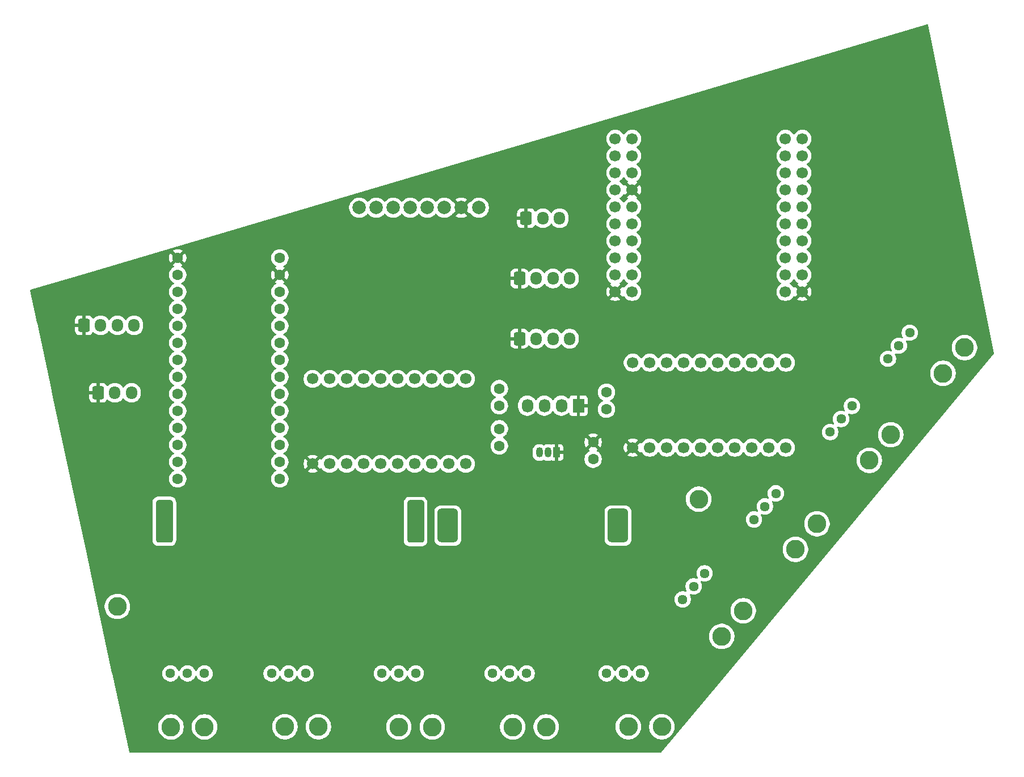
<source format=gbr>
%TF.GenerationSoftware,KiCad,Pcbnew,9.0.7*%
%TF.CreationDate,2026-01-22T08:28:16-05:00*%
%TF.ProjectId,ProtosuitDevBoard,50726f74-6f73-4756-9974-446576426f61,rev?*%
%TF.SameCoordinates,Original*%
%TF.FileFunction,Copper,L2,Inr*%
%TF.FilePolarity,Positive*%
%FSLAX46Y46*%
G04 Gerber Fmt 4.6, Leading zero omitted, Abs format (unit mm)*
G04 Created by KiCad (PCBNEW 9.0.7) date 2026-01-22 08:28:16*
%MOMM*%
%LPD*%
G01*
G04 APERTURE LIST*
G04 Aperture macros list*
%AMRoundRect*
0 Rectangle with rounded corners*
0 $1 Rounding radius*
0 $2 $3 $4 $5 $6 $7 $8 $9 X,Y pos of 4 corners*
0 Add a 4 corners polygon primitive as box body*
4,1,4,$2,$3,$4,$5,$6,$7,$8,$9,$2,$3,0*
0 Add four circle primitives for the rounded corners*
1,1,$1+$1,$2,$3*
1,1,$1+$1,$4,$5*
1,1,$1+$1,$6,$7*
1,1,$1+$1,$8,$9*
0 Add four rect primitives between the rounded corners*
20,1,$1+$1,$2,$3,$4,$5,0*
20,1,$1+$1,$4,$5,$6,$7,0*
20,1,$1+$1,$6,$7,$8,$9,0*
20,1,$1+$1,$8,$9,$2,$3,0*%
G04 Aperture macros list end*
%TA.AperFunction,ComponentPad*%
%ADD10R,1.730000X2.030000*%
%TD*%
%TA.AperFunction,ComponentPad*%
%ADD11O,1.730000X2.030000*%
%TD*%
%TA.AperFunction,ComponentPad*%
%ADD12RoundRect,0.250001X-1.149999X-1.149999X1.149999X-1.149999X1.149999X1.149999X-1.149999X1.149999X0*%
%TD*%
%TA.AperFunction,ComponentPad*%
%ADD13C,2.800000*%
%TD*%
%TA.AperFunction,ComponentPad*%
%ADD14RoundRect,0.250000X-0.600000X-0.725000X0.600000X-0.725000X0.600000X0.725000X-0.600000X0.725000X0*%
%TD*%
%TA.AperFunction,ComponentPad*%
%ADD15O,1.700000X1.950000*%
%TD*%
%TA.AperFunction,ComponentPad*%
%ADD16RoundRect,0.250001X0.141745X-1.620155X1.620155X0.141745X-0.141745X1.620155X-1.620155X-0.141745X0*%
%TD*%
%TA.AperFunction,ComponentPad*%
%ADD17C,1.440000*%
%TD*%
%TA.AperFunction,ComponentPad*%
%ADD18C,1.600000*%
%TD*%
%TA.AperFunction,ComponentPad*%
%ADD19RoundRect,0.450000X-1.050000X-2.050000X1.050000X-2.050000X1.050000X2.050000X-1.050000X2.050000X0*%
%TD*%
%TA.AperFunction,ComponentPad*%
%ADD20RoundRect,0.381000X0.889000X1.524000X-0.889000X1.524000X-0.889000X-1.524000X0.889000X-1.524000X0*%
%TD*%
%TA.AperFunction,ComponentPad*%
%ADD21C,1.700000*%
%TD*%
%TA.AperFunction,ComponentPad*%
%ADD22C,2.000000*%
%TD*%
%TA.AperFunction,ComponentPad*%
%ADD23RoundRect,0.250001X-1.371645X0.873834X-0.873834X-1.371645X1.371645X-0.873834X0.873834X1.371645X0*%
%TD*%
%TA.AperFunction,ComponentPad*%
%ADD24R,1.050000X1.500000*%
%TD*%
%TA.AperFunction,ComponentPad*%
%ADD25O,1.050000X1.500000*%
%TD*%
G04 APERTURE END LIST*
D10*
%TO.N,GND*%
%TO.C,J16*%
X161800000Y-93000000D03*
D11*
%TO.N,+5V*%
X159260000Y-93000000D03*
%TO.N,Net-(J16-Pin_3)*%
X156720000Y-93000000D03*
%TO.N,Net-(J16-Pin_4)*%
X154180000Y-93000000D03*
%TD*%
D12*
%TO.N,GND*%
%TO.C,J1*%
X174750000Y-106967500D03*
D13*
%TO.N,Net-(J1-Pin_2)*%
X179750000Y-106967500D03*
%TD*%
D14*
%TO.N,GND*%
%TO.C,J15*%
X88000000Y-81000000D03*
D15*
%TO.N,Net-(J12-Pin_2)*%
X90500000Y-81000000D03*
%TO.N,Net-(J15-Pin_3)*%
X93000000Y-81000000D03*
%TO.N,Net-(J15-Pin_4)*%
X95500000Y-81000000D03*
%TD*%
D16*
%TO.N,GND*%
%TO.C,J7*%
X213000000Y-92000000D03*
D13*
%TO.N,+5V*%
X216213938Y-88169778D03*
%TO.N,Net-(J7-Pin_3)*%
X219427876Y-84339556D03*
%TD*%
D17*
%TO.N,Net-(J10-Pin_3)*%
%TO.C,RV8*%
X106000000Y-133000000D03*
%TO.N,Net-(U6-B4)*%
X103460000Y-133000000D03*
%TO.N,unconnected-(RV8-Pad3)*%
X100920000Y-133000000D03*
%TD*%
D18*
%TO.N,GND*%
%TO.C,R3*%
X164000000Y-98460000D03*
%TO.N,Net-(Q1-B)*%
X164000000Y-101000000D03*
%TD*%
D19*
%TO.N,Net-(J1-Pin_2)*%
%TO.C,U2*%
X142300000Y-110920000D03*
%TO.N,GND*%
X142300000Y-123620000D03*
%TO.N,+5V*%
X167700000Y-110920000D03*
%TO.N,GND*%
X167700000Y-123620000D03*
%TD*%
D20*
%TO.N,Net-(J1-Pin_2)*%
%TO.C,U1*%
X137500000Y-111580001D03*
X137500000Y-109040000D03*
%TO.N,GND*%
X137500000Y-126540000D03*
X137500000Y-124000000D03*
%TO.N,Net-(J2-Pin_2)*%
X100000000Y-111540000D03*
X100000000Y-109000000D03*
%TO.N,GND*%
X100000000Y-126540000D03*
X100000000Y-123999999D03*
%TD*%
D12*
%TO.N,GND*%
%TO.C,J5*%
X130000000Y-141000000D03*
D13*
%TO.N,+5V*%
X135000000Y-141000000D03*
%TO.N,Net-(J5-Pin_3)*%
X140000000Y-141000000D03*
%TD*%
D18*
%TO.N,Net-(Q1-B)*%
%TO.C,R2*%
X166000000Y-93540000D03*
%TO.N,Net-(U4-IO33)*%
X166000000Y-91000000D03*
%TD*%
D12*
%TO.N,GND*%
%TO.C,J10*%
X96000000Y-141000000D03*
D13*
%TO.N,+5V*%
X101000000Y-141000000D03*
%TO.N,Net-(J10-Pin_3)*%
X106000000Y-141000000D03*
%TD*%
D17*
%TO.N,Net-(J8-Pin_3)*%
%TO.C,RV6*%
X121080000Y-133000000D03*
%TO.N,Net-(U6-B2)*%
X118540000Y-133000000D03*
%TO.N,unconnected-(RV6-Pad3)*%
X116000000Y-133000000D03*
%TD*%
D14*
%TO.N,GND*%
%TO.C,J12*%
X90118520Y-91082198D03*
D15*
%TO.N,Net-(J12-Pin_2)*%
X92618520Y-91082198D03*
%TO.N,Net-(J12-Pin_3)*%
X95118520Y-91082198D03*
%TD*%
D12*
%TO.N,GND*%
%TO.C,J3*%
X147000000Y-141000000D03*
D13*
%TO.N,+5V*%
X152000000Y-141000000D03*
%TO.N,Net-(J3-Pin_3)*%
X157000000Y-141000000D03*
%TD*%
D16*
%TO.N,GND*%
%TO.C,J11*%
X202000000Y-105000000D03*
D13*
%TO.N,+5V*%
X205213938Y-101169778D03*
%TO.N,Net-(J11-Pin_3)*%
X208427876Y-97339556D03*
%TD*%
D17*
%TO.N,Net-(J4-Pin_3)*%
%TO.C,RV3*%
X180632681Y-118054247D03*
%TO.N,Net-(U5-B3)*%
X179000000Y-120000000D03*
%TO.N,unconnected-(RV3-Pad3)*%
X177367320Y-121945753D03*
%TD*%
D16*
%TO.N,GND*%
%TO.C,J4*%
X179980466Y-131300224D03*
D13*
%TO.N,+5V*%
X183194404Y-127470002D03*
%TO.N,Net-(J4-Pin_3)*%
X186408342Y-123639780D03*
%TD*%
D21*
%TO.N,Net-(J13-Pin_2)*%
%TO.C,U6*%
X192780000Y-86580000D03*
%TO.N,Net-(U4-IO5)*%
X190240000Y-86580000D03*
%TO.N,Net-(U4-IO23)*%
X187700000Y-86580000D03*
%TO.N,Net-(U4-IO19)*%
X185160000Y-86580000D03*
%TO.N,Net-(U4-IO18)*%
X182620000Y-86580000D03*
%TO.N,Net-(U4-IO26)*%
X180080000Y-86580000D03*
%TO.N,unconnected-(U6-A6-Pad7)*%
X177540000Y-86580000D03*
%TO.N,unconnected-(U6-A7-Pad8)*%
X175000000Y-86580000D03*
%TO.N,unconnected-(U6-A8-Pad9)*%
X172460000Y-86580000D03*
%TO.N,unconnected-(U6-OE-Pad10)*%
X169920000Y-86580000D03*
%TO.N,+5V*%
X192780000Y-99280000D03*
%TO.N,Net-(U6-B1)*%
X190240000Y-99280000D03*
%TO.N,Net-(U6-B2)*%
X187700000Y-99280000D03*
%TO.N,Net-(U6-B3)*%
X185160000Y-99280001D03*
%TO.N,Net-(U6-B4)*%
X182620000Y-99280000D03*
%TO.N,Net-(U6-B5)*%
X180080000Y-99280000D03*
%TO.N,unconnected-(U6-B6-Pad17)*%
X177540000Y-99280000D03*
%TO.N,unconnected-(U6-B7-Pad18)*%
X175000000Y-99280000D03*
%TO.N,unconnected-(U6-B8-Pad19)*%
X172460000Y-99280000D03*
%TO.N,GND*%
X169920000Y-99280000D03*
%TD*%
D18*
%TO.N,Net-(J13-Pin_2)*%
%TO.C,R1*%
X150000000Y-90460000D03*
%TO.N,Net-(J16-Pin_3)*%
X150000000Y-93000000D03*
%TD*%
D17*
%TO.N,Net-(J7-Pin_3)*%
%TO.C,RV5*%
X211265361Y-82108494D03*
%TO.N,Net-(U6-B1)*%
X209632680Y-84054247D03*
%TO.N,unconnected-(RV5-Pad3)*%
X208000000Y-86000000D03*
%TD*%
D14*
%TO.N,GND*%
%TO.C,J14*%
X153000000Y-83000000D03*
D15*
%TO.N,Net-(J13-Pin_2)*%
X155500000Y-83000000D03*
%TO.N,Net-(J13-Pin_3)*%
X158000000Y-83000000D03*
%TO.N,Net-(J13-Pin_4)*%
X160500000Y-83000000D03*
%TD*%
D17*
%TO.N,Net-(J3-Pin_3)*%
%TO.C,RV4*%
X154080000Y-133000000D03*
%TO.N,Net-(U5-B4)*%
X151540000Y-133000000D03*
%TO.N,unconnected-(RV4-Pad3)*%
X149000000Y-133000000D03*
%TD*%
D12*
%TO.N,GND*%
%TO.C,J6*%
X164250000Y-140967500D03*
D13*
%TO.N,+5V*%
X169250000Y-140967500D03*
%TO.N,Net-(J6-Pin_3)*%
X174250000Y-140967500D03*
%TD*%
D22*
%TO.N,Net-(J12-Pin_2)*%
%TO.C,U7*%
X146950000Y-63420000D03*
%TO.N,GND*%
X144320000Y-63420000D03*
%TO.N,Net-(J15-Pin_4)*%
X141780000Y-63420000D03*
%TO.N,Net-(J15-Pin_3)*%
X139240000Y-63420000D03*
%TO.N,unconnected-(U7-XDA-Pad5)*%
X136700000Y-63420000D03*
%TO.N,unconnected-(U7-XCL-Pad6)*%
X134160000Y-63420000D03*
%TO.N,unconnected-(U7-ADD-Pad7)*%
X131620000Y-63420000D03*
%TO.N,unconnected-(U7-INT-Pad8)*%
X129080000Y-63420000D03*
%TD*%
D17*
%TO.N,Net-(J11-Pin_3)*%
%TO.C,RV9*%
X202632680Y-93054247D03*
%TO.N,Net-(U6-B5)*%
X200999999Y-95000000D03*
%TO.N,unconnected-(RV9-Pad3)*%
X199367319Y-96945753D03*
%TD*%
%TO.N,Net-(J6-Pin_3)*%
%TO.C,RV1*%
X171080000Y-133000000D03*
%TO.N,Net-(U5-B1)*%
X168540000Y-133000000D03*
%TO.N,unconnected-(RV1-Pad3)*%
X166000000Y-133000000D03*
%TD*%
D16*
%TO.N,GND*%
%TO.C,J9*%
X190980466Y-118300224D03*
D13*
%TO.N,+5V*%
X194194404Y-114470002D03*
%TO.N,Net-(J9-Pin_3)*%
X197408342Y-110639780D03*
%TD*%
D18*
%TO.N,+5V*%
%TO.C,R4*%
X150000000Y-96460000D03*
%TO.N,Net-(J16-Pin_4)*%
X150000000Y-99000000D03*
%TD*%
D23*
%TO.N,GND*%
%TO.C,J2*%
X91917802Y-118118520D03*
D13*
%TO.N,Net-(J2-Pin_2)*%
X93000000Y-123000000D03*
%TD*%
D17*
%TO.N,Net-(J5-Pin_3)*%
%TO.C,RV2*%
X137540000Y-132995000D03*
%TO.N,Net-(U5-B2)*%
X135000000Y-132995000D03*
%TO.N,unconnected-(RV2-Pad3)*%
X132460000Y-132995000D03*
%TD*%
D24*
%TO.N,GND*%
%TO.C,Q1*%
X158540000Y-100000000D03*
D25*
%TO.N,Net-(Q1-B)*%
X157270001Y-100000000D03*
%TO.N,Net-(J16-Pin_4)*%
X156000000Y-100000000D03*
%TD*%
D14*
%TO.N,GND*%
%TO.C,J17*%
X154000000Y-65000000D03*
D15*
%TO.N,+5V*%
X156500001Y-65000001D03*
%TO.N,Net-(J17-Pin_3)*%
X158999999Y-65000001D03*
%TD*%
D14*
%TO.N,GND*%
%TO.C,J13*%
X153000000Y-74000000D03*
D15*
%TO.N,Net-(J13-Pin_2)*%
X155500000Y-74000000D03*
%TO.N,Net-(J13-Pin_3)*%
X158000000Y-74000000D03*
%TO.N,Net-(J13-Pin_4)*%
X160500000Y-74000000D03*
%TD*%
D12*
%TO.N,GND*%
%TO.C,J8*%
X113000000Y-140967500D03*
D13*
%TO.N,+5V*%
X118000000Y-140967500D03*
%TO.N,Net-(J8-Pin_3)*%
X123000000Y-140967500D03*
%TD*%
D17*
%TO.N,Net-(J9-Pin_3)*%
%TO.C,RV7*%
X191265361Y-106108494D03*
%TO.N,Net-(U6-B3)*%
X189632680Y-108054247D03*
%TO.N,unconnected-(RV7-Pad3)*%
X188000000Y-110000000D03*
%TD*%
D18*
%TO.N,GND*%
%TO.C,U3*%
X102000000Y-70920000D03*
%TO.N,unconnected-(U3-0_RX1_CRX2_CS1-Pad2)*%
X102000000Y-73460000D03*
%TO.N,unconnected-(U3-1_TX1_CTX2_MISO1-Pad3)*%
X102000000Y-76000000D03*
%TO.N,unconnected-(U3-2_OUT2-Pad4)*%
X102000000Y-78540000D03*
%TO.N,unconnected-(U3-3_LRCLK2-Pad5)*%
X102000000Y-81080000D03*
%TO.N,unconnected-(U3-4_BCLK2-Pad6)*%
X102000000Y-83620000D03*
%TO.N,Net-(U3-5_IN2)*%
X102000000Y-86160000D03*
%TO.N,Net-(U3-6_OUT1D)*%
X102000000Y-88700000D03*
%TO.N,unconnected-(U3-7_RX2_OUT1A-Pad9)*%
X102000000Y-91240000D03*
%TO.N,unconnected-(U3-8_TX2_IN1-Pad10)*%
X102000000Y-93780000D03*
%TO.N,unconnected-(U3-9_OUT1C-Pad11)*%
X102000000Y-96320000D03*
%TO.N,unconnected-(U3-10_CS_MQSR-Pad12)*%
X102000000Y-98860000D03*
%TO.N,unconnected-(U3-11_MOSI_CTX1-Pad13)*%
X102000000Y-101400000D03*
%TO.N,unconnected-(U3-12_MISO_MQSL-Pad14)*%
X102000000Y-103940000D03*
%TO.N,unconnected-(U3-13_SCK_CRX1_LED-Pad20)*%
X117240000Y-103940000D03*
%TO.N,unconnected-(U3-14_A0_TX3_SPDIF_OUT-Pad21)*%
X117240000Y-101400000D03*
%TO.N,unconnected-(U3-15_A1_RX3_SPDIF_IN-Pad22)*%
X117240000Y-98860000D03*
%TO.N,Net-(U3-16_A2_RX4_SCL1)*%
X117240000Y-96320000D03*
%TO.N,Net-(U3-17_A3_TX4_SDA1)*%
X117240000Y-93780000D03*
%TO.N,Net-(J15-Pin_3)*%
X117240000Y-91240000D03*
%TO.N,Net-(J15-Pin_4)*%
X117240000Y-88700000D03*
%TO.N,Net-(U3-20_A6_TX5_LRCLK1)*%
X117240000Y-86160000D03*
%TO.N,Net-(U3-21_A7_RX5_BCLK1)*%
X117240000Y-83620000D03*
%TO.N,Net-(J12-Pin_3)*%
X117240000Y-81080000D03*
%TO.N,unconnected-(U3-23_A9_CRX1_MCLK1-Pad30)*%
X117240000Y-78540000D03*
%TO.N,Net-(J12-Pin_2)*%
X117240000Y-76000000D03*
%TO.N,GND*%
X117240000Y-73460000D03*
%TO.N,+5V*%
X117240000Y-70920000D03*
%TD*%
D21*
%TO.N,GND*%
%TO.C,U4*%
X195240000Y-76000000D03*
%TO.N,unconnected-(U4-NC-Pad2)*%
X195240000Y-73460000D03*
%TO.N,unconnected-(U4-SVN-Pad3)*%
X195240000Y-70920000D03*
%TO.N,Net-(J16-Pin_3)*%
X195240000Y-68380000D03*
%TO.N,Net-(U4-IO33)*%
X195240000Y-65840000D03*
%TO.N,unconnected-(U4-IO34-Pad6)*%
X195240000Y-63300000D03*
%TO.N,unconnected-(U4-TMS-Pad7)*%
X195240001Y-60760000D03*
%TO.N,unconnected-(U4-NC-Pad8)*%
X195240000Y-58220000D03*
%TO.N,unconnected-(U4-SD2-Pad9)*%
X195240000Y-55680000D03*
%TO.N,unconnected-(U4-CMD-Pad10)*%
X195240000Y-53140000D03*
%TO.N,unconnected-(U4-RST-Pad11)*%
X192700000Y-76000000D03*
%TO.N,unconnected-(U4-SVP-Pad12)*%
X192700000Y-73460000D03*
%TO.N,Net-(U4-IO26)*%
X192700000Y-70920000D03*
%TO.N,Net-(U4-IO18)*%
X192700000Y-68380000D03*
%TO.N,Net-(U4-IO19)*%
X192700000Y-65840000D03*
%TO.N,Net-(U4-IO23)*%
X192700000Y-63300000D03*
%TO.N,Net-(U4-IO5)*%
X192700000Y-60760000D03*
%TO.N,Net-(J13-Pin_2)*%
X192700000Y-58220000D03*
%TO.N,unconnected-(U4-TCK-Pad19)*%
X192700000Y-55680000D03*
%TO.N,unconnected-(U4-SD3-Pad20)*%
X192700000Y-53140000D03*
%TO.N,unconnected-(U4-TXD-Pad21)*%
X169840000Y-76000000D03*
%TO.N,unconnected-(U4-RXD-Pad22)*%
X169840000Y-73460000D03*
%TO.N,Net-(J13-Pin_4)*%
X169840000Y-70920000D03*
%TO.N,Net-(J13-Pin_3)*%
X169840000Y-68380000D03*
%TO.N,Net-(U3-16_A2_RX4_SCL1)*%
X169840000Y-65840000D03*
%TO.N,Net-(U3-17_A3_TX4_SDA1)*%
X169840001Y-63300000D03*
%TO.N,GND*%
X169840000Y-60760000D03*
%TO.N,+5V*%
X169840000Y-58220000D03*
%TO.N,unconnected-(U4-TDO-Pad29)*%
X169840000Y-55680000D03*
%TO.N,unconnected-(U4-SDD-Pad30)*%
X169840000Y-53140000D03*
%TO.N,GND*%
X167300000Y-76000000D03*
%TO.N,Net-(J17-Pin_3)*%
X167300000Y-73460000D03*
%TO.N,unconnected-(U4-IO25-Pad33)*%
X167300000Y-70920000D03*
%TO.N,unconnected-(U4-IO32-Pad34)*%
X167300000Y-68380000D03*
%TO.N,unconnected-(U4-TDI-Pad35)*%
X167300000Y-65840000D03*
%TO.N,unconnected-(U4-IO4-Pad36)*%
X167300000Y-63300000D03*
%TO.N,unconnected-(U4-IO0-Pad37)*%
X167300000Y-60760000D03*
%TO.N,unconnected-(U4-IO2-Pad38)*%
X167300000Y-58220000D03*
%TO.N,unconnected-(U4-SD1-Pad39)*%
X167300000Y-55680000D03*
%TO.N,unconnected-(U4-CLK-Pad40)*%
X167300000Y-53140000D03*
%TD*%
%TO.N,Net-(J12-Pin_2)*%
%TO.C,U5*%
X145000000Y-89000000D03*
%TO.N,Net-(U3-21_A7_RX5_BCLK1)*%
X142460000Y-89000000D03*
%TO.N,Net-(U3-20_A6_TX5_LRCLK1)*%
X139920000Y-89000000D03*
%TO.N,Net-(U3-6_OUT1D)*%
X137380000Y-89000000D03*
%TO.N,Net-(U3-5_IN2)*%
X134840000Y-89000000D03*
%TO.N,unconnected-(U5-A5-Pad6)*%
X132300000Y-89000000D03*
%TO.N,unconnected-(U5-A6-Pad7)*%
X129760000Y-89000000D03*
%TO.N,unconnected-(U5-A7-Pad8)*%
X127220000Y-89000000D03*
%TO.N,unconnected-(U5-A8-Pad9)*%
X124680000Y-89000000D03*
%TO.N,unconnected-(U5-OE-Pad10)*%
X122140000Y-89000000D03*
%TO.N,+5V*%
X145000000Y-101700000D03*
%TO.N,Net-(U5-B1)*%
X142460000Y-101700000D03*
%TO.N,Net-(U5-B2)*%
X139920000Y-101700000D03*
%TO.N,Net-(U5-B3)*%
X137380000Y-101700001D03*
%TO.N,Net-(U5-B4)*%
X134840000Y-101700000D03*
%TO.N,unconnected-(U5-B5-Pad16)*%
X132300000Y-101700000D03*
%TO.N,unconnected-(U5-B6-Pad17)*%
X129760000Y-101700000D03*
%TO.N,unconnected-(U5-B7-Pad18)*%
X127220000Y-101700000D03*
%TO.N,unconnected-(U5-B8-Pad19)*%
X124680000Y-101700000D03*
%TO.N,GND*%
X122140000Y-101700000D03*
%TD*%
%TA.AperFunction,Conductor*%
%TO.N,GND*%
G36*
X168641444Y-74113999D02*
G01*
X168680486Y-74159056D01*
X168684951Y-74167820D01*
X168809890Y-74339786D01*
X168960213Y-74490109D01*
X169132182Y-74615050D01*
X169140946Y-74619516D01*
X169191742Y-74667491D01*
X169208536Y-74735312D01*
X169185998Y-74801447D01*
X169140946Y-74840484D01*
X169132182Y-74844949D01*
X168960213Y-74969890D01*
X168809890Y-75120213D01*
X168684949Y-75292182D01*
X168680202Y-75301499D01*
X168632227Y-75352293D01*
X168564405Y-75369087D01*
X168498271Y-75346548D01*
X168459234Y-75301495D01*
X168454626Y-75292452D01*
X168415270Y-75238282D01*
X168415269Y-75238282D01*
X167700000Y-75953552D01*
X167700000Y-75947339D01*
X167672741Y-75845606D01*
X167620080Y-75754394D01*
X167545606Y-75679920D01*
X167454394Y-75627259D01*
X167352661Y-75600000D01*
X167346447Y-75600000D01*
X168061716Y-74884728D01*
X168007547Y-74845373D01*
X168007547Y-74845372D01*
X167998500Y-74840763D01*
X167947706Y-74792788D01*
X167930912Y-74724966D01*
X167953451Y-74658832D01*
X167998508Y-74619793D01*
X168007816Y-74615051D01*
X168111840Y-74539474D01*
X168179786Y-74490109D01*
X168179788Y-74490106D01*
X168179792Y-74490104D01*
X168330104Y-74339792D01*
X168330106Y-74339788D01*
X168330109Y-74339786D01*
X168455048Y-74167820D01*
X168455047Y-74167820D01*
X168455051Y-74167816D01*
X168459514Y-74159054D01*
X168507488Y-74108259D01*
X168575308Y-74091463D01*
X168641444Y-74113999D01*
G37*
%TD.AperFunction*%
%TA.AperFunction,Conductor*%
G36*
X169440000Y-60812661D02*
G01*
X169467259Y-60914394D01*
X169519920Y-61005606D01*
X169594394Y-61080080D01*
X169685606Y-61132741D01*
X169787339Y-61160000D01*
X169793554Y-61160000D01*
X169078282Y-61875269D01*
X169078282Y-61875270D01*
X169132452Y-61914626D01*
X169132451Y-61914626D01*
X169141495Y-61919234D01*
X169192292Y-61967208D01*
X169209087Y-62035029D01*
X169186550Y-62101164D01*
X169141502Y-62140201D01*
X169132182Y-62144950D01*
X168960214Y-62269890D01*
X168809891Y-62420213D01*
X168684949Y-62592184D01*
X168684947Y-62592187D01*
X168680482Y-62600950D01*
X168632506Y-62651744D01*
X168564684Y-62668537D01*
X168498550Y-62645997D01*
X168459514Y-62600944D01*
X168455051Y-62592184D01*
X168455049Y-62592181D01*
X168455048Y-62592179D01*
X168330109Y-62420213D01*
X168179786Y-62269890D01*
X168007820Y-62144951D01*
X168007115Y-62144591D01*
X167999054Y-62140485D01*
X167948259Y-62092512D01*
X167931463Y-62024692D01*
X167953999Y-61958556D01*
X167999054Y-61919515D01*
X168007816Y-61915051D01*
X168062572Y-61875269D01*
X168179786Y-61790109D01*
X168179788Y-61790106D01*
X168179792Y-61790104D01*
X168330104Y-61639792D01*
X168330106Y-61639788D01*
X168330109Y-61639786D01*
X168415890Y-61521717D01*
X168455051Y-61467816D01*
X168459793Y-61458508D01*
X168507763Y-61407711D01*
X168575583Y-61390911D01*
X168641719Y-61413445D01*
X168680763Y-61458500D01*
X168685373Y-61467547D01*
X168724728Y-61521716D01*
X169440000Y-60806445D01*
X169440000Y-60812661D01*
G37*
%TD.AperFunction*%
%TA.AperFunction,Conductor*%
G36*
X168641444Y-58873999D02*
G01*
X168680486Y-58919056D01*
X168684951Y-58927820D01*
X168809890Y-59099786D01*
X168960213Y-59250109D01*
X169132179Y-59375048D01*
X169132181Y-59375049D01*
X169132184Y-59375051D01*
X169141493Y-59379794D01*
X169192290Y-59427766D01*
X169209087Y-59495587D01*
X169186552Y-59561722D01*
X169141505Y-59600760D01*
X169132446Y-59605376D01*
X169132440Y-59605380D01*
X169078282Y-59644727D01*
X169078282Y-59644728D01*
X169793554Y-60360000D01*
X169787339Y-60360000D01*
X169685606Y-60387259D01*
X169594394Y-60439920D01*
X169519920Y-60514394D01*
X169467259Y-60605606D01*
X169440000Y-60707339D01*
X169440000Y-60713554D01*
X168724728Y-59998282D01*
X168724727Y-59998282D01*
X168685380Y-60052440D01*
X168685376Y-60052446D01*
X168680760Y-60061505D01*
X168632781Y-60112297D01*
X168564959Y-60129087D01*
X168498826Y-60106543D01*
X168459794Y-60061493D01*
X168455051Y-60052184D01*
X168455049Y-60052181D01*
X168455048Y-60052179D01*
X168330109Y-59880213D01*
X168179786Y-59729890D01*
X168007820Y-59604951D01*
X167999600Y-59600763D01*
X167999054Y-59600485D01*
X167948259Y-59552512D01*
X167931463Y-59484692D01*
X167953999Y-59418556D01*
X167999054Y-59379515D01*
X168007816Y-59375051D01*
X168029789Y-59359086D01*
X168179786Y-59250109D01*
X168179788Y-59250106D01*
X168179792Y-59250104D01*
X168330104Y-59099792D01*
X168330106Y-59099788D01*
X168330109Y-59099786D01*
X168455048Y-58927820D01*
X168455047Y-58927820D01*
X168455051Y-58927816D01*
X168459514Y-58919054D01*
X168507488Y-58868259D01*
X168575308Y-58851463D01*
X168641444Y-58873999D01*
G37*
%TD.AperFunction*%
%TA.AperFunction,Conductor*%
G36*
X194041444Y-74113999D02*
G01*
X194080486Y-74159056D01*
X194084951Y-74167820D01*
X194209890Y-74339786D01*
X194360213Y-74490109D01*
X194532179Y-74615048D01*
X194532181Y-74615049D01*
X194532184Y-74615051D01*
X194541493Y-74619794D01*
X194592290Y-74667766D01*
X194609087Y-74735587D01*
X194586552Y-74801722D01*
X194541505Y-74840760D01*
X194532446Y-74845376D01*
X194532440Y-74845380D01*
X194478282Y-74884727D01*
X194478282Y-74884728D01*
X195193554Y-75600000D01*
X195187339Y-75600000D01*
X195085606Y-75627259D01*
X194994394Y-75679920D01*
X194919920Y-75754394D01*
X194867259Y-75845606D01*
X194840000Y-75947339D01*
X194840000Y-75953554D01*
X194124728Y-75238282D01*
X194124727Y-75238282D01*
X194085380Y-75292440D01*
X194085376Y-75292446D01*
X194080760Y-75301505D01*
X194032781Y-75352297D01*
X193964959Y-75369087D01*
X193898826Y-75346543D01*
X193859794Y-75301493D01*
X193855051Y-75292184D01*
X193855049Y-75292181D01*
X193855048Y-75292179D01*
X193730109Y-75120213D01*
X193579786Y-74969890D01*
X193407820Y-74844951D01*
X193399600Y-74840763D01*
X193399054Y-74840485D01*
X193348259Y-74792512D01*
X193331463Y-74724692D01*
X193353999Y-74658556D01*
X193399054Y-74619515D01*
X193407816Y-74615051D01*
X193466680Y-74572284D01*
X193579786Y-74490109D01*
X193579788Y-74490106D01*
X193579792Y-74490104D01*
X193730104Y-74339792D01*
X193730106Y-74339788D01*
X193730109Y-74339786D01*
X193855048Y-74167820D01*
X193855047Y-74167820D01*
X193855051Y-74167816D01*
X193859514Y-74159054D01*
X193907488Y-74108259D01*
X193975308Y-74091463D01*
X194041444Y-74113999D01*
G37*
%TD.AperFunction*%
%TA.AperFunction,Conductor*%
G36*
X213973388Y-36078827D02*
G01*
X214001467Y-36135942D01*
X223808784Y-85172529D01*
X223802629Y-85242127D01*
X223782451Y-85276230D01*
X182995562Y-134220500D01*
X174184121Y-144794230D01*
X174160894Y-144822102D01*
X174102855Y-144861001D01*
X174065635Y-144866719D01*
X94862990Y-144866719D01*
X94795951Y-144847034D01*
X94750196Y-144794230D01*
X94741745Y-144768710D01*
X93907473Y-140875441D01*
X99099500Y-140875441D01*
X99099500Y-141124558D01*
X99099501Y-141124575D01*
X99132017Y-141371561D01*
X99196498Y-141612207D01*
X99291830Y-141842361D01*
X99291837Y-141842376D01*
X99416400Y-142058126D01*
X99568060Y-142255774D01*
X99568066Y-142255781D01*
X99744218Y-142431933D01*
X99744225Y-142431939D01*
X99941873Y-142583599D01*
X100157623Y-142708162D01*
X100157638Y-142708169D01*
X100256825Y-142749253D01*
X100387793Y-142803502D01*
X100628435Y-142867982D01*
X100875435Y-142900500D01*
X100875442Y-142900500D01*
X101124558Y-142900500D01*
X101124565Y-142900500D01*
X101371565Y-142867982D01*
X101612207Y-142803502D01*
X101842373Y-142708164D01*
X102058127Y-142583599D01*
X102255776Y-142431938D01*
X102431938Y-142255776D01*
X102583599Y-142058127D01*
X102708164Y-141842373D01*
X102803502Y-141612207D01*
X102867982Y-141371565D01*
X102900500Y-141124565D01*
X102900500Y-140875441D01*
X104099500Y-140875441D01*
X104099500Y-141124558D01*
X104099501Y-141124575D01*
X104132017Y-141371561D01*
X104196498Y-141612207D01*
X104291830Y-141842361D01*
X104291837Y-141842376D01*
X104416400Y-142058126D01*
X104568060Y-142255774D01*
X104568066Y-142255781D01*
X104744218Y-142431933D01*
X104744225Y-142431939D01*
X104941873Y-142583599D01*
X105157623Y-142708162D01*
X105157638Y-142708169D01*
X105256825Y-142749253D01*
X105387793Y-142803502D01*
X105628435Y-142867982D01*
X105875435Y-142900500D01*
X105875442Y-142900500D01*
X106124558Y-142900500D01*
X106124565Y-142900500D01*
X106371565Y-142867982D01*
X106612207Y-142803502D01*
X106842373Y-142708164D01*
X107058127Y-142583599D01*
X107255776Y-142431938D01*
X107431938Y-142255776D01*
X107583599Y-142058127D01*
X107708164Y-141842373D01*
X107803502Y-141612207D01*
X107867982Y-141371565D01*
X107900500Y-141124565D01*
X107900500Y-140875435D01*
X107896222Y-140842941D01*
X116099500Y-140842941D01*
X116099500Y-141092058D01*
X116099501Y-141092075D01*
X116132017Y-141339061D01*
X116196498Y-141579707D01*
X116291830Y-141809861D01*
X116291837Y-141809876D01*
X116416400Y-142025626D01*
X116568060Y-142223274D01*
X116568066Y-142223281D01*
X116744218Y-142399433D01*
X116744225Y-142399439D01*
X116941873Y-142551099D01*
X117157623Y-142675662D01*
X117157638Y-142675669D01*
X117236084Y-142708162D01*
X117387793Y-142771002D01*
X117628435Y-142835482D01*
X117875435Y-142868000D01*
X117875442Y-142868000D01*
X118124558Y-142868000D01*
X118124565Y-142868000D01*
X118371565Y-142835482D01*
X118612207Y-142771002D01*
X118842373Y-142675664D01*
X119058127Y-142551099D01*
X119255776Y-142399438D01*
X119431938Y-142223276D01*
X119583599Y-142025627D01*
X119708164Y-141809873D01*
X119803502Y-141579707D01*
X119867982Y-141339065D01*
X119900500Y-141092065D01*
X119900500Y-140842941D01*
X121099500Y-140842941D01*
X121099500Y-141092058D01*
X121099501Y-141092075D01*
X121132017Y-141339061D01*
X121196498Y-141579707D01*
X121291830Y-141809861D01*
X121291837Y-141809876D01*
X121416400Y-142025626D01*
X121568060Y-142223274D01*
X121568066Y-142223281D01*
X121744218Y-142399433D01*
X121744225Y-142399439D01*
X121941873Y-142551099D01*
X122157623Y-142675662D01*
X122157638Y-142675669D01*
X122236084Y-142708162D01*
X122387793Y-142771002D01*
X122628435Y-142835482D01*
X122875435Y-142868000D01*
X122875442Y-142868000D01*
X123124558Y-142868000D01*
X123124565Y-142868000D01*
X123371565Y-142835482D01*
X123612207Y-142771002D01*
X123842373Y-142675664D01*
X124058127Y-142551099D01*
X124255776Y-142399438D01*
X124431938Y-142223276D01*
X124583599Y-142025627D01*
X124708164Y-141809873D01*
X124803502Y-141579707D01*
X124867982Y-141339065D01*
X124900500Y-141092065D01*
X124900500Y-140875441D01*
X133099500Y-140875441D01*
X133099500Y-141124558D01*
X133099501Y-141124575D01*
X133132017Y-141371561D01*
X133196498Y-141612207D01*
X133291830Y-141842361D01*
X133291837Y-141842376D01*
X133416400Y-142058126D01*
X133568060Y-142255774D01*
X133568066Y-142255781D01*
X133744218Y-142431933D01*
X133744225Y-142431939D01*
X133941873Y-142583599D01*
X134157623Y-142708162D01*
X134157638Y-142708169D01*
X134256825Y-142749253D01*
X134387793Y-142803502D01*
X134628435Y-142867982D01*
X134875435Y-142900500D01*
X134875442Y-142900500D01*
X135124558Y-142900500D01*
X135124565Y-142900500D01*
X135371565Y-142867982D01*
X135612207Y-142803502D01*
X135842373Y-142708164D01*
X136058127Y-142583599D01*
X136255776Y-142431938D01*
X136431938Y-142255776D01*
X136583599Y-142058127D01*
X136708164Y-141842373D01*
X136803502Y-141612207D01*
X136867982Y-141371565D01*
X136900500Y-141124565D01*
X136900500Y-140875441D01*
X138099500Y-140875441D01*
X138099500Y-141124558D01*
X138099501Y-141124575D01*
X138132017Y-141371561D01*
X138196498Y-141612207D01*
X138291830Y-141842361D01*
X138291837Y-141842376D01*
X138416400Y-142058126D01*
X138568060Y-142255774D01*
X138568066Y-142255781D01*
X138744218Y-142431933D01*
X138744225Y-142431939D01*
X138941873Y-142583599D01*
X139157623Y-142708162D01*
X139157638Y-142708169D01*
X139256825Y-142749253D01*
X139387793Y-142803502D01*
X139628435Y-142867982D01*
X139875435Y-142900500D01*
X139875442Y-142900500D01*
X140124558Y-142900500D01*
X140124565Y-142900500D01*
X140371565Y-142867982D01*
X140612207Y-142803502D01*
X140842373Y-142708164D01*
X141058127Y-142583599D01*
X141255776Y-142431938D01*
X141431938Y-142255776D01*
X141583599Y-142058127D01*
X141708164Y-141842373D01*
X141803502Y-141612207D01*
X141867982Y-141371565D01*
X141900500Y-141124565D01*
X141900500Y-140875441D01*
X150099500Y-140875441D01*
X150099500Y-141124558D01*
X150099501Y-141124575D01*
X150132017Y-141371561D01*
X150196498Y-141612207D01*
X150291830Y-141842361D01*
X150291837Y-141842376D01*
X150416400Y-142058126D01*
X150568060Y-142255774D01*
X150568066Y-142255781D01*
X150744218Y-142431933D01*
X150744225Y-142431939D01*
X150941873Y-142583599D01*
X151157623Y-142708162D01*
X151157638Y-142708169D01*
X151256825Y-142749253D01*
X151387793Y-142803502D01*
X151628435Y-142867982D01*
X151875435Y-142900500D01*
X151875442Y-142900500D01*
X152124558Y-142900500D01*
X152124565Y-142900500D01*
X152371565Y-142867982D01*
X152612207Y-142803502D01*
X152842373Y-142708164D01*
X153058127Y-142583599D01*
X153255776Y-142431938D01*
X153431938Y-142255776D01*
X153583599Y-142058127D01*
X153708164Y-141842373D01*
X153803502Y-141612207D01*
X153867982Y-141371565D01*
X153900500Y-141124565D01*
X153900500Y-140875441D01*
X155099500Y-140875441D01*
X155099500Y-141124558D01*
X155099501Y-141124575D01*
X155132017Y-141371561D01*
X155196498Y-141612207D01*
X155291830Y-141842361D01*
X155291837Y-141842376D01*
X155416400Y-142058126D01*
X155568060Y-142255774D01*
X155568066Y-142255781D01*
X155744218Y-142431933D01*
X155744225Y-142431939D01*
X155941873Y-142583599D01*
X156157623Y-142708162D01*
X156157638Y-142708169D01*
X156256825Y-142749253D01*
X156387793Y-142803502D01*
X156628435Y-142867982D01*
X156875435Y-142900500D01*
X156875442Y-142900500D01*
X157124558Y-142900500D01*
X157124565Y-142900500D01*
X157371565Y-142867982D01*
X157612207Y-142803502D01*
X157842373Y-142708164D01*
X158058127Y-142583599D01*
X158255776Y-142431938D01*
X158431938Y-142255776D01*
X158583599Y-142058127D01*
X158708164Y-141842373D01*
X158803502Y-141612207D01*
X158867982Y-141371565D01*
X158900500Y-141124565D01*
X158900500Y-140875435D01*
X158896222Y-140842941D01*
X167349500Y-140842941D01*
X167349500Y-141092058D01*
X167349501Y-141092075D01*
X167382017Y-141339061D01*
X167446498Y-141579707D01*
X167541830Y-141809861D01*
X167541837Y-141809876D01*
X167666400Y-142025626D01*
X167818060Y-142223274D01*
X167818066Y-142223281D01*
X167994218Y-142399433D01*
X167994225Y-142399439D01*
X168191873Y-142551099D01*
X168407623Y-142675662D01*
X168407638Y-142675669D01*
X168486084Y-142708162D01*
X168637793Y-142771002D01*
X168878435Y-142835482D01*
X169125435Y-142868000D01*
X169125442Y-142868000D01*
X169374558Y-142868000D01*
X169374565Y-142868000D01*
X169621565Y-142835482D01*
X169862207Y-142771002D01*
X170092373Y-142675664D01*
X170308127Y-142551099D01*
X170505776Y-142399438D01*
X170681938Y-142223276D01*
X170833599Y-142025627D01*
X170958164Y-141809873D01*
X171053502Y-141579707D01*
X171117982Y-141339065D01*
X171150500Y-141092065D01*
X171150500Y-140842941D01*
X172349500Y-140842941D01*
X172349500Y-141092058D01*
X172349501Y-141092075D01*
X172382017Y-141339061D01*
X172446498Y-141579707D01*
X172541830Y-141809861D01*
X172541837Y-141809876D01*
X172666400Y-142025626D01*
X172818060Y-142223274D01*
X172818066Y-142223281D01*
X172994218Y-142399433D01*
X172994225Y-142399439D01*
X173191873Y-142551099D01*
X173407623Y-142675662D01*
X173407638Y-142675669D01*
X173486084Y-142708162D01*
X173637793Y-142771002D01*
X173878435Y-142835482D01*
X174125435Y-142868000D01*
X174125442Y-142868000D01*
X174374558Y-142868000D01*
X174374565Y-142868000D01*
X174621565Y-142835482D01*
X174862207Y-142771002D01*
X175092373Y-142675664D01*
X175308127Y-142551099D01*
X175505776Y-142399438D01*
X175681938Y-142223276D01*
X175833599Y-142025627D01*
X175958164Y-141809873D01*
X176053502Y-141579707D01*
X176117982Y-141339065D01*
X176150500Y-141092065D01*
X176150500Y-140842935D01*
X176117982Y-140595935D01*
X176053502Y-140355293D01*
X175971626Y-140157627D01*
X175958169Y-140125138D01*
X175958162Y-140125123D01*
X175833599Y-139909373D01*
X175681939Y-139711725D01*
X175681933Y-139711718D01*
X175505781Y-139535566D01*
X175505774Y-139535560D01*
X175308126Y-139383900D01*
X175092376Y-139259337D01*
X175092361Y-139259330D01*
X174862207Y-139163998D01*
X174742856Y-139132018D01*
X174621565Y-139099518D01*
X174621564Y-139099517D01*
X174621561Y-139099517D01*
X174374575Y-139067001D01*
X174374570Y-139067000D01*
X174374565Y-139067000D01*
X174125435Y-139067000D01*
X174125429Y-139067000D01*
X174125424Y-139067001D01*
X173878438Y-139099517D01*
X173637792Y-139163998D01*
X173407638Y-139259330D01*
X173407623Y-139259337D01*
X173191873Y-139383900D01*
X172994225Y-139535560D01*
X172994218Y-139535566D01*
X172818066Y-139711718D01*
X172818060Y-139711725D01*
X172666400Y-139909373D01*
X172541837Y-140125123D01*
X172541830Y-140125138D01*
X172446498Y-140355292D01*
X172382017Y-140595938D01*
X172349501Y-140842924D01*
X172349500Y-140842941D01*
X171150500Y-140842941D01*
X171150500Y-140842935D01*
X171117982Y-140595935D01*
X171053502Y-140355293D01*
X170971626Y-140157627D01*
X170958169Y-140125138D01*
X170958162Y-140125123D01*
X170833599Y-139909373D01*
X170681939Y-139711725D01*
X170681933Y-139711718D01*
X170505781Y-139535566D01*
X170505774Y-139535560D01*
X170308126Y-139383900D01*
X170092376Y-139259337D01*
X170092361Y-139259330D01*
X169862207Y-139163998D01*
X169742856Y-139132018D01*
X169621565Y-139099518D01*
X169621564Y-139099517D01*
X169621561Y-139099517D01*
X169374575Y-139067001D01*
X169374570Y-139067000D01*
X169374565Y-139067000D01*
X169125435Y-139067000D01*
X169125429Y-139067000D01*
X169125424Y-139067001D01*
X168878438Y-139099517D01*
X168637792Y-139163998D01*
X168407638Y-139259330D01*
X168407623Y-139259337D01*
X168191873Y-139383900D01*
X167994225Y-139535560D01*
X167994218Y-139535566D01*
X167818066Y-139711718D01*
X167818060Y-139711725D01*
X167666400Y-139909373D01*
X167541837Y-140125123D01*
X167541830Y-140125138D01*
X167446498Y-140355292D01*
X167382017Y-140595938D01*
X167349501Y-140842924D01*
X167349500Y-140842941D01*
X158896222Y-140842941D01*
X158896221Y-140842935D01*
X158867982Y-140628438D01*
X158867982Y-140628435D01*
X158803502Y-140387793D01*
X158708164Y-140157627D01*
X158583599Y-139941873D01*
X158431938Y-139744224D01*
X158431933Y-139744218D01*
X158255781Y-139568066D01*
X158255774Y-139568060D01*
X158058126Y-139416400D01*
X157842376Y-139291837D01*
X157842361Y-139291830D01*
X157612207Y-139196498D01*
X157371561Y-139132017D01*
X157124575Y-139099501D01*
X157124570Y-139099500D01*
X157124565Y-139099500D01*
X156875435Y-139099500D01*
X156875429Y-139099500D01*
X156875424Y-139099501D01*
X156628438Y-139132017D01*
X156387792Y-139196498D01*
X156157638Y-139291830D01*
X156157623Y-139291837D01*
X155941873Y-139416400D01*
X155744225Y-139568060D01*
X155744218Y-139568066D01*
X155568066Y-139744218D01*
X155568060Y-139744225D01*
X155416400Y-139941873D01*
X155291837Y-140157623D01*
X155291830Y-140157638D01*
X155196498Y-140387792D01*
X155132017Y-140628438D01*
X155099501Y-140875424D01*
X155099500Y-140875441D01*
X153900500Y-140875441D01*
X153900500Y-140875435D01*
X153867982Y-140628435D01*
X153803502Y-140387793D01*
X153708164Y-140157627D01*
X153583599Y-139941873D01*
X153431938Y-139744224D01*
X153431933Y-139744218D01*
X153255781Y-139568066D01*
X153255774Y-139568060D01*
X153058126Y-139416400D01*
X152842376Y-139291837D01*
X152842361Y-139291830D01*
X152612207Y-139196498D01*
X152371561Y-139132017D01*
X152124575Y-139099501D01*
X152124570Y-139099500D01*
X152124565Y-139099500D01*
X151875435Y-139099500D01*
X151875429Y-139099500D01*
X151875424Y-139099501D01*
X151628438Y-139132017D01*
X151387792Y-139196498D01*
X151157638Y-139291830D01*
X151157623Y-139291837D01*
X150941873Y-139416400D01*
X150744225Y-139568060D01*
X150744218Y-139568066D01*
X150568066Y-139744218D01*
X150568060Y-139744225D01*
X150416400Y-139941873D01*
X150291837Y-140157623D01*
X150291830Y-140157638D01*
X150196498Y-140387792D01*
X150132017Y-140628438D01*
X150099501Y-140875424D01*
X150099500Y-140875441D01*
X141900500Y-140875441D01*
X141900500Y-140875435D01*
X141867982Y-140628435D01*
X141803502Y-140387793D01*
X141708164Y-140157627D01*
X141583599Y-139941873D01*
X141431938Y-139744224D01*
X141431933Y-139744218D01*
X141255781Y-139568066D01*
X141255774Y-139568060D01*
X141058126Y-139416400D01*
X140842376Y-139291837D01*
X140842361Y-139291830D01*
X140612207Y-139196498D01*
X140371561Y-139132017D01*
X140124575Y-139099501D01*
X140124570Y-139099500D01*
X140124565Y-139099500D01*
X139875435Y-139099500D01*
X139875429Y-139099500D01*
X139875424Y-139099501D01*
X139628438Y-139132017D01*
X139387792Y-139196498D01*
X139157638Y-139291830D01*
X139157623Y-139291837D01*
X138941873Y-139416400D01*
X138744225Y-139568060D01*
X138744218Y-139568066D01*
X138568066Y-139744218D01*
X138568060Y-139744225D01*
X138416400Y-139941873D01*
X138291837Y-140157623D01*
X138291830Y-140157638D01*
X138196498Y-140387792D01*
X138132017Y-140628438D01*
X138099501Y-140875424D01*
X138099500Y-140875441D01*
X136900500Y-140875441D01*
X136900500Y-140875435D01*
X136867982Y-140628435D01*
X136803502Y-140387793D01*
X136708164Y-140157627D01*
X136583599Y-139941873D01*
X136431938Y-139744224D01*
X136431933Y-139744218D01*
X136255781Y-139568066D01*
X136255774Y-139568060D01*
X136058126Y-139416400D01*
X135842376Y-139291837D01*
X135842361Y-139291830D01*
X135612207Y-139196498D01*
X135371561Y-139132017D01*
X135124575Y-139099501D01*
X135124570Y-139099500D01*
X135124565Y-139099500D01*
X134875435Y-139099500D01*
X134875429Y-139099500D01*
X134875424Y-139099501D01*
X134628438Y-139132017D01*
X134387792Y-139196498D01*
X134157638Y-139291830D01*
X134157623Y-139291837D01*
X133941873Y-139416400D01*
X133744225Y-139568060D01*
X133744218Y-139568066D01*
X133568066Y-139744218D01*
X133568060Y-139744225D01*
X133416400Y-139941873D01*
X133291837Y-140157623D01*
X133291830Y-140157638D01*
X133196498Y-140387792D01*
X133132017Y-140628438D01*
X133099501Y-140875424D01*
X133099500Y-140875441D01*
X124900500Y-140875441D01*
X124900500Y-140842935D01*
X124867982Y-140595935D01*
X124803502Y-140355293D01*
X124721626Y-140157627D01*
X124708169Y-140125138D01*
X124708162Y-140125123D01*
X124583599Y-139909373D01*
X124431939Y-139711725D01*
X124431933Y-139711718D01*
X124255781Y-139535566D01*
X124255774Y-139535560D01*
X124058126Y-139383900D01*
X123842376Y-139259337D01*
X123842361Y-139259330D01*
X123612207Y-139163998D01*
X123492856Y-139132018D01*
X123371565Y-139099518D01*
X123371564Y-139099517D01*
X123371561Y-139099517D01*
X123124575Y-139067001D01*
X123124570Y-139067000D01*
X123124565Y-139067000D01*
X122875435Y-139067000D01*
X122875429Y-139067000D01*
X122875424Y-139067001D01*
X122628438Y-139099517D01*
X122387792Y-139163998D01*
X122157638Y-139259330D01*
X122157623Y-139259337D01*
X121941873Y-139383900D01*
X121744225Y-139535560D01*
X121744218Y-139535566D01*
X121568066Y-139711718D01*
X121568060Y-139711725D01*
X121416400Y-139909373D01*
X121291837Y-140125123D01*
X121291830Y-140125138D01*
X121196498Y-140355292D01*
X121132017Y-140595938D01*
X121099501Y-140842924D01*
X121099500Y-140842941D01*
X119900500Y-140842941D01*
X119900500Y-140842935D01*
X119867982Y-140595935D01*
X119803502Y-140355293D01*
X119721626Y-140157627D01*
X119708169Y-140125138D01*
X119708162Y-140125123D01*
X119583599Y-139909373D01*
X119431939Y-139711725D01*
X119431933Y-139711718D01*
X119255781Y-139535566D01*
X119255774Y-139535560D01*
X119058126Y-139383900D01*
X118842376Y-139259337D01*
X118842361Y-139259330D01*
X118612207Y-139163998D01*
X118492856Y-139132018D01*
X118371565Y-139099518D01*
X118371564Y-139099517D01*
X118371561Y-139099517D01*
X118124575Y-139067001D01*
X118124570Y-139067000D01*
X118124565Y-139067000D01*
X117875435Y-139067000D01*
X117875429Y-139067000D01*
X117875424Y-139067001D01*
X117628438Y-139099517D01*
X117387792Y-139163998D01*
X117157638Y-139259330D01*
X117157623Y-139259337D01*
X116941873Y-139383900D01*
X116744225Y-139535560D01*
X116744218Y-139535566D01*
X116568066Y-139711718D01*
X116568060Y-139711725D01*
X116416400Y-139909373D01*
X116291837Y-140125123D01*
X116291830Y-140125138D01*
X116196498Y-140355292D01*
X116132017Y-140595938D01*
X116099501Y-140842924D01*
X116099500Y-140842941D01*
X107896222Y-140842941D01*
X107896221Y-140842935D01*
X107867982Y-140628438D01*
X107867982Y-140628435D01*
X107803502Y-140387793D01*
X107708164Y-140157627D01*
X107583599Y-139941873D01*
X107431938Y-139744224D01*
X107431933Y-139744218D01*
X107255781Y-139568066D01*
X107255774Y-139568060D01*
X107058126Y-139416400D01*
X106842376Y-139291837D01*
X106842361Y-139291830D01*
X106612207Y-139196498D01*
X106371561Y-139132017D01*
X106124575Y-139099501D01*
X106124570Y-139099500D01*
X106124565Y-139099500D01*
X105875435Y-139099500D01*
X105875429Y-139099500D01*
X105875424Y-139099501D01*
X105628438Y-139132017D01*
X105387792Y-139196498D01*
X105157638Y-139291830D01*
X105157623Y-139291837D01*
X104941873Y-139416400D01*
X104744225Y-139568060D01*
X104744218Y-139568066D01*
X104568066Y-139744218D01*
X104568060Y-139744225D01*
X104416400Y-139941873D01*
X104291837Y-140157623D01*
X104291830Y-140157638D01*
X104196498Y-140387792D01*
X104132017Y-140628438D01*
X104099501Y-140875424D01*
X104099500Y-140875441D01*
X102900500Y-140875441D01*
X102900500Y-140875435D01*
X102867982Y-140628435D01*
X102803502Y-140387793D01*
X102708164Y-140157627D01*
X102583599Y-139941873D01*
X102431938Y-139744224D01*
X102431933Y-139744218D01*
X102255781Y-139568066D01*
X102255774Y-139568060D01*
X102058126Y-139416400D01*
X101842376Y-139291837D01*
X101842361Y-139291830D01*
X101612207Y-139196498D01*
X101371561Y-139132017D01*
X101124575Y-139099501D01*
X101124570Y-139099500D01*
X101124565Y-139099500D01*
X100875435Y-139099500D01*
X100875429Y-139099500D01*
X100875424Y-139099501D01*
X100628438Y-139132017D01*
X100387792Y-139196498D01*
X100157638Y-139291830D01*
X100157623Y-139291837D01*
X99941873Y-139416400D01*
X99744225Y-139568060D01*
X99744218Y-139568066D01*
X99568066Y-139744218D01*
X99568060Y-139744225D01*
X99416400Y-139941873D01*
X99291837Y-140157623D01*
X99291830Y-140157638D01*
X99196498Y-140387792D01*
X99132017Y-140628438D01*
X99099501Y-140875424D01*
X99099500Y-140875441D01*
X93907473Y-140875441D01*
X93658105Y-139711725D01*
X92240462Y-133096054D01*
X92199296Y-132903945D01*
X99699500Y-132903945D01*
X99699500Y-133096054D01*
X99729553Y-133285802D01*
X99788916Y-133468506D01*
X99788918Y-133468509D01*
X99876135Y-133639681D01*
X99989055Y-133795102D01*
X100124898Y-133930945D01*
X100280319Y-134043865D01*
X100441678Y-134126082D01*
X100451493Y-134131083D01*
X100542845Y-134160764D01*
X100634199Y-134190447D01*
X100823945Y-134220500D01*
X100823946Y-134220500D01*
X101016054Y-134220500D01*
X101016055Y-134220500D01*
X101205801Y-134190447D01*
X101388509Y-134131082D01*
X101559681Y-134043865D01*
X101715102Y-133930945D01*
X101850945Y-133795102D01*
X101963865Y-133639681D01*
X102051082Y-133468509D01*
X102052708Y-133463506D01*
X102072069Y-133403919D01*
X102111506Y-133346243D01*
X102175864Y-133319044D01*
X102244711Y-133330958D01*
X102296187Y-133378202D01*
X102307931Y-133403919D01*
X102328915Y-133468504D01*
X102328918Y-133468509D01*
X102416135Y-133639681D01*
X102529055Y-133795102D01*
X102664898Y-133930945D01*
X102820319Y-134043865D01*
X102981678Y-134126082D01*
X102991493Y-134131083D01*
X103082845Y-134160764D01*
X103174199Y-134190447D01*
X103363945Y-134220500D01*
X103363946Y-134220500D01*
X103556054Y-134220500D01*
X103556055Y-134220500D01*
X103745801Y-134190447D01*
X103928509Y-134131082D01*
X104099681Y-134043865D01*
X104255102Y-133930945D01*
X104390945Y-133795102D01*
X104503865Y-133639681D01*
X104591082Y-133468509D01*
X104592708Y-133463506D01*
X104612069Y-133403919D01*
X104651506Y-133346243D01*
X104715864Y-133319044D01*
X104784711Y-133330958D01*
X104836187Y-133378202D01*
X104847931Y-133403919D01*
X104868915Y-133468504D01*
X104868918Y-133468509D01*
X104956135Y-133639681D01*
X105069055Y-133795102D01*
X105204898Y-133930945D01*
X105360319Y-134043865D01*
X105521678Y-134126082D01*
X105531493Y-134131083D01*
X105622845Y-134160764D01*
X105714199Y-134190447D01*
X105903945Y-134220500D01*
X105903946Y-134220500D01*
X106096054Y-134220500D01*
X106096055Y-134220500D01*
X106285801Y-134190447D01*
X106468509Y-134131082D01*
X106639681Y-134043865D01*
X106795102Y-133930945D01*
X106930945Y-133795102D01*
X107043865Y-133639681D01*
X107131082Y-133468509D01*
X107190447Y-133285801D01*
X107220500Y-133096055D01*
X107220500Y-132903945D01*
X114779500Y-132903945D01*
X114779500Y-133096054D01*
X114809553Y-133285802D01*
X114868916Y-133468506D01*
X114868918Y-133468509D01*
X114956135Y-133639681D01*
X115069055Y-133795102D01*
X115204898Y-133930945D01*
X115360319Y-134043865D01*
X115521678Y-134126082D01*
X115531493Y-134131083D01*
X115622845Y-134160764D01*
X115714199Y-134190447D01*
X115903945Y-134220500D01*
X115903946Y-134220500D01*
X116096054Y-134220500D01*
X116096055Y-134220500D01*
X116285801Y-134190447D01*
X116468509Y-134131082D01*
X116639681Y-134043865D01*
X116795102Y-133930945D01*
X116930945Y-133795102D01*
X117043865Y-133639681D01*
X117131082Y-133468509D01*
X117132708Y-133463506D01*
X117152069Y-133403919D01*
X117191506Y-133346243D01*
X117255864Y-133319044D01*
X117324711Y-133330958D01*
X117376187Y-133378202D01*
X117387931Y-133403919D01*
X117408915Y-133468504D01*
X117408918Y-133468509D01*
X117496135Y-133639681D01*
X117609055Y-133795102D01*
X117744898Y-133930945D01*
X117900319Y-134043865D01*
X118061678Y-134126082D01*
X118071493Y-134131083D01*
X118162845Y-134160764D01*
X118254199Y-134190447D01*
X118443945Y-134220500D01*
X118443946Y-134220500D01*
X118636054Y-134220500D01*
X118636055Y-134220500D01*
X118825801Y-134190447D01*
X119008509Y-134131082D01*
X119179681Y-134043865D01*
X119335102Y-133930945D01*
X119470945Y-133795102D01*
X119583865Y-133639681D01*
X119671082Y-133468509D01*
X119672708Y-133463506D01*
X119692069Y-133403919D01*
X119731506Y-133346243D01*
X119795864Y-133319044D01*
X119864711Y-133330958D01*
X119916187Y-133378202D01*
X119927931Y-133403919D01*
X119948915Y-133468504D01*
X119948918Y-133468509D01*
X120036135Y-133639681D01*
X120149055Y-133795102D01*
X120284898Y-133930945D01*
X120440319Y-134043865D01*
X120601678Y-134126082D01*
X120611493Y-134131083D01*
X120702845Y-134160764D01*
X120794199Y-134190447D01*
X120983945Y-134220500D01*
X120983946Y-134220500D01*
X121176054Y-134220500D01*
X121176055Y-134220500D01*
X121365801Y-134190447D01*
X121548509Y-134131082D01*
X121719681Y-134043865D01*
X121875102Y-133930945D01*
X122010945Y-133795102D01*
X122123865Y-133639681D01*
X122211082Y-133468509D01*
X122270447Y-133285801D01*
X122300500Y-133096055D01*
X122300500Y-132903945D01*
X122299708Y-132898945D01*
X131239500Y-132898945D01*
X131239500Y-133091054D01*
X131269553Y-133280802D01*
X131328916Y-133463506D01*
X131416135Y-133634681D01*
X131529055Y-133790102D01*
X131664898Y-133925945D01*
X131820319Y-134038865D01*
X131991491Y-134126082D01*
X131991493Y-134126083D01*
X132082845Y-134155764D01*
X132174199Y-134185447D01*
X132363945Y-134215500D01*
X132363946Y-134215500D01*
X132556054Y-134215500D01*
X132556055Y-134215500D01*
X132745801Y-134185447D01*
X132928509Y-134126082D01*
X133099681Y-134038865D01*
X133255102Y-133925945D01*
X133390945Y-133790102D01*
X133503865Y-133634681D01*
X133591082Y-133463509D01*
X133610444Y-133403919D01*
X133612069Y-133398919D01*
X133651506Y-133341243D01*
X133715864Y-133314044D01*
X133784711Y-133325958D01*
X133836187Y-133373202D01*
X133847931Y-133398919D01*
X133868915Y-133463504D01*
X133956135Y-133634681D01*
X134069055Y-133790102D01*
X134204898Y-133925945D01*
X134360319Y-134038865D01*
X134531491Y-134126082D01*
X134531493Y-134126083D01*
X134622845Y-134155764D01*
X134714199Y-134185447D01*
X134903945Y-134215500D01*
X134903946Y-134215500D01*
X135096054Y-134215500D01*
X135096055Y-134215500D01*
X135285801Y-134185447D01*
X135468509Y-134126082D01*
X135639681Y-134038865D01*
X135795102Y-133925945D01*
X135930945Y-133790102D01*
X136043865Y-133634681D01*
X136131082Y-133463509D01*
X136150444Y-133403919D01*
X136152069Y-133398919D01*
X136191506Y-133341243D01*
X136255864Y-133314044D01*
X136324711Y-133325958D01*
X136376187Y-133373202D01*
X136387931Y-133398919D01*
X136408915Y-133463504D01*
X136496135Y-133634681D01*
X136609055Y-133790102D01*
X136744898Y-133925945D01*
X136900319Y-134038865D01*
X137071491Y-134126082D01*
X137071493Y-134126083D01*
X137162845Y-134155764D01*
X137254199Y-134185447D01*
X137443945Y-134215500D01*
X137443946Y-134215500D01*
X137636054Y-134215500D01*
X137636055Y-134215500D01*
X137825801Y-134185447D01*
X138008509Y-134126082D01*
X138179681Y-134038865D01*
X138335102Y-133925945D01*
X138470945Y-133790102D01*
X138583865Y-133634681D01*
X138671082Y-133463509D01*
X138730447Y-133280801D01*
X138760500Y-133091055D01*
X138760500Y-132903945D01*
X147779500Y-132903945D01*
X147779500Y-133096054D01*
X147809553Y-133285802D01*
X147868916Y-133468506D01*
X147868918Y-133468509D01*
X147956135Y-133639681D01*
X148069055Y-133795102D01*
X148204898Y-133930945D01*
X148360319Y-134043865D01*
X148521678Y-134126082D01*
X148531493Y-134131083D01*
X148622845Y-134160764D01*
X148714199Y-134190447D01*
X148903945Y-134220500D01*
X148903946Y-134220500D01*
X149096054Y-134220500D01*
X149096055Y-134220500D01*
X149285801Y-134190447D01*
X149468509Y-134131082D01*
X149639681Y-134043865D01*
X149795102Y-133930945D01*
X149930945Y-133795102D01*
X150043865Y-133639681D01*
X150131082Y-133468509D01*
X150132708Y-133463506D01*
X150152069Y-133403919D01*
X150191506Y-133346243D01*
X150255864Y-133319044D01*
X150324711Y-133330958D01*
X150376187Y-133378202D01*
X150387931Y-133403919D01*
X150408915Y-133468504D01*
X150408918Y-133468509D01*
X150496135Y-133639681D01*
X150609055Y-133795102D01*
X150744898Y-133930945D01*
X150900319Y-134043865D01*
X151061678Y-134126082D01*
X151071493Y-134131083D01*
X151162845Y-134160764D01*
X151254199Y-134190447D01*
X151443945Y-134220500D01*
X151443946Y-134220500D01*
X151636054Y-134220500D01*
X151636055Y-134220500D01*
X151825801Y-134190447D01*
X152008509Y-134131082D01*
X152179681Y-134043865D01*
X152335102Y-133930945D01*
X152470945Y-133795102D01*
X152583865Y-133639681D01*
X152671082Y-133468509D01*
X152672708Y-133463506D01*
X152692069Y-133403919D01*
X152731506Y-133346243D01*
X152795864Y-133319044D01*
X152864711Y-133330958D01*
X152916187Y-133378202D01*
X152927931Y-133403919D01*
X152948915Y-133468504D01*
X152948918Y-133468509D01*
X153036135Y-133639681D01*
X153149055Y-133795102D01*
X153284898Y-133930945D01*
X153440319Y-134043865D01*
X153601678Y-134126082D01*
X153611493Y-134131083D01*
X153702845Y-134160764D01*
X153794199Y-134190447D01*
X153983945Y-134220500D01*
X153983946Y-134220500D01*
X154176054Y-134220500D01*
X154176055Y-134220500D01*
X154365801Y-134190447D01*
X154548509Y-134131082D01*
X154719681Y-134043865D01*
X154875102Y-133930945D01*
X155010945Y-133795102D01*
X155123865Y-133639681D01*
X155211082Y-133468509D01*
X155270447Y-133285801D01*
X155300500Y-133096055D01*
X155300500Y-132903945D01*
X164779500Y-132903945D01*
X164779500Y-133096054D01*
X164809553Y-133285802D01*
X164868916Y-133468506D01*
X164868918Y-133468509D01*
X164956135Y-133639681D01*
X165069055Y-133795102D01*
X165204898Y-133930945D01*
X165360319Y-134043865D01*
X165521678Y-134126082D01*
X165531493Y-134131083D01*
X165622845Y-134160764D01*
X165714199Y-134190447D01*
X165903945Y-134220500D01*
X165903946Y-134220500D01*
X166096054Y-134220500D01*
X166096055Y-134220500D01*
X166285801Y-134190447D01*
X166468509Y-134131082D01*
X166639681Y-134043865D01*
X166795102Y-133930945D01*
X166930945Y-133795102D01*
X167043865Y-133639681D01*
X167131082Y-133468509D01*
X167132708Y-133463506D01*
X167152069Y-133403919D01*
X167191506Y-133346243D01*
X167255864Y-133319044D01*
X167324711Y-133330958D01*
X167376187Y-133378202D01*
X167387931Y-133403919D01*
X167408915Y-133468504D01*
X167408918Y-133468509D01*
X167496135Y-133639681D01*
X167609055Y-133795102D01*
X167744898Y-133930945D01*
X167900319Y-134043865D01*
X168061678Y-134126082D01*
X168071493Y-134131083D01*
X168162845Y-134160764D01*
X168254199Y-134190447D01*
X168443945Y-134220500D01*
X168443946Y-134220500D01*
X168636054Y-134220500D01*
X168636055Y-134220500D01*
X168825801Y-134190447D01*
X169008509Y-134131082D01*
X169179681Y-134043865D01*
X169335102Y-133930945D01*
X169470945Y-133795102D01*
X169583865Y-133639681D01*
X169671082Y-133468509D01*
X169672708Y-133463506D01*
X169692069Y-133403919D01*
X169731506Y-133346243D01*
X169795864Y-133319044D01*
X169864711Y-133330958D01*
X169916187Y-133378202D01*
X169927931Y-133403919D01*
X169948915Y-133468504D01*
X169948918Y-133468509D01*
X170036135Y-133639681D01*
X170149055Y-133795102D01*
X170284898Y-133930945D01*
X170440319Y-134043865D01*
X170601678Y-134126082D01*
X170611493Y-134131083D01*
X170702845Y-134160764D01*
X170794199Y-134190447D01*
X170983945Y-134220500D01*
X170983946Y-134220500D01*
X171176054Y-134220500D01*
X171176055Y-134220500D01*
X171365801Y-134190447D01*
X171548509Y-134131082D01*
X171719681Y-134043865D01*
X171875102Y-133930945D01*
X172010945Y-133795102D01*
X172123865Y-133639681D01*
X172211082Y-133468509D01*
X172270447Y-133285801D01*
X172300500Y-133096055D01*
X172300500Y-132903945D01*
X172270447Y-132714199D01*
X172238799Y-132616797D01*
X172211083Y-132531493D01*
X172123864Y-132360318D01*
X172120232Y-132355319D01*
X172010945Y-132204898D01*
X171875102Y-132069055D01*
X171719681Y-131956135D01*
X171709868Y-131951135D01*
X171548506Y-131868916D01*
X171365802Y-131809553D01*
X171270928Y-131794526D01*
X171176055Y-131779500D01*
X170983945Y-131779500D01*
X170920696Y-131789517D01*
X170794197Y-131809553D01*
X170611493Y-131868916D01*
X170440318Y-131956135D01*
X170351645Y-132020560D01*
X170284898Y-132069055D01*
X170284896Y-132069057D01*
X170284895Y-132069057D01*
X170149057Y-132204895D01*
X170149057Y-132204896D01*
X170149055Y-132204898D01*
X170100560Y-132271645D01*
X170036135Y-132360318D01*
X169948916Y-132531493D01*
X169927931Y-132596081D01*
X169888494Y-132653756D01*
X169824135Y-132680955D01*
X169755289Y-132669041D01*
X169703813Y-132621797D01*
X169692069Y-132596081D01*
X169671083Y-132531493D01*
X169583864Y-132360318D01*
X169580232Y-132355319D01*
X169470945Y-132204898D01*
X169335102Y-132069055D01*
X169179681Y-131956135D01*
X169169868Y-131951135D01*
X169008506Y-131868916D01*
X168825802Y-131809553D01*
X168730928Y-131794526D01*
X168636055Y-131779500D01*
X168443945Y-131779500D01*
X168380696Y-131789517D01*
X168254197Y-131809553D01*
X168071493Y-131868916D01*
X167900318Y-131956135D01*
X167811645Y-132020560D01*
X167744898Y-132069055D01*
X167744896Y-132069057D01*
X167744895Y-132069057D01*
X167609057Y-132204895D01*
X167609057Y-132204896D01*
X167609055Y-132204898D01*
X167560560Y-132271645D01*
X167496135Y-132360318D01*
X167408916Y-132531493D01*
X167387931Y-132596081D01*
X167348494Y-132653756D01*
X167284135Y-132680955D01*
X167215289Y-132669041D01*
X167163813Y-132621797D01*
X167152069Y-132596081D01*
X167131083Y-132531493D01*
X167043864Y-132360318D01*
X167040232Y-132355319D01*
X166930945Y-132204898D01*
X166795102Y-132069055D01*
X166639681Y-131956135D01*
X166629868Y-131951135D01*
X166468506Y-131868916D01*
X166285802Y-131809553D01*
X166190928Y-131794526D01*
X166096055Y-131779500D01*
X165903945Y-131779500D01*
X165840696Y-131789517D01*
X165714197Y-131809553D01*
X165531493Y-131868916D01*
X165360318Y-131956135D01*
X165271645Y-132020560D01*
X165204898Y-132069055D01*
X165204896Y-132069057D01*
X165204895Y-132069057D01*
X165069057Y-132204895D01*
X165069057Y-132204896D01*
X165069055Y-132204898D01*
X165020560Y-132271645D01*
X164956135Y-132360318D01*
X164868916Y-132531493D01*
X164809553Y-132714197D01*
X164779500Y-132903945D01*
X155300500Y-132903945D01*
X155270447Y-132714199D01*
X155238799Y-132616797D01*
X155211083Y-132531493D01*
X155123864Y-132360318D01*
X155120232Y-132355319D01*
X155010945Y-132204898D01*
X154875102Y-132069055D01*
X154719681Y-131956135D01*
X154709868Y-131951135D01*
X154548506Y-131868916D01*
X154365802Y-131809553D01*
X154270928Y-131794526D01*
X154176055Y-131779500D01*
X153983945Y-131779500D01*
X153920696Y-131789517D01*
X153794197Y-131809553D01*
X153611493Y-131868916D01*
X153440318Y-131956135D01*
X153351645Y-132020560D01*
X153284898Y-132069055D01*
X153284896Y-132069057D01*
X153284895Y-132069057D01*
X153149057Y-132204895D01*
X153149057Y-132204896D01*
X153149055Y-132204898D01*
X153100560Y-132271645D01*
X153036135Y-132360318D01*
X152948916Y-132531493D01*
X152927931Y-132596081D01*
X152888494Y-132653756D01*
X152824135Y-132680955D01*
X152755289Y-132669041D01*
X152703813Y-132621797D01*
X152692069Y-132596081D01*
X152671083Y-132531493D01*
X152583864Y-132360318D01*
X152580232Y-132355319D01*
X152470945Y-132204898D01*
X152335102Y-132069055D01*
X152179681Y-131956135D01*
X152169868Y-131951135D01*
X152008506Y-131868916D01*
X151825802Y-131809553D01*
X151730928Y-131794526D01*
X151636055Y-131779500D01*
X151443945Y-131779500D01*
X151380696Y-131789517D01*
X151254197Y-131809553D01*
X151071493Y-131868916D01*
X150900318Y-131956135D01*
X150811645Y-132020560D01*
X150744898Y-132069055D01*
X150744896Y-132069057D01*
X150744895Y-132069057D01*
X150609057Y-132204895D01*
X150609057Y-132204896D01*
X150609055Y-132204898D01*
X150560560Y-132271645D01*
X150496135Y-132360318D01*
X150408916Y-132531493D01*
X150387931Y-132596081D01*
X150348494Y-132653756D01*
X150284135Y-132680955D01*
X150215289Y-132669041D01*
X150163813Y-132621797D01*
X150152069Y-132596081D01*
X150131083Y-132531493D01*
X150043864Y-132360318D01*
X150040232Y-132355319D01*
X149930945Y-132204898D01*
X149795102Y-132069055D01*
X149639681Y-131956135D01*
X149629868Y-131951135D01*
X149468506Y-131868916D01*
X149285802Y-131809553D01*
X149190928Y-131794526D01*
X149096055Y-131779500D01*
X148903945Y-131779500D01*
X148840696Y-131789517D01*
X148714197Y-131809553D01*
X148531493Y-131868916D01*
X148360318Y-131956135D01*
X148271645Y-132020560D01*
X148204898Y-132069055D01*
X148204896Y-132069057D01*
X148204895Y-132069057D01*
X148069057Y-132204895D01*
X148069057Y-132204896D01*
X148069055Y-132204898D01*
X148020560Y-132271645D01*
X147956135Y-132360318D01*
X147868916Y-132531493D01*
X147809553Y-132714197D01*
X147779500Y-132903945D01*
X138760500Y-132903945D01*
X138760500Y-132898945D01*
X138730447Y-132709199D01*
X138693693Y-132596081D01*
X138671083Y-132526493D01*
X138671082Y-132526491D01*
X138583865Y-132355319D01*
X138470945Y-132199898D01*
X138335102Y-132064055D01*
X138179681Y-131951135D01*
X138008506Y-131863916D01*
X137825802Y-131804553D01*
X137730928Y-131789526D01*
X137636055Y-131774500D01*
X137443945Y-131774500D01*
X137380696Y-131784517D01*
X137254197Y-131804553D01*
X137071493Y-131863916D01*
X136900318Y-131951135D01*
X136811645Y-132015560D01*
X136744898Y-132064055D01*
X136744896Y-132064057D01*
X136744895Y-132064057D01*
X136609057Y-132199895D01*
X136609057Y-132199896D01*
X136609055Y-132199898D01*
X136560560Y-132266645D01*
X136496135Y-132355318D01*
X136408916Y-132526493D01*
X136387931Y-132591081D01*
X136348494Y-132648756D01*
X136284135Y-132675955D01*
X136215289Y-132664041D01*
X136163813Y-132616797D01*
X136152069Y-132591081D01*
X136131083Y-132526493D01*
X136131082Y-132526491D01*
X136043865Y-132355319D01*
X135930945Y-132199898D01*
X135795102Y-132064055D01*
X135639681Y-131951135D01*
X135468506Y-131863916D01*
X135285802Y-131804553D01*
X135190928Y-131789526D01*
X135096055Y-131774500D01*
X134903945Y-131774500D01*
X134840696Y-131784517D01*
X134714197Y-131804553D01*
X134531493Y-131863916D01*
X134360318Y-131951135D01*
X134271645Y-132015560D01*
X134204898Y-132064055D01*
X134204896Y-132064057D01*
X134204895Y-132064057D01*
X134069057Y-132199895D01*
X134069057Y-132199896D01*
X134069055Y-132199898D01*
X134020560Y-132266645D01*
X133956135Y-132355318D01*
X133868916Y-132526493D01*
X133847931Y-132591081D01*
X133808494Y-132648756D01*
X133744135Y-132675955D01*
X133675289Y-132664041D01*
X133623813Y-132616797D01*
X133612069Y-132591081D01*
X133591083Y-132526493D01*
X133591082Y-132526491D01*
X133503865Y-132355319D01*
X133390945Y-132199898D01*
X133255102Y-132064055D01*
X133099681Y-131951135D01*
X132928506Y-131863916D01*
X132745802Y-131804553D01*
X132650928Y-131789526D01*
X132556055Y-131774500D01*
X132363945Y-131774500D01*
X132300696Y-131784517D01*
X132174197Y-131804553D01*
X131991493Y-131863916D01*
X131820318Y-131951135D01*
X131731645Y-132015560D01*
X131664898Y-132064055D01*
X131664896Y-132064057D01*
X131664895Y-132064057D01*
X131529057Y-132199895D01*
X131529057Y-132199896D01*
X131529055Y-132199898D01*
X131480560Y-132266645D01*
X131416135Y-132355318D01*
X131328916Y-132526493D01*
X131269553Y-132709197D01*
X131239500Y-132898945D01*
X122299708Y-132898945D01*
X122270447Y-132714199D01*
X122238799Y-132616797D01*
X122211083Y-132531493D01*
X122123864Y-132360318D01*
X122120232Y-132355319D01*
X122010945Y-132204898D01*
X121875102Y-132069055D01*
X121719681Y-131956135D01*
X121709868Y-131951135D01*
X121548506Y-131868916D01*
X121365802Y-131809553D01*
X121270928Y-131794526D01*
X121176055Y-131779500D01*
X120983945Y-131779500D01*
X120920696Y-131789517D01*
X120794197Y-131809553D01*
X120611493Y-131868916D01*
X120440318Y-131956135D01*
X120351645Y-132020560D01*
X120284898Y-132069055D01*
X120284896Y-132069057D01*
X120284895Y-132069057D01*
X120149057Y-132204895D01*
X120149057Y-132204896D01*
X120149055Y-132204898D01*
X120100560Y-132271645D01*
X120036135Y-132360318D01*
X119948916Y-132531493D01*
X119927931Y-132596081D01*
X119888494Y-132653756D01*
X119824135Y-132680955D01*
X119755289Y-132669041D01*
X119703813Y-132621797D01*
X119692069Y-132596081D01*
X119671083Y-132531493D01*
X119583864Y-132360318D01*
X119580232Y-132355319D01*
X119470945Y-132204898D01*
X119335102Y-132069055D01*
X119179681Y-131956135D01*
X119169868Y-131951135D01*
X119008506Y-131868916D01*
X118825802Y-131809553D01*
X118730928Y-131794526D01*
X118636055Y-131779500D01*
X118443945Y-131779500D01*
X118380696Y-131789517D01*
X118254197Y-131809553D01*
X118071493Y-131868916D01*
X117900318Y-131956135D01*
X117811645Y-132020560D01*
X117744898Y-132069055D01*
X117744896Y-132069057D01*
X117744895Y-132069057D01*
X117609057Y-132204895D01*
X117609057Y-132204896D01*
X117609055Y-132204898D01*
X117560560Y-132271645D01*
X117496135Y-132360318D01*
X117408916Y-132531493D01*
X117387931Y-132596081D01*
X117348494Y-132653756D01*
X117284135Y-132680955D01*
X117215289Y-132669041D01*
X117163813Y-132621797D01*
X117152069Y-132596081D01*
X117131083Y-132531493D01*
X117043864Y-132360318D01*
X117040232Y-132355319D01*
X116930945Y-132204898D01*
X116795102Y-132069055D01*
X116639681Y-131956135D01*
X116629868Y-131951135D01*
X116468506Y-131868916D01*
X116285802Y-131809553D01*
X116190928Y-131794526D01*
X116096055Y-131779500D01*
X115903945Y-131779500D01*
X115840696Y-131789517D01*
X115714197Y-131809553D01*
X115531493Y-131868916D01*
X115360318Y-131956135D01*
X115271645Y-132020560D01*
X115204898Y-132069055D01*
X115204896Y-132069057D01*
X115204895Y-132069057D01*
X115069057Y-132204895D01*
X115069057Y-132204896D01*
X115069055Y-132204898D01*
X115020560Y-132271645D01*
X114956135Y-132360318D01*
X114868916Y-132531493D01*
X114809553Y-132714197D01*
X114779500Y-132903945D01*
X107220500Y-132903945D01*
X107190447Y-132714199D01*
X107158799Y-132616797D01*
X107131083Y-132531493D01*
X107043864Y-132360318D01*
X107040232Y-132355319D01*
X106930945Y-132204898D01*
X106795102Y-132069055D01*
X106639681Y-131956135D01*
X106629868Y-131951135D01*
X106468506Y-131868916D01*
X106285802Y-131809553D01*
X106190928Y-131794526D01*
X106096055Y-131779500D01*
X105903945Y-131779500D01*
X105840696Y-131789517D01*
X105714197Y-131809553D01*
X105531493Y-131868916D01*
X105360318Y-131956135D01*
X105271645Y-132020560D01*
X105204898Y-132069055D01*
X105204896Y-132069057D01*
X105204895Y-132069057D01*
X105069057Y-132204895D01*
X105069057Y-132204896D01*
X105069055Y-132204898D01*
X105020560Y-132271645D01*
X104956135Y-132360318D01*
X104868916Y-132531493D01*
X104847931Y-132596081D01*
X104808494Y-132653756D01*
X104744135Y-132680955D01*
X104675289Y-132669041D01*
X104623813Y-132621797D01*
X104612069Y-132596081D01*
X104591083Y-132531493D01*
X104503864Y-132360318D01*
X104500232Y-132355319D01*
X104390945Y-132204898D01*
X104255102Y-132069055D01*
X104099681Y-131956135D01*
X104089868Y-131951135D01*
X103928506Y-131868916D01*
X103745802Y-131809553D01*
X103650928Y-131794526D01*
X103556055Y-131779500D01*
X103363945Y-131779500D01*
X103300696Y-131789517D01*
X103174197Y-131809553D01*
X102991493Y-131868916D01*
X102820318Y-131956135D01*
X102731645Y-132020560D01*
X102664898Y-132069055D01*
X102664896Y-132069057D01*
X102664895Y-132069057D01*
X102529057Y-132204895D01*
X102529057Y-132204896D01*
X102529055Y-132204898D01*
X102480560Y-132271645D01*
X102416135Y-132360318D01*
X102328916Y-132531493D01*
X102307931Y-132596081D01*
X102268494Y-132653756D01*
X102204135Y-132680955D01*
X102135289Y-132669041D01*
X102083813Y-132621797D01*
X102072069Y-132596081D01*
X102051083Y-132531493D01*
X101963864Y-132360318D01*
X101960232Y-132355319D01*
X101850945Y-132204898D01*
X101715102Y-132069055D01*
X101559681Y-131956135D01*
X101549868Y-131951135D01*
X101388506Y-131868916D01*
X101205802Y-131809553D01*
X101110928Y-131794526D01*
X101016055Y-131779500D01*
X100823945Y-131779500D01*
X100760696Y-131789517D01*
X100634197Y-131809553D01*
X100451493Y-131868916D01*
X100280318Y-131956135D01*
X100191645Y-132020560D01*
X100124898Y-132069055D01*
X100124896Y-132069057D01*
X100124895Y-132069057D01*
X99989057Y-132204895D01*
X99989057Y-132204896D01*
X99989055Y-132204898D01*
X99940560Y-132271645D01*
X99876135Y-132360318D01*
X99788916Y-132531493D01*
X99729553Y-132714197D01*
X99699500Y-132903945D01*
X92199296Y-132903945D01*
X91008189Y-127345443D01*
X181293904Y-127345443D01*
X181293904Y-127594560D01*
X181293905Y-127594577D01*
X181326421Y-127841563D01*
X181390902Y-128082209D01*
X181486234Y-128312363D01*
X181486241Y-128312378D01*
X181610804Y-128528128D01*
X181762464Y-128725776D01*
X181762470Y-128725783D01*
X181938622Y-128901935D01*
X181938629Y-128901941D01*
X182136277Y-129053601D01*
X182352027Y-129178164D01*
X182352042Y-129178171D01*
X182451229Y-129219255D01*
X182582197Y-129273504D01*
X182822839Y-129337984D01*
X183069839Y-129370502D01*
X183069846Y-129370502D01*
X183318962Y-129370502D01*
X183318969Y-129370502D01*
X183565969Y-129337984D01*
X183806611Y-129273504D01*
X184036777Y-129178166D01*
X184252531Y-129053601D01*
X184450180Y-128901940D01*
X184626342Y-128725778D01*
X184778003Y-128528129D01*
X184902568Y-128312375D01*
X184997906Y-128082209D01*
X185062386Y-127841567D01*
X185094904Y-127594567D01*
X185094904Y-127345437D01*
X185062386Y-127098437D01*
X184997906Y-126857795D01*
X184902568Y-126627629D01*
X184778003Y-126411875D01*
X184626342Y-126214226D01*
X184626337Y-126214220D01*
X184450185Y-126038068D01*
X184450178Y-126038062D01*
X184252530Y-125886402D01*
X184036780Y-125761839D01*
X184036765Y-125761832D01*
X183806611Y-125666500D01*
X183565965Y-125602019D01*
X183318979Y-125569503D01*
X183318974Y-125569502D01*
X183318969Y-125569502D01*
X183069839Y-125569502D01*
X183069833Y-125569502D01*
X183069828Y-125569503D01*
X182822842Y-125602019D01*
X182582196Y-125666500D01*
X182352042Y-125761832D01*
X182352027Y-125761839D01*
X182136277Y-125886402D01*
X181938629Y-126038062D01*
X181938622Y-126038068D01*
X181762470Y-126214220D01*
X181762464Y-126214227D01*
X181610804Y-126411875D01*
X181486241Y-126627625D01*
X181486234Y-126627640D01*
X181390902Y-126857794D01*
X181326421Y-127098440D01*
X181293905Y-127345426D01*
X181293904Y-127345443D01*
X91008189Y-127345443D01*
X90050331Y-122875441D01*
X91099500Y-122875441D01*
X91099500Y-123124558D01*
X91099501Y-123124575D01*
X91132017Y-123371561D01*
X91196498Y-123612207D01*
X91291830Y-123842361D01*
X91291837Y-123842376D01*
X91416400Y-124058126D01*
X91568060Y-124255774D01*
X91568066Y-124255781D01*
X91744218Y-124431933D01*
X91744225Y-124431939D01*
X91941873Y-124583599D01*
X92157623Y-124708162D01*
X92157638Y-124708169D01*
X92256825Y-124749253D01*
X92387793Y-124803502D01*
X92628435Y-124867982D01*
X92875435Y-124900500D01*
X92875442Y-124900500D01*
X93124558Y-124900500D01*
X93124565Y-124900500D01*
X93371565Y-124867982D01*
X93612207Y-124803502D01*
X93842373Y-124708164D01*
X94058127Y-124583599D01*
X94255776Y-124431938D01*
X94431938Y-124255776D01*
X94583599Y-124058127D01*
X94708164Y-123842373D01*
X94803502Y-123612207D01*
X94829489Y-123515221D01*
X184507842Y-123515221D01*
X184507842Y-123764338D01*
X184507843Y-123764355D01*
X184540359Y-124011341D01*
X184604840Y-124251987D01*
X184700172Y-124482141D01*
X184700179Y-124482156D01*
X184824742Y-124697906D01*
X184976402Y-124895554D01*
X184976408Y-124895561D01*
X185152560Y-125071713D01*
X185152567Y-125071719D01*
X185350215Y-125223379D01*
X185565965Y-125347942D01*
X185565980Y-125347949D01*
X185665167Y-125389033D01*
X185796135Y-125443282D01*
X186036777Y-125507762D01*
X186283777Y-125540280D01*
X186283784Y-125540280D01*
X186532900Y-125540280D01*
X186532907Y-125540280D01*
X186779907Y-125507762D01*
X187020549Y-125443282D01*
X187250715Y-125347944D01*
X187466469Y-125223379D01*
X187664118Y-125071718D01*
X187840280Y-124895556D01*
X187991941Y-124697907D01*
X188116506Y-124482153D01*
X188211844Y-124251987D01*
X188276324Y-124011345D01*
X188308842Y-123764345D01*
X188308842Y-123515215D01*
X188276324Y-123268215D01*
X188211844Y-123027573D01*
X188157595Y-122896605D01*
X188116511Y-122797418D01*
X188116504Y-122797403D01*
X187991941Y-122581653D01*
X187840281Y-122384005D01*
X187840275Y-122383998D01*
X187664123Y-122207846D01*
X187664116Y-122207840D01*
X187466468Y-122056180D01*
X187250718Y-121931617D01*
X187250703Y-121931610D01*
X187020549Y-121836278D01*
X186779903Y-121771797D01*
X186532917Y-121739281D01*
X186532912Y-121739280D01*
X186532907Y-121739280D01*
X186283777Y-121739280D01*
X186283771Y-121739280D01*
X186283766Y-121739281D01*
X186036780Y-121771797D01*
X185796134Y-121836278D01*
X185565980Y-121931610D01*
X185565965Y-121931617D01*
X185350215Y-122056180D01*
X185152567Y-122207840D01*
X185152560Y-122207846D01*
X184976408Y-122383998D01*
X184976402Y-122384005D01*
X184824742Y-122581653D01*
X184700179Y-122797403D01*
X184700172Y-122797418D01*
X184604840Y-123027572D01*
X184540359Y-123268218D01*
X184507843Y-123515204D01*
X184507842Y-123515221D01*
X94829489Y-123515221D01*
X94867982Y-123371565D01*
X94900500Y-123124565D01*
X94900500Y-122875435D01*
X94867982Y-122628435D01*
X94803502Y-122387793D01*
X94738786Y-122231554D01*
X94708169Y-122157638D01*
X94708162Y-122157623D01*
X94583599Y-121941873D01*
X94567055Y-121920312D01*
X94512871Y-121849698D01*
X176146820Y-121849698D01*
X176146820Y-122041808D01*
X176161846Y-122136681D01*
X176176873Y-122231555D01*
X176236236Y-122414259D01*
X176236238Y-122414262D01*
X176323455Y-122585434D01*
X176436375Y-122740855D01*
X176572218Y-122876698D01*
X176727639Y-122989618D01*
X176898811Y-123076835D01*
X176898813Y-123076836D01*
X176990165Y-123106517D01*
X177081519Y-123136200D01*
X177271265Y-123166253D01*
X177271266Y-123166253D01*
X177463374Y-123166253D01*
X177463375Y-123166253D01*
X177653121Y-123136200D01*
X177835829Y-123076835D01*
X178007001Y-122989618D01*
X178162422Y-122876698D01*
X178298265Y-122740855D01*
X178411185Y-122585434D01*
X178498402Y-122414262D01*
X178557767Y-122231554D01*
X178587820Y-122041808D01*
X178587820Y-121849698D01*
X178557767Y-121659952D01*
X178498402Y-121477244D01*
X178416371Y-121316251D01*
X178403476Y-121247584D01*
X178429752Y-121182844D01*
X178486858Y-121142586D01*
X178556664Y-121139594D01*
X178565175Y-121142027D01*
X178651628Y-121170116D01*
X178714199Y-121190447D01*
X178903945Y-121220500D01*
X178903946Y-121220500D01*
X179096054Y-121220500D01*
X179096055Y-121220500D01*
X179285801Y-121190447D01*
X179468509Y-121131082D01*
X179639681Y-121043865D01*
X179795102Y-120930945D01*
X179930945Y-120795102D01*
X180043865Y-120639681D01*
X180131082Y-120468509D01*
X180190447Y-120285801D01*
X180220500Y-120096055D01*
X180220500Y-119903945D01*
X180190447Y-119714199D01*
X180131082Y-119531491D01*
X180049052Y-119370499D01*
X180036156Y-119301830D01*
X180062432Y-119237089D01*
X180119538Y-119196832D01*
X180189344Y-119193840D01*
X180197850Y-119196271D01*
X180346880Y-119244694D01*
X180536626Y-119274747D01*
X180536627Y-119274747D01*
X180728735Y-119274747D01*
X180728736Y-119274747D01*
X180918482Y-119244694D01*
X181101190Y-119185329D01*
X181272362Y-119098112D01*
X181427783Y-118985192D01*
X181563626Y-118849349D01*
X181676546Y-118693928D01*
X181763763Y-118522756D01*
X181823128Y-118340048D01*
X181853181Y-118150302D01*
X181853181Y-117958192D01*
X181823128Y-117768446D01*
X181763763Y-117585738D01*
X181676546Y-117414566D01*
X181563626Y-117259145D01*
X181427783Y-117123302D01*
X181272362Y-117010382D01*
X181101187Y-116923163D01*
X180918483Y-116863800D01*
X180823609Y-116848773D01*
X180728736Y-116833747D01*
X180536626Y-116833747D01*
X180473377Y-116843764D01*
X180346878Y-116863800D01*
X180164174Y-116923163D01*
X179992999Y-117010382D01*
X179904326Y-117074807D01*
X179837579Y-117123302D01*
X179837577Y-117123304D01*
X179837576Y-117123304D01*
X179701738Y-117259142D01*
X179701738Y-117259143D01*
X179701736Y-117259145D01*
X179653241Y-117325892D01*
X179588816Y-117414565D01*
X179501597Y-117585740D01*
X179442234Y-117768444D01*
X179412181Y-117958192D01*
X179412181Y-118150301D01*
X179442234Y-118340049D01*
X179501597Y-118522753D01*
X179583628Y-118683747D01*
X179596524Y-118752416D01*
X179570248Y-118817157D01*
X179513141Y-118857414D01*
X179443336Y-118860406D01*
X179434825Y-118857973D01*
X179285802Y-118809553D01*
X179190928Y-118794526D01*
X179096055Y-118779500D01*
X178903945Y-118779500D01*
X178840696Y-118789517D01*
X178714197Y-118809553D01*
X178531493Y-118868916D01*
X178360318Y-118956135D01*
X178320325Y-118985192D01*
X178204898Y-119069055D01*
X178204896Y-119069057D01*
X178204895Y-119069057D01*
X178069057Y-119204895D01*
X178069057Y-119204896D01*
X178069055Y-119204898D01*
X178045667Y-119237089D01*
X177956135Y-119360318D01*
X177868916Y-119531493D01*
X177809553Y-119714197D01*
X177779500Y-119903945D01*
X177779500Y-120096054D01*
X177809553Y-120285802D01*
X177868916Y-120468506D01*
X177950947Y-120629499D01*
X177963843Y-120698168D01*
X177937567Y-120762909D01*
X177880461Y-120803166D01*
X177810655Y-120806158D01*
X177802145Y-120803725D01*
X177653123Y-120755306D01*
X177653124Y-120755306D01*
X177510811Y-120732766D01*
X177463375Y-120725253D01*
X177271265Y-120725253D01*
X177208016Y-120735270D01*
X177081517Y-120755306D01*
X176898813Y-120814669D01*
X176727638Y-120901888D01*
X176687645Y-120930945D01*
X176572218Y-121014808D01*
X176572216Y-121014810D01*
X176572215Y-121014810D01*
X176436377Y-121150648D01*
X176436377Y-121150649D01*
X176436375Y-121150651D01*
X176407462Y-121190446D01*
X176323455Y-121306071D01*
X176236236Y-121477246D01*
X176176873Y-121659950D01*
X176163525Y-121744225D01*
X176146820Y-121849698D01*
X94512871Y-121849698D01*
X94431939Y-121744225D01*
X94431933Y-121744218D01*
X94255781Y-121568066D01*
X94255774Y-121568060D01*
X94058126Y-121416400D01*
X93842376Y-121291837D01*
X93842361Y-121291830D01*
X93612207Y-121196498D01*
X93441104Y-121150651D01*
X93371565Y-121132018D01*
X93371564Y-121132017D01*
X93371561Y-121132017D01*
X93124575Y-121099501D01*
X93124570Y-121099500D01*
X93124565Y-121099500D01*
X92875435Y-121099500D01*
X92875429Y-121099500D01*
X92875424Y-121099501D01*
X92628438Y-121132017D01*
X92387792Y-121196498D01*
X92157638Y-121291830D01*
X92157623Y-121291837D01*
X91941873Y-121416400D01*
X91744225Y-121568060D01*
X91744218Y-121568066D01*
X91568066Y-121744218D01*
X91568060Y-121744225D01*
X91416400Y-121941873D01*
X91291837Y-122157623D01*
X91291830Y-122157638D01*
X91196498Y-122387792D01*
X91132017Y-122628438D01*
X91099501Y-122875424D01*
X91099500Y-122875441D01*
X90050331Y-122875441D01*
X88227170Y-114367358D01*
X88227170Y-114367356D01*
X88222474Y-114345443D01*
X192293904Y-114345443D01*
X192293904Y-114594560D01*
X192293905Y-114594577D01*
X192326421Y-114841563D01*
X192390902Y-115082209D01*
X192486234Y-115312363D01*
X192486241Y-115312378D01*
X192610804Y-115528128D01*
X192762464Y-115725776D01*
X192762470Y-115725783D01*
X192938622Y-115901935D01*
X192938629Y-115901941D01*
X193136277Y-116053601D01*
X193352027Y-116178164D01*
X193352042Y-116178171D01*
X193451229Y-116219255D01*
X193582197Y-116273504D01*
X193822839Y-116337984D01*
X194069839Y-116370502D01*
X194069846Y-116370502D01*
X194318962Y-116370502D01*
X194318969Y-116370502D01*
X194565969Y-116337984D01*
X194806611Y-116273504D01*
X195036777Y-116178166D01*
X195252531Y-116053601D01*
X195450180Y-115901940D01*
X195626342Y-115725778D01*
X195778003Y-115528129D01*
X195902568Y-115312375D01*
X195997906Y-115082209D01*
X196062386Y-114841567D01*
X196094904Y-114594567D01*
X196094904Y-114345437D01*
X196062386Y-114098437D01*
X195997906Y-113857795D01*
X195902568Y-113627629D01*
X195875963Y-113581548D01*
X195778003Y-113411875D01*
X195626343Y-113214227D01*
X195626337Y-113214220D01*
X195450185Y-113038068D01*
X195450178Y-113038062D01*
X195252530Y-112886402D01*
X195036780Y-112761839D01*
X195036765Y-112761832D01*
X194806611Y-112666500D01*
X194565965Y-112602019D01*
X194318979Y-112569503D01*
X194318974Y-112569502D01*
X194318969Y-112569502D01*
X194069839Y-112569502D01*
X194069833Y-112569502D01*
X194069828Y-112569503D01*
X193822842Y-112602019D01*
X193582196Y-112666500D01*
X193352042Y-112761832D01*
X193352027Y-112761839D01*
X193136277Y-112886402D01*
X192938629Y-113038062D01*
X192938622Y-113038068D01*
X192762470Y-113214220D01*
X192762464Y-113214227D01*
X192610804Y-113411875D01*
X192486241Y-113627625D01*
X192486234Y-113627640D01*
X192390902Y-113857794D01*
X192326421Y-114098440D01*
X192293905Y-114345426D01*
X192293904Y-114345443D01*
X88222474Y-114345443D01*
X86739142Y-107423226D01*
X86734025Y-107399345D01*
X98229500Y-107399345D01*
X98229500Y-113140656D01*
X98229501Y-113140659D01*
X98232418Y-113183701D01*
X98232418Y-113183702D01*
X98278694Y-113369778D01*
X98363881Y-113541543D01*
X98363883Y-113541546D01*
X98484009Y-113690989D01*
X98484010Y-113690990D01*
X98633453Y-113811116D01*
X98633456Y-113811118D01*
X98799959Y-113893695D01*
X98805225Y-113896307D01*
X98955013Y-113933558D01*
X98991291Y-113942580D01*
X98991292Y-113942580D01*
X98991296Y-113942581D01*
X99034343Y-113945500D01*
X100965656Y-113945499D01*
X101008704Y-113942581D01*
X101194775Y-113896307D01*
X101366547Y-113811116D01*
X101515990Y-113690990D01*
X101636116Y-113541547D01*
X101721307Y-113369775D01*
X101767581Y-113183704D01*
X101770500Y-113140657D01*
X101770499Y-110600668D01*
X101770500Y-110600657D01*
X101770499Y-107439345D01*
X135729500Y-107439345D01*
X135729500Y-113180657D01*
X135729501Y-113180660D01*
X135732418Y-113223702D01*
X135732418Y-113223703D01*
X135778694Y-113409779D01*
X135863881Y-113581544D01*
X135863883Y-113581547D01*
X135984009Y-113730990D01*
X135984010Y-113730991D01*
X136133453Y-113851117D01*
X136133456Y-113851119D01*
X136273349Y-113920499D01*
X136305225Y-113936308D01*
X136455013Y-113973559D01*
X136491291Y-113982581D01*
X136491292Y-113982581D01*
X136491296Y-113982582D01*
X136534343Y-113985501D01*
X138465656Y-113985500D01*
X138508704Y-113982582D01*
X138694775Y-113936308D01*
X138866547Y-113851117D01*
X139015990Y-113730991D01*
X139136116Y-113581548D01*
X139221307Y-113409776D01*
X139267581Y-113223705D01*
X139270500Y-113180658D01*
X139270499Y-110640668D01*
X139270500Y-110640657D01*
X139270499Y-108814863D01*
X140299500Y-108814863D01*
X140299500Y-113025136D01*
X140309582Y-113138548D01*
X140309582Y-113138551D01*
X140309583Y-113138552D01*
X140310185Y-113140656D01*
X140362762Y-113324405D01*
X140386463Y-113369778D01*
X140452266Y-113495751D01*
X140489605Y-113541543D01*
X140574428Y-113645571D01*
X140649339Y-113706652D01*
X140724249Y-113767734D01*
X140895594Y-113857237D01*
X141081448Y-113910417D01*
X141194862Y-113920500D01*
X141194870Y-113920500D01*
X143405130Y-113920500D01*
X143405138Y-113920500D01*
X143518552Y-113910417D01*
X143704406Y-113857237D01*
X143875751Y-113767734D01*
X144025571Y-113645571D01*
X144147734Y-113495751D01*
X144237237Y-113324406D01*
X144290417Y-113138552D01*
X144300500Y-113025138D01*
X144300500Y-108814863D01*
X165699500Y-108814863D01*
X165699500Y-113025136D01*
X165709582Y-113138548D01*
X165709582Y-113138551D01*
X165709583Y-113138552D01*
X165710185Y-113140656D01*
X165762762Y-113324405D01*
X165786463Y-113369778D01*
X165852266Y-113495751D01*
X165889605Y-113541543D01*
X165974428Y-113645571D01*
X166049339Y-113706652D01*
X166124249Y-113767734D01*
X166295594Y-113857237D01*
X166481448Y-113910417D01*
X166594862Y-113920500D01*
X166594870Y-113920500D01*
X168805130Y-113920500D01*
X168805138Y-113920500D01*
X168918552Y-113910417D01*
X169104406Y-113857237D01*
X169275751Y-113767734D01*
X169425571Y-113645571D01*
X169547734Y-113495751D01*
X169637237Y-113324406D01*
X169690417Y-113138552D01*
X169700500Y-113025138D01*
X169700500Y-109903945D01*
X186779500Y-109903945D01*
X186779500Y-110096054D01*
X186809553Y-110285802D01*
X186868916Y-110468506D01*
X186868918Y-110468509D01*
X186956135Y-110639681D01*
X187069055Y-110795102D01*
X187204898Y-110930945D01*
X187360319Y-111043865D01*
X187531491Y-111131082D01*
X187531493Y-111131083D01*
X187622845Y-111160764D01*
X187714199Y-111190447D01*
X187903945Y-111220500D01*
X187903946Y-111220500D01*
X188096054Y-111220500D01*
X188096055Y-111220500D01*
X188285801Y-111190447D01*
X188468509Y-111131082D01*
X188639681Y-111043865D01*
X188795102Y-110930945D01*
X188930945Y-110795102D01*
X189043865Y-110639681D01*
X189107281Y-110515221D01*
X195507842Y-110515221D01*
X195507842Y-110764338D01*
X195507843Y-110764355D01*
X195529774Y-110930942D01*
X195540360Y-111011345D01*
X195549074Y-111043865D01*
X195604840Y-111251987D01*
X195700172Y-111482141D01*
X195700179Y-111482156D01*
X195824742Y-111697906D01*
X195976402Y-111895554D01*
X195976408Y-111895561D01*
X196152560Y-112071713D01*
X196152567Y-112071719D01*
X196350215Y-112223379D01*
X196565965Y-112347942D01*
X196565980Y-112347949D01*
X196665167Y-112389033D01*
X196796135Y-112443282D01*
X197036777Y-112507762D01*
X197283777Y-112540280D01*
X197283784Y-112540280D01*
X197532900Y-112540280D01*
X197532907Y-112540280D01*
X197779907Y-112507762D01*
X198020549Y-112443282D01*
X198250715Y-112347944D01*
X198466469Y-112223379D01*
X198664118Y-112071718D01*
X198840280Y-111895556D01*
X198991941Y-111697907D01*
X199116506Y-111482153D01*
X199211844Y-111251987D01*
X199276324Y-111011345D01*
X199308842Y-110764345D01*
X199308842Y-110515215D01*
X199276324Y-110268215D01*
X199211844Y-110027573D01*
X199116506Y-109797407D01*
X198991941Y-109581653D01*
X198953452Y-109531493D01*
X198840281Y-109384005D01*
X198840275Y-109383998D01*
X198664123Y-109207846D01*
X198664116Y-109207840D01*
X198466468Y-109056180D01*
X198250718Y-108931617D01*
X198250703Y-108931610D01*
X198020549Y-108836278D01*
X197779903Y-108771797D01*
X197532917Y-108739281D01*
X197532912Y-108739280D01*
X197532907Y-108739280D01*
X197283777Y-108739280D01*
X197283771Y-108739280D01*
X197283766Y-108739281D01*
X197036780Y-108771797D01*
X196796134Y-108836278D01*
X196565980Y-108931610D01*
X196565965Y-108931617D01*
X196350215Y-109056180D01*
X196152567Y-109207840D01*
X196152560Y-109207846D01*
X195976408Y-109383998D01*
X195976402Y-109384005D01*
X195824742Y-109581653D01*
X195700179Y-109797403D01*
X195700172Y-109797418D01*
X195604840Y-110027572D01*
X195540359Y-110268218D01*
X195507843Y-110515204D01*
X195507842Y-110515221D01*
X189107281Y-110515221D01*
X189131082Y-110468509D01*
X189190447Y-110285801D01*
X189220500Y-110096055D01*
X189220500Y-109903945D01*
X189190447Y-109714199D01*
X189131082Y-109531491D01*
X189049051Y-109370498D01*
X189036156Y-109301831D01*
X189062432Y-109237091D01*
X189119538Y-109196833D01*
X189189344Y-109193841D01*
X189197855Y-109196274D01*
X189284308Y-109224363D01*
X189346879Y-109244694D01*
X189536625Y-109274747D01*
X189536626Y-109274747D01*
X189728734Y-109274747D01*
X189728735Y-109274747D01*
X189918481Y-109244694D01*
X190101189Y-109185329D01*
X190272361Y-109098112D01*
X190427782Y-108985192D01*
X190563625Y-108849349D01*
X190676545Y-108693928D01*
X190763762Y-108522756D01*
X190823127Y-108340048D01*
X190853180Y-108150302D01*
X190853180Y-107958192D01*
X190823127Y-107768446D01*
X190763762Y-107585738D01*
X190681732Y-107424746D01*
X190668836Y-107356077D01*
X190695112Y-107291336D01*
X190752218Y-107251079D01*
X190822024Y-107248087D01*
X190830530Y-107250518D01*
X190979560Y-107298941D01*
X191169306Y-107328994D01*
X191169307Y-107328994D01*
X191361415Y-107328994D01*
X191361416Y-107328994D01*
X191551162Y-107298941D01*
X191733870Y-107239576D01*
X191905042Y-107152359D01*
X192060463Y-107039439D01*
X192196306Y-106903596D01*
X192309226Y-106748175D01*
X192396443Y-106577003D01*
X192455808Y-106394295D01*
X192485861Y-106204549D01*
X192485861Y-106012439D01*
X192455808Y-105822693D01*
X192396443Y-105639985D01*
X192309226Y-105468813D01*
X192196306Y-105313392D01*
X192060463Y-105177549D01*
X191905042Y-105064629D01*
X191880814Y-105052284D01*
X191733867Y-104977410D01*
X191551163Y-104918047D01*
X191456289Y-104903020D01*
X191361416Y-104887994D01*
X191169306Y-104887994D01*
X191106057Y-104898011D01*
X190979558Y-104918047D01*
X190796854Y-104977410D01*
X190625679Y-105064629D01*
X190577659Y-105099518D01*
X190470259Y-105177549D01*
X190470257Y-105177551D01*
X190470256Y-105177551D01*
X190334418Y-105313389D01*
X190334418Y-105313390D01*
X190334416Y-105313392D01*
X190285921Y-105380139D01*
X190221496Y-105468812D01*
X190134277Y-105639987D01*
X190074914Y-105822691D01*
X190044861Y-106012439D01*
X190044861Y-106204548D01*
X190074914Y-106394296D01*
X190134277Y-106577000D01*
X190216308Y-106737994D01*
X190229204Y-106806663D01*
X190202928Y-106871404D01*
X190145821Y-106911661D01*
X190076016Y-106914653D01*
X190067505Y-106912220D01*
X189918482Y-106863800D01*
X189786676Y-106842924D01*
X189728735Y-106833747D01*
X189536625Y-106833747D01*
X189478684Y-106842924D01*
X189346877Y-106863800D01*
X189164173Y-106923163D01*
X188992998Y-107010382D01*
X188953005Y-107039439D01*
X188837578Y-107123302D01*
X188837576Y-107123304D01*
X188837575Y-107123304D01*
X188701737Y-107259142D01*
X188701737Y-107259143D01*
X188701735Y-107259145D01*
X188678347Y-107291336D01*
X188588815Y-107414565D01*
X188501596Y-107585740D01*
X188442233Y-107768444D01*
X188412180Y-107958192D01*
X188412180Y-108150301D01*
X188442233Y-108340049D01*
X188501596Y-108522753D01*
X188583627Y-108683746D01*
X188596523Y-108752415D01*
X188570247Y-108817156D01*
X188513141Y-108857413D01*
X188443335Y-108860405D01*
X188434825Y-108857972D01*
X188285803Y-108809553D01*
X188285804Y-108809553D01*
X188143491Y-108787013D01*
X188096055Y-108779500D01*
X187903945Y-108779500D01*
X187840696Y-108789517D01*
X187714197Y-108809553D01*
X187531493Y-108868916D01*
X187360318Y-108956135D01*
X187320325Y-108985192D01*
X187204898Y-109069055D01*
X187204896Y-109069057D01*
X187204895Y-109069057D01*
X187069057Y-109204895D01*
X187069057Y-109204896D01*
X187069055Y-109204898D01*
X187040142Y-109244693D01*
X186956135Y-109360318D01*
X186868916Y-109531493D01*
X186809553Y-109714197D01*
X186779500Y-109903945D01*
X169700500Y-109903945D01*
X169700500Y-108814862D01*
X169690417Y-108701448D01*
X169637237Y-108515594D01*
X169547734Y-108344249D01*
X169449093Y-108223276D01*
X169425571Y-108194428D01*
X169333700Y-108119518D01*
X169275751Y-108072266D01*
X169186465Y-108025627D01*
X169104405Y-107982762D01*
X168949845Y-107938537D01*
X168918552Y-107929583D01*
X168918551Y-107929582D01*
X168918548Y-107929582D01*
X168829662Y-107921680D01*
X168805138Y-107919500D01*
X166594862Y-107919500D01*
X166582599Y-107920590D01*
X166481451Y-107929582D01*
X166295594Y-107982762D01*
X166124250Y-108072265D01*
X165974428Y-108194428D01*
X165852265Y-108344250D01*
X165762762Y-108515594D01*
X165709582Y-108701451D01*
X165699500Y-108814863D01*
X144300500Y-108814863D01*
X144300500Y-108814862D01*
X144290417Y-108701448D01*
X144237237Y-108515594D01*
X144147734Y-108344249D01*
X144049093Y-108223276D01*
X144025571Y-108194428D01*
X143933700Y-108119518D01*
X143875751Y-108072266D01*
X143786465Y-108025627D01*
X143704405Y-107982762D01*
X143549845Y-107938537D01*
X143518552Y-107929583D01*
X143518551Y-107929582D01*
X143518548Y-107929582D01*
X143429662Y-107921680D01*
X143405138Y-107919500D01*
X141194862Y-107919500D01*
X141182599Y-107920590D01*
X141081451Y-107929582D01*
X140895594Y-107982762D01*
X140724250Y-108072265D01*
X140574428Y-108194428D01*
X140452265Y-108344250D01*
X140362762Y-108515594D01*
X140309582Y-108701451D01*
X140299500Y-108814863D01*
X139270499Y-108814863D01*
X139270499Y-107439344D01*
X139267581Y-107396296D01*
X139221307Y-107210225D01*
X139162702Y-107092058D01*
X139136118Y-107038456D01*
X139136116Y-107038453D01*
X139103963Y-106998453D01*
X139015990Y-106889010D01*
X138958678Y-106842941D01*
X177849500Y-106842941D01*
X177849500Y-107092058D01*
X177849501Y-107092075D01*
X177876735Y-107298941D01*
X177882018Y-107339065D01*
X177908888Y-107439344D01*
X177946498Y-107579707D01*
X178041830Y-107809861D01*
X178041837Y-107809876D01*
X178166400Y-108025626D01*
X178318060Y-108223274D01*
X178318066Y-108223281D01*
X178494218Y-108399433D01*
X178494225Y-108399439D01*
X178691873Y-108551099D01*
X178907623Y-108675662D01*
X178907638Y-108675669D01*
X178951720Y-108693928D01*
X179137793Y-108771002D01*
X179378435Y-108835482D01*
X179625435Y-108868000D01*
X179625442Y-108868000D01*
X179874558Y-108868000D01*
X179874565Y-108868000D01*
X180121565Y-108835482D01*
X180362207Y-108771002D01*
X180592373Y-108675664D01*
X180808127Y-108551099D01*
X181005776Y-108399438D01*
X181181938Y-108223276D01*
X181333599Y-108025627D01*
X181458164Y-107809873D01*
X181553502Y-107579707D01*
X181617982Y-107339065D01*
X181650500Y-107092065D01*
X181650500Y-106842935D01*
X181617982Y-106595935D01*
X181553502Y-106355293D01*
X181458164Y-106125127D01*
X181333599Y-105909373D01*
X181181938Y-105711724D01*
X181181933Y-105711718D01*
X181005781Y-105535566D01*
X181005774Y-105535560D01*
X180808126Y-105383900D01*
X180592376Y-105259337D01*
X180592361Y-105259330D01*
X180362207Y-105163998D01*
X180121561Y-105099517D01*
X179874575Y-105067001D01*
X179874570Y-105067000D01*
X179874565Y-105067000D01*
X179625435Y-105067000D01*
X179625429Y-105067000D01*
X179625424Y-105067001D01*
X179378438Y-105099517D01*
X179137792Y-105163998D01*
X178907638Y-105259330D01*
X178907623Y-105259337D01*
X178691873Y-105383900D01*
X178494225Y-105535560D01*
X178494218Y-105535566D01*
X178318066Y-105711718D01*
X178318060Y-105711725D01*
X178166400Y-105909373D01*
X178041837Y-106125123D01*
X178041830Y-106125138D01*
X177946498Y-106355292D01*
X177882017Y-106595938D01*
X177849501Y-106842924D01*
X177849500Y-106842941D01*
X138958678Y-106842941D01*
X138866547Y-106768884D01*
X138866546Y-106768883D01*
X138866543Y-106768881D01*
X138694778Y-106683694D01*
X138694776Y-106683693D01*
X138694775Y-106683693D01*
X138656939Y-106674283D01*
X138508708Y-106637419D01*
X138484105Y-106635751D01*
X138465657Y-106634500D01*
X138465654Y-106634500D01*
X136534343Y-106634500D01*
X136534340Y-106634501D01*
X136491298Y-106637418D01*
X136491297Y-106637418D01*
X136305221Y-106683694D01*
X136133456Y-106768881D01*
X136133453Y-106768883D01*
X135984010Y-106889009D01*
X135984009Y-106889010D01*
X135863883Y-107038453D01*
X135863881Y-107038456D01*
X135778694Y-107210221D01*
X135732419Y-107396291D01*
X135729500Y-107439345D01*
X101770499Y-107439345D01*
X101770499Y-107399344D01*
X101767581Y-107356296D01*
X101721307Y-107170225D01*
X101682540Y-107092058D01*
X101636118Y-106998456D01*
X101636116Y-106998453D01*
X101515990Y-106849010D01*
X101515989Y-106849009D01*
X101366546Y-106728883D01*
X101366543Y-106728881D01*
X101194778Y-106643694D01*
X101194776Y-106643693D01*
X101194775Y-106643693D01*
X101156939Y-106634283D01*
X101008708Y-106597419D01*
X100984105Y-106595751D01*
X100965657Y-106594500D01*
X100965654Y-106594500D01*
X99034343Y-106594500D01*
X99034340Y-106594501D01*
X98991298Y-106597418D01*
X98991297Y-106597418D01*
X98805221Y-106643694D01*
X98633456Y-106728881D01*
X98633453Y-106728883D01*
X98484010Y-106849009D01*
X98484009Y-106849010D01*
X98363883Y-106998453D01*
X98363881Y-106998456D01*
X98278694Y-107170221D01*
X98232419Y-107356291D01*
X98232419Y-107356296D01*
X98229707Y-107396298D01*
X98229500Y-107399345D01*
X86734025Y-107399345D01*
X83285626Y-91306818D01*
X83156044Y-90702103D01*
X83071424Y-90307211D01*
X88768520Y-90307211D01*
X88768520Y-90832198D01*
X89714374Y-90832198D01*
X89675890Y-90898855D01*
X89643520Y-91019663D01*
X89643520Y-91144733D01*
X89675890Y-91265541D01*
X89714374Y-91332198D01*
X88768521Y-91332198D01*
X88768521Y-91857184D01*
X88779014Y-91959895D01*
X88834161Y-92126317D01*
X88834163Y-92126322D01*
X88926204Y-92275543D01*
X89050174Y-92399513D01*
X89199395Y-92491554D01*
X89199400Y-92491556D01*
X89365822Y-92546703D01*
X89365829Y-92546704D01*
X89468539Y-92557197D01*
X89868519Y-92557197D01*
X89868520Y-92557196D01*
X89868520Y-91486343D01*
X89935177Y-91524828D01*
X90055985Y-91557198D01*
X90181055Y-91557198D01*
X90301863Y-91524828D01*
X90368520Y-91486343D01*
X90368520Y-92557197D01*
X90768492Y-92557197D01*
X90768506Y-92557196D01*
X90871217Y-92546703D01*
X91037639Y-92491556D01*
X91037644Y-92491554D01*
X91186865Y-92399513D01*
X91310837Y-92275541D01*
X91406335Y-92120714D01*
X91458283Y-92073989D01*
X91527245Y-92062766D01*
X91591328Y-92090610D01*
X91599555Y-92098129D01*
X91738733Y-92237307D01*
X91910699Y-92362246D01*
X91910701Y-92362247D01*
X91910704Y-92362249D01*
X92100108Y-92458755D01*
X92302277Y-92524444D01*
X92512233Y-92557698D01*
X92512234Y-92557698D01*
X92724806Y-92557698D01*
X92724807Y-92557698D01*
X92934763Y-92524444D01*
X93136932Y-92458755D01*
X93326336Y-92362249D01*
X93386709Y-92318386D01*
X93498306Y-92237307D01*
X93498308Y-92237304D01*
X93498312Y-92237302D01*
X93648624Y-92086990D01*
X93768203Y-91922402D01*
X93823531Y-91879738D01*
X93893144Y-91873759D01*
X93954940Y-91906364D01*
X93968833Y-91922397D01*
X94070816Y-92062766D01*
X94088416Y-92086990D01*
X94238733Y-92237307D01*
X94410699Y-92362246D01*
X94410701Y-92362247D01*
X94410704Y-92362249D01*
X94600108Y-92458755D01*
X94802277Y-92524444D01*
X95012233Y-92557698D01*
X95012234Y-92557698D01*
X95224806Y-92557698D01*
X95224807Y-92557698D01*
X95434763Y-92524444D01*
X95636932Y-92458755D01*
X95826336Y-92362249D01*
X95886709Y-92318386D01*
X95998306Y-92237307D01*
X95998308Y-92237304D01*
X95998312Y-92237302D01*
X96148624Y-92086990D01*
X96148626Y-92086986D01*
X96148629Y-92086984D01*
X96257606Y-91936987D01*
X96273571Y-91915014D01*
X96370077Y-91725610D01*
X96435766Y-91523441D01*
X96469020Y-91313485D01*
X96469020Y-90850911D01*
X96435766Y-90640955D01*
X96370077Y-90438786D01*
X96273571Y-90249382D01*
X96273569Y-90249379D01*
X96273568Y-90249377D01*
X96148629Y-90077411D01*
X95998306Y-89927088D01*
X95826340Y-89802149D01*
X95636934Y-89705642D01*
X95636933Y-89705641D01*
X95636932Y-89705641D01*
X95434763Y-89639952D01*
X95434761Y-89639951D01*
X95434760Y-89639951D01*
X95263213Y-89612781D01*
X95224807Y-89606698D01*
X95012233Y-89606698D01*
X94973827Y-89612781D01*
X94802280Y-89639951D01*
X94802277Y-89639952D01*
X94620375Y-89699056D01*
X94600105Y-89705642D01*
X94410699Y-89802149D01*
X94238733Y-89927088D01*
X94088414Y-90077407D01*
X94088410Y-90077412D01*
X93968838Y-90241991D01*
X93913509Y-90284657D01*
X93843895Y-90290636D01*
X93782100Y-90258031D01*
X93768202Y-90241991D01*
X93648629Y-90077412D01*
X93648625Y-90077407D01*
X93498306Y-89927088D01*
X93326340Y-89802149D01*
X93136934Y-89705642D01*
X93136933Y-89705641D01*
X93136932Y-89705641D01*
X92934763Y-89639952D01*
X92934761Y-89639951D01*
X92934760Y-89639951D01*
X92763213Y-89612781D01*
X92724807Y-89606698D01*
X92512233Y-89606698D01*
X92473827Y-89612781D01*
X92302280Y-89639951D01*
X92302277Y-89639952D01*
X92120375Y-89699056D01*
X92100105Y-89705642D01*
X91910699Y-89802149D01*
X91738735Y-89927087D01*
X91599555Y-90066267D01*
X91538232Y-90099751D01*
X91468540Y-90094767D01*
X91412607Y-90052895D01*
X91406335Y-90043682D01*
X91310835Y-89888852D01*
X91186865Y-89764882D01*
X91037644Y-89672841D01*
X91037639Y-89672839D01*
X90871217Y-89617692D01*
X90871210Y-89617691D01*
X90768506Y-89607198D01*
X90368520Y-89607198D01*
X90368520Y-90678052D01*
X90301863Y-90639568D01*
X90181055Y-90607198D01*
X90055985Y-90607198D01*
X89935177Y-90639568D01*
X89868520Y-90678052D01*
X89868520Y-89607198D01*
X89468548Y-89607198D01*
X89468532Y-89607199D01*
X89365822Y-89617692D01*
X89199400Y-89672839D01*
X89199395Y-89672841D01*
X89050174Y-89764882D01*
X88926204Y-89888852D01*
X88834163Y-90038073D01*
X88834161Y-90038078D01*
X88779014Y-90204500D01*
X88779013Y-90204507D01*
X88768520Y-90307211D01*
X83071424Y-90307211D01*
X81028907Y-80775466D01*
X80915846Y-80247846D01*
X80910953Y-80225013D01*
X86650000Y-80225013D01*
X86650000Y-80750000D01*
X87595854Y-80750000D01*
X87557370Y-80816657D01*
X87525000Y-80937465D01*
X87525000Y-81062535D01*
X87557370Y-81183343D01*
X87595854Y-81250000D01*
X86650001Y-81250000D01*
X86650001Y-81774986D01*
X86660494Y-81877697D01*
X86715641Y-82044119D01*
X86715643Y-82044124D01*
X86807684Y-82193345D01*
X86931654Y-82317315D01*
X87080875Y-82409356D01*
X87080880Y-82409358D01*
X87247302Y-82464505D01*
X87247309Y-82464506D01*
X87350019Y-82474999D01*
X87749999Y-82474999D01*
X87750000Y-82474998D01*
X87750000Y-81404145D01*
X87816657Y-81442630D01*
X87937465Y-81475000D01*
X88062535Y-81475000D01*
X88183343Y-81442630D01*
X88250000Y-81404145D01*
X88250000Y-82474999D01*
X88649972Y-82474999D01*
X88649986Y-82474998D01*
X88752697Y-82464505D01*
X88919119Y-82409358D01*
X88919124Y-82409356D01*
X89068345Y-82317315D01*
X89192317Y-82193343D01*
X89287815Y-82038516D01*
X89339763Y-81991791D01*
X89408725Y-81980568D01*
X89472808Y-82008412D01*
X89481035Y-82015931D01*
X89620213Y-82155109D01*
X89792179Y-82280048D01*
X89792181Y-82280049D01*
X89792184Y-82280051D01*
X89981588Y-82376557D01*
X90183757Y-82442246D01*
X90393713Y-82475500D01*
X90393714Y-82475500D01*
X90606286Y-82475500D01*
X90606287Y-82475500D01*
X90816243Y-82442246D01*
X91018412Y-82376557D01*
X91207816Y-82280051D01*
X91256590Y-82244615D01*
X91379786Y-82155109D01*
X91379788Y-82155106D01*
X91379792Y-82155104D01*
X91530104Y-82004792D01*
X91649683Y-81840204D01*
X91705011Y-81797540D01*
X91774624Y-81791561D01*
X91836420Y-81824166D01*
X91850313Y-81840199D01*
X91962937Y-81995214D01*
X91969896Y-82004792D01*
X92120213Y-82155109D01*
X92292179Y-82280048D01*
X92292181Y-82280049D01*
X92292184Y-82280051D01*
X92481588Y-82376557D01*
X92683757Y-82442246D01*
X92893713Y-82475500D01*
X92893714Y-82475500D01*
X93106286Y-82475500D01*
X93106287Y-82475500D01*
X93316243Y-82442246D01*
X93518412Y-82376557D01*
X93707816Y-82280051D01*
X93756590Y-82244615D01*
X93879786Y-82155109D01*
X93879788Y-82155106D01*
X93879792Y-82155104D01*
X94030104Y-82004792D01*
X94149683Y-81840204D01*
X94205011Y-81797540D01*
X94274624Y-81791561D01*
X94336420Y-81824166D01*
X94350313Y-81840199D01*
X94462937Y-81995214D01*
X94469896Y-82004792D01*
X94620213Y-82155109D01*
X94792179Y-82280048D01*
X94792181Y-82280049D01*
X94792184Y-82280051D01*
X94981588Y-82376557D01*
X95183757Y-82442246D01*
X95393713Y-82475500D01*
X95393714Y-82475500D01*
X95606286Y-82475500D01*
X95606287Y-82475500D01*
X95816243Y-82442246D01*
X96018412Y-82376557D01*
X96207816Y-82280051D01*
X96256590Y-82244615D01*
X96379786Y-82155109D01*
X96379788Y-82155106D01*
X96379792Y-82155104D01*
X96530104Y-82004792D01*
X96530106Y-82004788D01*
X96530109Y-82004786D01*
X96646279Y-81844890D01*
X96655051Y-81832816D01*
X96751557Y-81643412D01*
X96817246Y-81441243D01*
X96850500Y-81231287D01*
X96850500Y-80768713D01*
X96817246Y-80558757D01*
X96751557Y-80356588D01*
X96655051Y-80167184D01*
X96655049Y-80167181D01*
X96655048Y-80167179D01*
X96530109Y-79995213D01*
X96379786Y-79844890D01*
X96207820Y-79719951D01*
X96018414Y-79623444D01*
X96018413Y-79623443D01*
X96018412Y-79623443D01*
X95816243Y-79557754D01*
X95816241Y-79557753D01*
X95816240Y-79557753D01*
X95653425Y-79531966D01*
X95606287Y-79524500D01*
X95393713Y-79524500D01*
X95346575Y-79531966D01*
X95183760Y-79557753D01*
X94981585Y-79623444D01*
X94792179Y-79719951D01*
X94620213Y-79844890D01*
X94469894Y-79995209D01*
X94469890Y-79995214D01*
X94350318Y-80159793D01*
X94294989Y-80202459D01*
X94225375Y-80208438D01*
X94163580Y-80175833D01*
X94149682Y-80159793D01*
X94030109Y-79995214D01*
X94030105Y-79995209D01*
X93879786Y-79844890D01*
X93707820Y-79719951D01*
X93518414Y-79623444D01*
X93518413Y-79623443D01*
X93518412Y-79623443D01*
X93316243Y-79557754D01*
X93316241Y-79557753D01*
X93316240Y-79557753D01*
X93153425Y-79531966D01*
X93106287Y-79524500D01*
X92893713Y-79524500D01*
X92846575Y-79531966D01*
X92683760Y-79557753D01*
X92481585Y-79623444D01*
X92292179Y-79719951D01*
X92120213Y-79844890D01*
X91969894Y-79995209D01*
X91969890Y-79995214D01*
X91850318Y-80159793D01*
X91794989Y-80202459D01*
X91725375Y-80208438D01*
X91663580Y-80175833D01*
X91649682Y-80159793D01*
X91530109Y-79995214D01*
X91530105Y-79995209D01*
X91379786Y-79844890D01*
X91207820Y-79719951D01*
X91018414Y-79623444D01*
X91018413Y-79623443D01*
X91018412Y-79623443D01*
X90816243Y-79557754D01*
X90816241Y-79557753D01*
X90816240Y-79557753D01*
X90653425Y-79531966D01*
X90606287Y-79524500D01*
X90393713Y-79524500D01*
X90346575Y-79531966D01*
X90183760Y-79557753D01*
X89981585Y-79623444D01*
X89792179Y-79719951D01*
X89620215Y-79844889D01*
X89481035Y-79984069D01*
X89419712Y-80017553D01*
X89350020Y-80012569D01*
X89294087Y-79970697D01*
X89287815Y-79961484D01*
X89192315Y-79806654D01*
X89068345Y-79682684D01*
X88919124Y-79590643D01*
X88919119Y-79590641D01*
X88752697Y-79535494D01*
X88752690Y-79535493D01*
X88649986Y-79525000D01*
X88250000Y-79525000D01*
X88250000Y-80595854D01*
X88183343Y-80557370D01*
X88062535Y-80525000D01*
X87937465Y-80525000D01*
X87816657Y-80557370D01*
X87750000Y-80595854D01*
X87750000Y-79525000D01*
X87350028Y-79525000D01*
X87350012Y-79525001D01*
X87247302Y-79535494D01*
X87080880Y-79590641D01*
X87080875Y-79590643D01*
X86931654Y-79682684D01*
X86807684Y-79806654D01*
X86715643Y-79955875D01*
X86715641Y-79955880D01*
X86660494Y-80122302D01*
X86660493Y-80122309D01*
X86650000Y-80225013D01*
X80910953Y-80225013D01*
X80898560Y-80167179D01*
X79968674Y-75827710D01*
X79973874Y-75758035D01*
X80015919Y-75702232D01*
X80054693Y-75682838D01*
X87902209Y-73357648D01*
X100699500Y-73357648D01*
X100699500Y-73562351D01*
X100731522Y-73764534D01*
X100794781Y-73959223D01*
X100820654Y-74010000D01*
X100887585Y-74141359D01*
X100887715Y-74141613D01*
X101008028Y-74307213D01*
X101152786Y-74451971D01*
X101273226Y-74539474D01*
X101318390Y-74572287D01*
X101402313Y-74615048D01*
X101411080Y-74619515D01*
X101461876Y-74667490D01*
X101478671Y-74735311D01*
X101456134Y-74801446D01*
X101411080Y-74840485D01*
X101318386Y-74887715D01*
X101152786Y-75008028D01*
X101008028Y-75152786D01*
X100887715Y-75318386D01*
X100794781Y-75500776D01*
X100731522Y-75695465D01*
X100699500Y-75897648D01*
X100699500Y-76102351D01*
X100731522Y-76304534D01*
X100794781Y-76499223D01*
X100887715Y-76681613D01*
X101008028Y-76847213D01*
X101152786Y-76991971D01*
X101307749Y-77104556D01*
X101318390Y-77112287D01*
X101401477Y-77154622D01*
X101411080Y-77159515D01*
X101461876Y-77207490D01*
X101478671Y-77275311D01*
X101456134Y-77341446D01*
X101411080Y-77380485D01*
X101318386Y-77427715D01*
X101152786Y-77548028D01*
X101008028Y-77692786D01*
X100887715Y-77858386D01*
X100794781Y-78040776D01*
X100731522Y-78235465D01*
X100699500Y-78437648D01*
X100699500Y-78642351D01*
X100731522Y-78844534D01*
X100794781Y-79039223D01*
X100887715Y-79221613D01*
X101008028Y-79387213D01*
X101152786Y-79531971D01*
X101307749Y-79644556D01*
X101318390Y-79652287D01*
X101409840Y-79698883D01*
X101411080Y-79699515D01*
X101461876Y-79747490D01*
X101478671Y-79815311D01*
X101456134Y-79881446D01*
X101411080Y-79920485D01*
X101318386Y-79967715D01*
X101152786Y-80088028D01*
X101008028Y-80232786D01*
X100887715Y-80398386D01*
X100794781Y-80580776D01*
X100731522Y-80775465D01*
X100699500Y-80977648D01*
X100699500Y-81182351D01*
X100731522Y-81384534D01*
X100794781Y-81579223D01*
X100887715Y-81761613D01*
X101008028Y-81927213D01*
X101152786Y-82071971D01*
X101283838Y-82167184D01*
X101318390Y-82192287D01*
X101409840Y-82238883D01*
X101411080Y-82239515D01*
X101461876Y-82287490D01*
X101478671Y-82355311D01*
X101456134Y-82421446D01*
X101411080Y-82460485D01*
X101318386Y-82507715D01*
X101152786Y-82628028D01*
X101008028Y-82772786D01*
X100887715Y-82938386D01*
X100794781Y-83120776D01*
X100731522Y-83315465D01*
X100706255Y-83475000D01*
X100699500Y-83517648D01*
X100699500Y-83722352D01*
X100703878Y-83749995D01*
X100731522Y-83924534D01*
X100794781Y-84119223D01*
X100887715Y-84301613D01*
X101008028Y-84467213D01*
X101152786Y-84611971D01*
X101289252Y-84711117D01*
X101318390Y-84732287D01*
X101409840Y-84778883D01*
X101411080Y-84779515D01*
X101461876Y-84827490D01*
X101478671Y-84895311D01*
X101456134Y-84961446D01*
X101411080Y-85000485D01*
X101318386Y-85047715D01*
X101152786Y-85168028D01*
X101008028Y-85312786D01*
X100887715Y-85478386D01*
X100794781Y-85660776D01*
X100731522Y-85855465D01*
X100699500Y-86057648D01*
X100699500Y-86262351D01*
X100731522Y-86464534D01*
X100794781Y-86659223D01*
X100858691Y-86784653D01*
X100864016Y-86795103D01*
X100887715Y-86841613D01*
X101008028Y-87007213D01*
X101152786Y-87151971D01*
X101307749Y-87264556D01*
X101318390Y-87272287D01*
X101409840Y-87318883D01*
X101411080Y-87319515D01*
X101461876Y-87367490D01*
X101478671Y-87435311D01*
X101456134Y-87501446D01*
X101411080Y-87540485D01*
X101318386Y-87587715D01*
X101152786Y-87708028D01*
X101008028Y-87852786D01*
X100887715Y-88018386D01*
X100794781Y-88200776D01*
X100731522Y-88395465D01*
X100699500Y-88597648D01*
X100699500Y-88802351D01*
X100731522Y-89004534D01*
X100794781Y-89199223D01*
X100887715Y-89381613D01*
X101008028Y-89547213D01*
X101152786Y-89691971D01*
X101271734Y-89778390D01*
X101318390Y-89812287D01*
X101409840Y-89858883D01*
X101411080Y-89859515D01*
X101461876Y-89907490D01*
X101478671Y-89975311D01*
X101456134Y-90041446D01*
X101411080Y-90080485D01*
X101318386Y-90127715D01*
X101152786Y-90248028D01*
X101008028Y-90392786D01*
X100887715Y-90558386D01*
X100794781Y-90740776D01*
X100731522Y-90935465D01*
X100699500Y-91137648D01*
X100699500Y-91342351D01*
X100731522Y-91544534D01*
X100794781Y-91739223D01*
X100849806Y-91847213D01*
X100884354Y-91915018D01*
X100887715Y-91921613D01*
X101008028Y-92087213D01*
X101152786Y-92231971D01*
X101307749Y-92344556D01*
X101318390Y-92352287D01*
X101373732Y-92380485D01*
X101411080Y-92399515D01*
X101461876Y-92447490D01*
X101478671Y-92515311D01*
X101456134Y-92581446D01*
X101411080Y-92620485D01*
X101318386Y-92667715D01*
X101152786Y-92788028D01*
X101008028Y-92932786D01*
X100887715Y-93098386D01*
X100794781Y-93280776D01*
X100731522Y-93475465D01*
X100699500Y-93677648D01*
X100699500Y-93882351D01*
X100731522Y-94084534D01*
X100794781Y-94279223D01*
X100887715Y-94461613D01*
X101008028Y-94627213D01*
X101152786Y-94771971D01*
X101307749Y-94884556D01*
X101318390Y-94892287D01*
X101409840Y-94938883D01*
X101411080Y-94939515D01*
X101461876Y-94987490D01*
X101478671Y-95055311D01*
X101456134Y-95121446D01*
X101411080Y-95160485D01*
X101318386Y-95207715D01*
X101152786Y-95328028D01*
X101008028Y-95472786D01*
X100887715Y-95638386D01*
X100794781Y-95820776D01*
X100731522Y-96015465D01*
X100699500Y-96217648D01*
X100699500Y-96422351D01*
X100731522Y-96624534D01*
X100794781Y-96819223D01*
X100887715Y-97001613D01*
X101008028Y-97167213D01*
X101152786Y-97311971D01*
X101307749Y-97424556D01*
X101318390Y-97432287D01*
X101409840Y-97478883D01*
X101411080Y-97479515D01*
X101461876Y-97527490D01*
X101478671Y-97595311D01*
X101456134Y-97661446D01*
X101411080Y-97700485D01*
X101318386Y-97747715D01*
X101152786Y-97868028D01*
X101008028Y-98012786D01*
X100887715Y-98178386D01*
X100794781Y-98360776D01*
X100731522Y-98555465D01*
X100700711Y-98750000D01*
X100699500Y-98757648D01*
X100699500Y-98962352D01*
X100703878Y-98989995D01*
X100731522Y-99164534D01*
X100794781Y-99359223D01*
X100887715Y-99541613D01*
X101008028Y-99707213D01*
X101152786Y-99851971D01*
X101265692Y-99934000D01*
X101318390Y-99972287D01*
X101409840Y-100018883D01*
X101411080Y-100019515D01*
X101461876Y-100067490D01*
X101478671Y-100135311D01*
X101456134Y-100201446D01*
X101411080Y-100240485D01*
X101318386Y-100287715D01*
X101152786Y-100408028D01*
X101008028Y-100552786D01*
X100887715Y-100718386D01*
X100794781Y-100900776D01*
X100731522Y-101095465D01*
X100699500Y-101297648D01*
X100699500Y-101502351D01*
X100731522Y-101704534D01*
X100794781Y-101899223D01*
X100887715Y-102081613D01*
X101008028Y-102247213D01*
X101152786Y-102391971D01*
X101307749Y-102504556D01*
X101318390Y-102512287D01*
X101409840Y-102558883D01*
X101411080Y-102559515D01*
X101461876Y-102607490D01*
X101478671Y-102675311D01*
X101456134Y-102741446D01*
X101411080Y-102780485D01*
X101318386Y-102827715D01*
X101152786Y-102948028D01*
X101008028Y-103092786D01*
X100887715Y-103258386D01*
X100794781Y-103440776D01*
X100731522Y-103635465D01*
X100699500Y-103837648D01*
X100699500Y-104042351D01*
X100731522Y-104244534D01*
X100794781Y-104439223D01*
X100887715Y-104621613D01*
X101008028Y-104787213D01*
X101152786Y-104931971D01*
X101307749Y-105044556D01*
X101318390Y-105052287D01*
X101411084Y-105099517D01*
X101500776Y-105145218D01*
X101500778Y-105145218D01*
X101500781Y-105145220D01*
X101558574Y-105163998D01*
X101695465Y-105208477D01*
X101796557Y-105224488D01*
X101897648Y-105240500D01*
X101897649Y-105240500D01*
X102102351Y-105240500D01*
X102102352Y-105240500D01*
X102304534Y-105208477D01*
X102499219Y-105145220D01*
X102681610Y-105052287D01*
X102774590Y-104984732D01*
X102847213Y-104931971D01*
X102847215Y-104931968D01*
X102847219Y-104931966D01*
X102991966Y-104787219D01*
X102991968Y-104787215D01*
X102991971Y-104787213D01*
X103044732Y-104714590D01*
X103112287Y-104621610D01*
X103205220Y-104439219D01*
X103268477Y-104244534D01*
X103300500Y-104042352D01*
X103300500Y-103837648D01*
X103268477Y-103635466D01*
X103205220Y-103440781D01*
X103205218Y-103440778D01*
X103205218Y-103440776D01*
X103171503Y-103374607D01*
X103112287Y-103258390D01*
X103104556Y-103247749D01*
X102991971Y-103092786D01*
X102847213Y-102948028D01*
X102681614Y-102827715D01*
X102657187Y-102815269D01*
X102588917Y-102780483D01*
X102538123Y-102732511D01*
X102521328Y-102664690D01*
X102543865Y-102598555D01*
X102588917Y-102559516D01*
X102681610Y-102512287D01*
X102800989Y-102425554D01*
X102847213Y-102391971D01*
X102847215Y-102391968D01*
X102847219Y-102391966D01*
X102991966Y-102247219D01*
X102991968Y-102247215D01*
X102991971Y-102247213D01*
X103054135Y-102161650D01*
X103112287Y-102081610D01*
X103205220Y-101899219D01*
X103268477Y-101704534D01*
X103300500Y-101502352D01*
X103300500Y-101297648D01*
X103286791Y-101211092D01*
X103268477Y-101095465D01*
X103205218Y-100900776D01*
X103152762Y-100797827D01*
X103112287Y-100718390D01*
X103077055Y-100669897D01*
X102991971Y-100552786D01*
X102847213Y-100408028D01*
X102681614Y-100287715D01*
X102643857Y-100268477D01*
X102588917Y-100240483D01*
X102538123Y-100192511D01*
X102521328Y-100124690D01*
X102543865Y-100058555D01*
X102588917Y-100019516D01*
X102681610Y-99972287D01*
X102734308Y-99934000D01*
X102847213Y-99851971D01*
X102847215Y-99851968D01*
X102847219Y-99851966D01*
X102991966Y-99707219D01*
X102991968Y-99707215D01*
X102991971Y-99707213D01*
X103079906Y-99586179D01*
X103112287Y-99541610D01*
X103205220Y-99359219D01*
X103268477Y-99164534D01*
X103300500Y-98962352D01*
X103300500Y-98757648D01*
X103280558Y-98631742D01*
X103268477Y-98555465D01*
X103220923Y-98409111D01*
X103205220Y-98360781D01*
X103205218Y-98360778D01*
X103205218Y-98360776D01*
X103171503Y-98294607D01*
X103112287Y-98178390D01*
X103084337Y-98139920D01*
X102991971Y-98012786D01*
X102847213Y-97868028D01*
X102681614Y-97747715D01*
X102643857Y-97728477D01*
X102588917Y-97700483D01*
X102538123Y-97652511D01*
X102521328Y-97584690D01*
X102543865Y-97518555D01*
X102588917Y-97479516D01*
X102681610Y-97432287D01*
X102702770Y-97416913D01*
X102847213Y-97311971D01*
X102847215Y-97311968D01*
X102847219Y-97311966D01*
X102991966Y-97167219D01*
X102991968Y-97167215D01*
X102991971Y-97167213D01*
X103044732Y-97094590D01*
X103112287Y-97001610D01*
X103205220Y-96819219D01*
X103268477Y-96624534D01*
X103300500Y-96422352D01*
X103300500Y-96217648D01*
X103296192Y-96190446D01*
X103268477Y-96015465D01*
X103205218Y-95820776D01*
X103142745Y-95698168D01*
X103112287Y-95638390D01*
X103093681Y-95612781D01*
X102991971Y-95472786D01*
X102847213Y-95328028D01*
X102681614Y-95207715D01*
X102649833Y-95191522D01*
X102588917Y-95160483D01*
X102538123Y-95112511D01*
X102521328Y-95044690D01*
X102543865Y-94978555D01*
X102588917Y-94939516D01*
X102681610Y-94892287D01*
X102702770Y-94876913D01*
X102847213Y-94771971D01*
X102847215Y-94771968D01*
X102847219Y-94771966D01*
X102991966Y-94627219D01*
X102991968Y-94627215D01*
X102991971Y-94627213D01*
X103078150Y-94508596D01*
X103112287Y-94461610D01*
X103205220Y-94279219D01*
X103268477Y-94084534D01*
X103300500Y-93882352D01*
X103300500Y-93677648D01*
X103268477Y-93475466D01*
X103268405Y-93475245D01*
X103205218Y-93280776D01*
X103162456Y-93196853D01*
X103112287Y-93098390D01*
X103070432Y-93040781D01*
X102991971Y-92932786D01*
X102847213Y-92788028D01*
X102681614Y-92667715D01*
X102675006Y-92664348D01*
X102588917Y-92620483D01*
X102538123Y-92572511D01*
X102521328Y-92504690D01*
X102543865Y-92438555D01*
X102588917Y-92399516D01*
X102681610Y-92352287D01*
X102708830Y-92332511D01*
X102847213Y-92231971D01*
X102847215Y-92231968D01*
X102847219Y-92231966D01*
X102991966Y-92087219D01*
X102991968Y-92087215D01*
X102991971Y-92087213D01*
X103061171Y-91991966D01*
X103112287Y-91921610D01*
X103205220Y-91739219D01*
X103268477Y-91544534D01*
X103300500Y-91342352D01*
X103300500Y-91137648D01*
X103268477Y-90935466D01*
X103256581Y-90898855D01*
X103205218Y-90740776D01*
X103171503Y-90674607D01*
X103112287Y-90558390D01*
X103070432Y-90500781D01*
X102991971Y-90392786D01*
X102847213Y-90248028D01*
X102681614Y-90127715D01*
X102675006Y-90124348D01*
X102588917Y-90080483D01*
X102538123Y-90032511D01*
X102521328Y-89964690D01*
X102543865Y-89898555D01*
X102588917Y-89859516D01*
X102681610Y-89812287D01*
X102746858Y-89764882D01*
X102847213Y-89691971D01*
X102847215Y-89691968D01*
X102847219Y-89691966D01*
X102991966Y-89547219D01*
X102991968Y-89547215D01*
X102991971Y-89547213D01*
X103080360Y-89425554D01*
X103112287Y-89381610D01*
X103205220Y-89199219D01*
X103268477Y-89004534D01*
X103300500Y-88802352D01*
X103300500Y-88597648D01*
X103268477Y-88395466D01*
X103205220Y-88200781D01*
X103205218Y-88200778D01*
X103205218Y-88200776D01*
X103164166Y-88120208D01*
X103112287Y-88018390D01*
X103104556Y-88007749D01*
X102991971Y-87852786D01*
X102847213Y-87708028D01*
X102681614Y-87587715D01*
X102675006Y-87584348D01*
X102588917Y-87540483D01*
X102538123Y-87492511D01*
X102521328Y-87424690D01*
X102543865Y-87358555D01*
X102588917Y-87319516D01*
X102681610Y-87272287D01*
X102702770Y-87256913D01*
X102847213Y-87151971D01*
X102847215Y-87151968D01*
X102847219Y-87151966D01*
X102991966Y-87007219D01*
X102991968Y-87007215D01*
X102991971Y-87007213D01*
X103059691Y-86914003D01*
X103112287Y-86841610D01*
X103205220Y-86659219D01*
X103268477Y-86464534D01*
X103300500Y-86262352D01*
X103300500Y-86057648D01*
X103279198Y-85923155D01*
X103268477Y-85855465D01*
X103223650Y-85717503D01*
X103205220Y-85660781D01*
X103205218Y-85660778D01*
X103205218Y-85660776D01*
X103169166Y-85590021D01*
X103112287Y-85478390D01*
X103073462Y-85424951D01*
X102991971Y-85312786D01*
X102847213Y-85168028D01*
X102681614Y-85047715D01*
X102675006Y-85044348D01*
X102588917Y-85000483D01*
X102538123Y-84952511D01*
X102521328Y-84884690D01*
X102543865Y-84818555D01*
X102588917Y-84779516D01*
X102681610Y-84732287D01*
X102734407Y-84693928D01*
X102847213Y-84611971D01*
X102847215Y-84611968D01*
X102847219Y-84611966D01*
X102991966Y-84467219D01*
X102991968Y-84467215D01*
X102991971Y-84467213D01*
X103057837Y-84376555D01*
X103112287Y-84301610D01*
X103205220Y-84119219D01*
X103268477Y-83924534D01*
X103300500Y-83722352D01*
X103300500Y-83517648D01*
X103288618Y-83442630D01*
X103268477Y-83315465D01*
X103239127Y-83225137D01*
X103205220Y-83120781D01*
X103205218Y-83120778D01*
X103205218Y-83120776D01*
X103163774Y-83039439D01*
X103112287Y-82938390D01*
X103104556Y-82927749D01*
X102991971Y-82772786D01*
X102847213Y-82628028D01*
X102681614Y-82507715D01*
X102675006Y-82504348D01*
X102588917Y-82460483D01*
X102538123Y-82412511D01*
X102521328Y-82344690D01*
X102543865Y-82278555D01*
X102588917Y-82239516D01*
X102681610Y-82192287D01*
X102716162Y-82167184D01*
X102847213Y-82071971D01*
X102847215Y-82071968D01*
X102847219Y-82071966D01*
X102991966Y-81927219D01*
X102991968Y-81927215D01*
X102991971Y-81927213D01*
X103067909Y-81822691D01*
X103112287Y-81761610D01*
X103205220Y-81579219D01*
X103268477Y-81384534D01*
X103300500Y-81182352D01*
X103300500Y-80977648D01*
X103268477Y-80775466D01*
X103205220Y-80580781D01*
X103205218Y-80580778D01*
X103205218Y-80580776D01*
X103171503Y-80514607D01*
X103112287Y-80398390D01*
X103104556Y-80387749D01*
X102991971Y-80232786D01*
X102847213Y-80088028D01*
X102681614Y-79967715D01*
X102658386Y-79955880D01*
X102588917Y-79920483D01*
X102538123Y-79872511D01*
X102521328Y-79804690D01*
X102543865Y-79738555D01*
X102588917Y-79699516D01*
X102681610Y-79652287D01*
X102721311Y-79623443D01*
X102847213Y-79531971D01*
X102847215Y-79531968D01*
X102847219Y-79531966D01*
X102991966Y-79387219D01*
X102991968Y-79387215D01*
X102991971Y-79387213D01*
X103044732Y-79314590D01*
X103112287Y-79221610D01*
X103205220Y-79039219D01*
X103268477Y-78844534D01*
X103300500Y-78642352D01*
X103300500Y-78437648D01*
X103268477Y-78235466D01*
X103205220Y-78040781D01*
X103205218Y-78040778D01*
X103205218Y-78040776D01*
X103171503Y-77974607D01*
X103112287Y-77858390D01*
X103104556Y-77847749D01*
X102991971Y-77692786D01*
X102847213Y-77548028D01*
X102681614Y-77427715D01*
X102675006Y-77424348D01*
X102588917Y-77380483D01*
X102538123Y-77332511D01*
X102521328Y-77264690D01*
X102543865Y-77198555D01*
X102588917Y-77159516D01*
X102681610Y-77112287D01*
X102702770Y-77096913D01*
X102847213Y-76991971D01*
X102847215Y-76991968D01*
X102847219Y-76991966D01*
X102991966Y-76847219D01*
X102991968Y-76847215D01*
X102991971Y-76847213D01*
X103093244Y-76707820D01*
X103112287Y-76681610D01*
X103205220Y-76499219D01*
X103268477Y-76304534D01*
X103300500Y-76102352D01*
X103300500Y-75897648D01*
X103278387Y-75758035D01*
X103268477Y-75695465D01*
X103205218Y-75500776D01*
X103167487Y-75426726D01*
X103112287Y-75318390D01*
X103093438Y-75292446D01*
X102991971Y-75152786D01*
X102847213Y-75008028D01*
X102681614Y-74887715D01*
X102670133Y-74881865D01*
X102588917Y-74840483D01*
X102538123Y-74792511D01*
X102521328Y-74724690D01*
X102543865Y-74658555D01*
X102588917Y-74619516D01*
X102681610Y-74572287D01*
X102726774Y-74539474D01*
X102847213Y-74451971D01*
X102847215Y-74451968D01*
X102847219Y-74451966D01*
X102991966Y-74307219D01*
X102991968Y-74307215D01*
X102991971Y-74307213D01*
X103047134Y-74231286D01*
X103112287Y-74141610D01*
X103205220Y-73959219D01*
X103268477Y-73764534D01*
X103300500Y-73562352D01*
X103300500Y-73357648D01*
X103269162Y-73159793D01*
X103268477Y-73155465D01*
X103222047Y-73012569D01*
X103205220Y-72960781D01*
X103205218Y-72960778D01*
X103205218Y-72960776D01*
X103171503Y-72894607D01*
X103112287Y-72778390D01*
X103099613Y-72760946D01*
X102991971Y-72612786D01*
X102847213Y-72468028D01*
X102681611Y-72347713D01*
X102588369Y-72300203D01*
X102537574Y-72252229D01*
X102520779Y-72184407D01*
X102543317Y-72118273D01*
X102588371Y-72079234D01*
X102681346Y-72031861D01*
X102681347Y-72031861D01*
X102725921Y-71999474D01*
X102170234Y-71443787D01*
X102212292Y-71432518D01*
X102337708Y-71360110D01*
X102440110Y-71257708D01*
X102512518Y-71132292D01*
X102523787Y-71090234D01*
X103079474Y-71645921D01*
X103111859Y-71601349D01*
X103204755Y-71419031D01*
X103267990Y-71224417D01*
X103300000Y-71022317D01*
X103300000Y-70817682D01*
X103299995Y-70817648D01*
X115939500Y-70817648D01*
X115939500Y-71022351D01*
X115971522Y-71224534D01*
X116034781Y-71419223D01*
X116060654Y-71470000D01*
X116127585Y-71601359D01*
X116127715Y-71601613D01*
X116248028Y-71767213D01*
X116392786Y-71911971D01*
X116558385Y-72032284D01*
X116558387Y-72032285D01*
X116558390Y-72032287D01*
X116651082Y-72079516D01*
X116651630Y-72079795D01*
X116702426Y-72127770D01*
X116719221Y-72195591D01*
X116696684Y-72261725D01*
X116651630Y-72300765D01*
X116558644Y-72348143D01*
X116514077Y-72380523D01*
X116514077Y-72380524D01*
X117069766Y-72936212D01*
X117027708Y-72947482D01*
X116902292Y-73019890D01*
X116799890Y-73122292D01*
X116727482Y-73247708D01*
X116716212Y-73289765D01*
X116160524Y-72734077D01*
X116160523Y-72734077D01*
X116128143Y-72778644D01*
X116035244Y-72960968D01*
X115972009Y-73155582D01*
X115940000Y-73357682D01*
X115940000Y-73562317D01*
X115972009Y-73764417D01*
X116035244Y-73959031D01*
X116128141Y-74141350D01*
X116128147Y-74141359D01*
X116160523Y-74185921D01*
X116160524Y-74185922D01*
X116716212Y-73630234D01*
X116727482Y-73672292D01*
X116799890Y-73797708D01*
X116902292Y-73900110D01*
X117027708Y-73972518D01*
X117069765Y-73983787D01*
X116514076Y-74539474D01*
X116558652Y-74571861D01*
X116651628Y-74619234D01*
X116702425Y-74667208D01*
X116719220Y-74735029D01*
X116696683Y-74801164D01*
X116651630Y-74840203D01*
X116558388Y-74887713D01*
X116392786Y-75008028D01*
X116248028Y-75152786D01*
X116127715Y-75318386D01*
X116034781Y-75500776D01*
X115971522Y-75695465D01*
X115939500Y-75897648D01*
X115939500Y-76102351D01*
X115971522Y-76304534D01*
X116034781Y-76499223D01*
X116127715Y-76681613D01*
X116248028Y-76847213D01*
X116392786Y-76991971D01*
X116547749Y-77104556D01*
X116558390Y-77112287D01*
X116641477Y-77154622D01*
X116651080Y-77159515D01*
X116701876Y-77207490D01*
X116718671Y-77275311D01*
X116696134Y-77341446D01*
X116651080Y-77380485D01*
X116558386Y-77427715D01*
X116392786Y-77548028D01*
X116248028Y-77692786D01*
X116127715Y-77858386D01*
X116034781Y-78040776D01*
X115971522Y-78235465D01*
X115939500Y-78437648D01*
X115939500Y-78642351D01*
X115971522Y-78844534D01*
X116034781Y-79039223D01*
X116127715Y-79221613D01*
X116248028Y-79387213D01*
X116392786Y-79531971D01*
X116547749Y-79644556D01*
X116558390Y-79652287D01*
X116649840Y-79698883D01*
X116651080Y-79699515D01*
X116701876Y-79747490D01*
X116718671Y-79815311D01*
X116696134Y-79881446D01*
X116651080Y-79920485D01*
X116558386Y-79967715D01*
X116392786Y-80088028D01*
X116248028Y-80232786D01*
X116127715Y-80398386D01*
X116034781Y-80580776D01*
X115971522Y-80775465D01*
X115939500Y-80977648D01*
X115939500Y-81182351D01*
X115971522Y-81384534D01*
X116034781Y-81579223D01*
X116127715Y-81761613D01*
X116248028Y-81927213D01*
X116392786Y-82071971D01*
X116523838Y-82167184D01*
X116558390Y-82192287D01*
X116649840Y-82238883D01*
X116651080Y-82239515D01*
X116701876Y-82287490D01*
X116718671Y-82355311D01*
X116696134Y-82421446D01*
X116651080Y-82460485D01*
X116558386Y-82507715D01*
X116392786Y-82628028D01*
X116248028Y-82772786D01*
X116127715Y-82938386D01*
X116034781Y-83120776D01*
X115971522Y-83315465D01*
X115946255Y-83475000D01*
X115939500Y-83517648D01*
X115939500Y-83722352D01*
X115943878Y-83749995D01*
X115971522Y-83924534D01*
X116034781Y-84119223D01*
X116127715Y-84301613D01*
X116248028Y-84467213D01*
X116392786Y-84611971D01*
X116529252Y-84711117D01*
X116558390Y-84732287D01*
X116649840Y-84778883D01*
X116651080Y-84779515D01*
X116701876Y-84827490D01*
X116718671Y-84895311D01*
X116696134Y-84961446D01*
X116651080Y-85000485D01*
X116558386Y-85047715D01*
X116392786Y-85168028D01*
X116248028Y-85312786D01*
X116127715Y-85478386D01*
X116034781Y-85660776D01*
X115971522Y-85855465D01*
X115939500Y-86057648D01*
X115939500Y-86262351D01*
X115971522Y-86464534D01*
X116034781Y-86659223D01*
X116098691Y-86784653D01*
X116104016Y-86795103D01*
X116127715Y-86841613D01*
X116248028Y-87007213D01*
X116392786Y-87151971D01*
X116547749Y-87264556D01*
X116558390Y-87272287D01*
X116649840Y-87318883D01*
X116651080Y-87319515D01*
X116701876Y-87367490D01*
X116718671Y-87435311D01*
X116696134Y-87501446D01*
X116651080Y-87540485D01*
X116558386Y-87587715D01*
X116392786Y-87708028D01*
X116248028Y-87852786D01*
X116127715Y-88018386D01*
X116034781Y-88200776D01*
X115971522Y-88395465D01*
X115939500Y-88597648D01*
X115939500Y-88802351D01*
X115971522Y-89004534D01*
X116034781Y-89199223D01*
X116127715Y-89381613D01*
X116248028Y-89547213D01*
X116392786Y-89691971D01*
X116511734Y-89778390D01*
X116558390Y-89812287D01*
X116649840Y-89858883D01*
X116651080Y-89859515D01*
X116701876Y-89907490D01*
X116718671Y-89975311D01*
X116696134Y-90041446D01*
X116651080Y-90080485D01*
X116558386Y-90127715D01*
X116392786Y-90248028D01*
X116248028Y-90392786D01*
X116127715Y-90558386D01*
X116034781Y-90740776D01*
X115971522Y-90935465D01*
X115939500Y-91137648D01*
X115939500Y-91342351D01*
X115971522Y-91544534D01*
X116034781Y-91739223D01*
X116089806Y-91847213D01*
X116124354Y-91915018D01*
X116127715Y-91921613D01*
X116248028Y-92087213D01*
X116392786Y-92231971D01*
X116547749Y-92344556D01*
X116558390Y-92352287D01*
X116613732Y-92380485D01*
X116651080Y-92399515D01*
X116701876Y-92447490D01*
X116718671Y-92515311D01*
X116696134Y-92581446D01*
X116651080Y-92620485D01*
X116558386Y-92667715D01*
X116392786Y-92788028D01*
X116248028Y-92932786D01*
X116127715Y-93098386D01*
X116034781Y-93280776D01*
X115971522Y-93475465D01*
X115939500Y-93677648D01*
X115939500Y-93882351D01*
X115971522Y-94084534D01*
X116034781Y-94279223D01*
X116127715Y-94461613D01*
X116248028Y-94627213D01*
X116392786Y-94771971D01*
X116547749Y-94884556D01*
X116558390Y-94892287D01*
X116649840Y-94938883D01*
X116651080Y-94939515D01*
X116701876Y-94987490D01*
X116718671Y-95055311D01*
X116696134Y-95121446D01*
X116651080Y-95160485D01*
X116558386Y-95207715D01*
X116392786Y-95328028D01*
X116248028Y-95472786D01*
X116127715Y-95638386D01*
X116034781Y-95820776D01*
X115971522Y-96015465D01*
X115939500Y-96217648D01*
X115939500Y-96422351D01*
X115971522Y-96624534D01*
X116034781Y-96819223D01*
X116127715Y-97001613D01*
X116248028Y-97167213D01*
X116392786Y-97311971D01*
X116547749Y-97424556D01*
X116558390Y-97432287D01*
X116649840Y-97478883D01*
X116651080Y-97479515D01*
X116701876Y-97527490D01*
X116718671Y-97595311D01*
X116696134Y-97661446D01*
X116651080Y-97700485D01*
X116558386Y-97747715D01*
X116392786Y-97868028D01*
X116248028Y-98012786D01*
X116127715Y-98178386D01*
X116034781Y-98360776D01*
X115971522Y-98555465D01*
X115940711Y-98750000D01*
X115939500Y-98757648D01*
X115939500Y-98962352D01*
X115943878Y-98989995D01*
X115971522Y-99164534D01*
X116034781Y-99359223D01*
X116127715Y-99541613D01*
X116248028Y-99707213D01*
X116392786Y-99851971D01*
X116505692Y-99934000D01*
X116558390Y-99972287D01*
X116649840Y-100018883D01*
X116651080Y-100019515D01*
X116701876Y-100067490D01*
X116718671Y-100135311D01*
X116696134Y-100201446D01*
X116651080Y-100240485D01*
X116558386Y-100287715D01*
X116392786Y-100408028D01*
X116248028Y-100552786D01*
X116127715Y-100718386D01*
X116034781Y-100900776D01*
X115971522Y-101095465D01*
X115939500Y-101297648D01*
X115939500Y-101502351D01*
X115971522Y-101704534D01*
X116034781Y-101899223D01*
X116127715Y-102081613D01*
X116248028Y-102247213D01*
X116392786Y-102391971D01*
X116547749Y-102504556D01*
X116558390Y-102512287D01*
X116649840Y-102558883D01*
X116651080Y-102559515D01*
X116701876Y-102607490D01*
X116718671Y-102675311D01*
X116696134Y-102741446D01*
X116651080Y-102780485D01*
X116558386Y-102827715D01*
X116392786Y-102948028D01*
X116248028Y-103092786D01*
X116127715Y-103258386D01*
X116034781Y-103440776D01*
X115971522Y-103635465D01*
X115939500Y-103837648D01*
X115939500Y-104042351D01*
X115971522Y-104244534D01*
X116034781Y-104439223D01*
X116127715Y-104621613D01*
X116248028Y-104787213D01*
X116392786Y-104931971D01*
X116547749Y-105044556D01*
X116558390Y-105052287D01*
X116651084Y-105099517D01*
X116740776Y-105145218D01*
X116740778Y-105145218D01*
X116740781Y-105145220D01*
X116798574Y-105163998D01*
X116935465Y-105208477D01*
X117036557Y-105224488D01*
X117137648Y-105240500D01*
X117137649Y-105240500D01*
X117342351Y-105240500D01*
X117342352Y-105240500D01*
X117544534Y-105208477D01*
X117739219Y-105145220D01*
X117921610Y-105052287D01*
X118014590Y-104984732D01*
X118087213Y-104931971D01*
X118087215Y-104931968D01*
X118087219Y-104931966D01*
X118231966Y-104787219D01*
X118231968Y-104787215D01*
X118231971Y-104787213D01*
X118284732Y-104714590D01*
X118352287Y-104621610D01*
X118445220Y-104439219D01*
X118508477Y-104244534D01*
X118540500Y-104042352D01*
X118540500Y-103837648D01*
X118508477Y-103635466D01*
X118445220Y-103440781D01*
X118445218Y-103440778D01*
X118445218Y-103440776D01*
X118411503Y-103374607D01*
X118352287Y-103258390D01*
X118344556Y-103247749D01*
X118231971Y-103092786D01*
X118087217Y-102948032D01*
X118087212Y-102948028D01*
X117982172Y-102871713D01*
X117982168Y-102871710D01*
X117921610Y-102827713D01*
X117825370Y-102778676D01*
X117821940Y-102776641D01*
X117800747Y-102753878D01*
X117778123Y-102732511D01*
X117777133Y-102728515D01*
X117774330Y-102725504D01*
X117768807Y-102694894D01*
X117761328Y-102664690D01*
X117762655Y-102660793D01*
X117761925Y-102656744D01*
X117773829Y-102628003D01*
X117783865Y-102598555D01*
X117787238Y-102595631D01*
X117788663Y-102592193D01*
X117801463Y-102583305D01*
X117828917Y-102559516D01*
X117921610Y-102512287D01*
X118040989Y-102425554D01*
X118087213Y-102391971D01*
X118087215Y-102391968D01*
X118087219Y-102391966D01*
X118231966Y-102247219D01*
X118231968Y-102247215D01*
X118231971Y-102247213D01*
X118294135Y-102161650D01*
X118352287Y-102081610D01*
X118445220Y-101899219D01*
X118508477Y-101704534D01*
X118526023Y-101593753D01*
X120790000Y-101593753D01*
X120790000Y-101806246D01*
X120823242Y-102016127D01*
X120823242Y-102016130D01*
X120888904Y-102218217D01*
X120985375Y-102407550D01*
X121024728Y-102461716D01*
X121740000Y-101746445D01*
X121740000Y-101752661D01*
X121767259Y-101854394D01*
X121819920Y-101945606D01*
X121894394Y-102020080D01*
X121985606Y-102072741D01*
X122087339Y-102100000D01*
X122093554Y-102100000D01*
X121378282Y-102815269D01*
X121378282Y-102815270D01*
X121432449Y-102854624D01*
X121621782Y-102951095D01*
X121823870Y-103016757D01*
X122033754Y-103050000D01*
X122246246Y-103050000D01*
X122456127Y-103016757D01*
X122456130Y-103016757D01*
X122658217Y-102951095D01*
X122847554Y-102854622D01*
X122901716Y-102815270D01*
X122901717Y-102815270D01*
X122186446Y-102100000D01*
X122192661Y-102100000D01*
X122294394Y-102072741D01*
X122385606Y-102020080D01*
X122460080Y-101945606D01*
X122512741Y-101854394D01*
X122540000Y-101752661D01*
X122540000Y-101746447D01*
X123255270Y-102461717D01*
X123255270Y-102461716D01*
X123294622Y-102407555D01*
X123299232Y-102398507D01*
X123347205Y-102347709D01*
X123415025Y-102330912D01*
X123481161Y-102353447D01*
X123520204Y-102398504D01*
X123524949Y-102407817D01*
X123649890Y-102579786D01*
X123800213Y-102730109D01*
X123972179Y-102855048D01*
X123972181Y-102855049D01*
X123972184Y-102855051D01*
X124161588Y-102951557D01*
X124363757Y-103017246D01*
X124573713Y-103050500D01*
X124573714Y-103050500D01*
X124786286Y-103050500D01*
X124786287Y-103050500D01*
X124996243Y-103017246D01*
X125198412Y-102951557D01*
X125387816Y-102855051D01*
X125527070Y-102753878D01*
X125559786Y-102730109D01*
X125559788Y-102730106D01*
X125559792Y-102730104D01*
X125710104Y-102579792D01*
X125710108Y-102579787D01*
X125710109Y-102579786D01*
X125835048Y-102407820D01*
X125835050Y-102407817D01*
X125835051Y-102407816D01*
X125839514Y-102399054D01*
X125887488Y-102348259D01*
X125955308Y-102331463D01*
X126021444Y-102353999D01*
X126060484Y-102399054D01*
X126064591Y-102407115D01*
X126064951Y-102407820D01*
X126189890Y-102579786D01*
X126340213Y-102730109D01*
X126512179Y-102855048D01*
X126512181Y-102855049D01*
X126512184Y-102855051D01*
X126701588Y-102951557D01*
X126903757Y-103017246D01*
X127113713Y-103050500D01*
X127113714Y-103050500D01*
X127326286Y-103050500D01*
X127326287Y-103050500D01*
X127536243Y-103017246D01*
X127738412Y-102951557D01*
X127927816Y-102855051D01*
X128067070Y-102753878D01*
X128099786Y-102730109D01*
X128099788Y-102730106D01*
X128099792Y-102730104D01*
X128250104Y-102579792D01*
X128250108Y-102579787D01*
X128250109Y-102579786D01*
X128375048Y-102407820D01*
X128375050Y-102407817D01*
X128375051Y-102407816D01*
X128379514Y-102399054D01*
X128427488Y-102348259D01*
X128495308Y-102331463D01*
X128561444Y-102353999D01*
X128600484Y-102399054D01*
X128604591Y-102407115D01*
X128604951Y-102407820D01*
X128729890Y-102579786D01*
X128880213Y-102730109D01*
X129052179Y-102855048D01*
X129052181Y-102855049D01*
X129052184Y-102855051D01*
X129241588Y-102951557D01*
X129443757Y-103017246D01*
X129653713Y-103050500D01*
X129653714Y-103050500D01*
X129866286Y-103050500D01*
X129866287Y-103050500D01*
X130076243Y-103017246D01*
X130278412Y-102951557D01*
X130467816Y-102855051D01*
X130607070Y-102753878D01*
X130639786Y-102730109D01*
X130639788Y-102730106D01*
X130639792Y-102730104D01*
X130790104Y-102579792D01*
X130790108Y-102579787D01*
X130790109Y-102579786D01*
X130915048Y-102407820D01*
X130915050Y-102407817D01*
X130915051Y-102407816D01*
X130919514Y-102399054D01*
X130967488Y-102348259D01*
X131035308Y-102331463D01*
X131101444Y-102353999D01*
X131140484Y-102399054D01*
X131144591Y-102407115D01*
X131144951Y-102407820D01*
X131269890Y-102579786D01*
X131420213Y-102730109D01*
X131592179Y-102855048D01*
X131592181Y-102855049D01*
X131592184Y-102855051D01*
X131781588Y-102951557D01*
X131983757Y-103017246D01*
X132193713Y-103050500D01*
X132193714Y-103050500D01*
X132406286Y-103050500D01*
X132406287Y-103050500D01*
X132616243Y-103017246D01*
X132818412Y-102951557D01*
X133007816Y-102855051D01*
X133147070Y-102753878D01*
X133179786Y-102730109D01*
X133179788Y-102730106D01*
X133179792Y-102730104D01*
X133330104Y-102579792D01*
X133330108Y-102579787D01*
X133330109Y-102579786D01*
X133455048Y-102407820D01*
X133455050Y-102407817D01*
X133455051Y-102407816D01*
X133459514Y-102399054D01*
X133507488Y-102348259D01*
X133575308Y-102331463D01*
X133641444Y-102353999D01*
X133680484Y-102399054D01*
X133684591Y-102407115D01*
X133684951Y-102407820D01*
X133809890Y-102579786D01*
X133960213Y-102730109D01*
X134132179Y-102855048D01*
X134132181Y-102855049D01*
X134132184Y-102855051D01*
X134321588Y-102951557D01*
X134523757Y-103017246D01*
X134733713Y-103050500D01*
X134733714Y-103050500D01*
X134946286Y-103050500D01*
X134946287Y-103050500D01*
X135156243Y-103017246D01*
X135358412Y-102951557D01*
X135547816Y-102855051D01*
X135687070Y-102753878D01*
X135719786Y-102730109D01*
X135719788Y-102730106D01*
X135719792Y-102730104D01*
X135870104Y-102579792D01*
X135870108Y-102579787D01*
X135870109Y-102579786D01*
X135995048Y-102407820D01*
X135995050Y-102407817D01*
X135995051Y-102407816D01*
X135999512Y-102399058D01*
X136047483Y-102348262D01*
X136115303Y-102331464D01*
X136181440Y-102353998D01*
X136220481Y-102399051D01*
X136224946Y-102407813D01*
X136224948Y-102407816D01*
X136349890Y-102579787D01*
X136500213Y-102730110D01*
X136672179Y-102855049D01*
X136672181Y-102855050D01*
X136672184Y-102855052D01*
X136861588Y-102951558D01*
X137063757Y-103017247D01*
X137273713Y-103050501D01*
X137273714Y-103050501D01*
X137486286Y-103050501D01*
X137486287Y-103050501D01*
X137696243Y-103017247D01*
X137898412Y-102951558D01*
X138087816Y-102855052D01*
X138109789Y-102839087D01*
X138259786Y-102730110D01*
X138259788Y-102730107D01*
X138259792Y-102730105D01*
X138410104Y-102579793D01*
X138410106Y-102579789D01*
X138410109Y-102579787D01*
X138535048Y-102407821D01*
X138535049Y-102407820D01*
X138535051Y-102407817D01*
X138539514Y-102399055D01*
X138587488Y-102348260D01*
X138655308Y-102331464D01*
X138721444Y-102354000D01*
X138760484Y-102399054D01*
X138764949Y-102407817D01*
X138889890Y-102579786D01*
X139040213Y-102730109D01*
X139212179Y-102855048D01*
X139212181Y-102855049D01*
X139212184Y-102855051D01*
X139401588Y-102951557D01*
X139603757Y-103017246D01*
X139813713Y-103050500D01*
X139813714Y-103050500D01*
X140026286Y-103050500D01*
X140026287Y-103050500D01*
X140236243Y-103017246D01*
X140438412Y-102951557D01*
X140627816Y-102855051D01*
X140767070Y-102753878D01*
X140799786Y-102730109D01*
X140799788Y-102730106D01*
X140799792Y-102730104D01*
X140950104Y-102579792D01*
X140950108Y-102579787D01*
X140950109Y-102579786D01*
X141075048Y-102407820D01*
X141075050Y-102407817D01*
X141075051Y-102407816D01*
X141079514Y-102399054D01*
X141127488Y-102348259D01*
X141195308Y-102331463D01*
X141261444Y-102353999D01*
X141300484Y-102399054D01*
X141304591Y-102407115D01*
X141304951Y-102407820D01*
X141429890Y-102579786D01*
X141580213Y-102730109D01*
X141752179Y-102855048D01*
X141752181Y-102855049D01*
X141752184Y-102855051D01*
X141941588Y-102951557D01*
X142143757Y-103017246D01*
X142353713Y-103050500D01*
X142353714Y-103050500D01*
X142566286Y-103050500D01*
X142566287Y-103050500D01*
X142776243Y-103017246D01*
X142978412Y-102951557D01*
X143167816Y-102855051D01*
X143307070Y-102753878D01*
X143339786Y-102730109D01*
X143339788Y-102730106D01*
X143339792Y-102730104D01*
X143490104Y-102579792D01*
X143490108Y-102579787D01*
X143490109Y-102579786D01*
X143615048Y-102407820D01*
X143615050Y-102407817D01*
X143615051Y-102407816D01*
X143619514Y-102399054D01*
X143667488Y-102348259D01*
X143735308Y-102331463D01*
X143801444Y-102353999D01*
X143840484Y-102399054D01*
X143844591Y-102407115D01*
X143844951Y-102407820D01*
X143969890Y-102579786D01*
X144120213Y-102730109D01*
X144292179Y-102855048D01*
X144292181Y-102855049D01*
X144292184Y-102855051D01*
X144481588Y-102951557D01*
X144683757Y-103017246D01*
X144893713Y-103050500D01*
X144893714Y-103050500D01*
X145106286Y-103050500D01*
X145106287Y-103050500D01*
X145316243Y-103017246D01*
X145518412Y-102951557D01*
X145707816Y-102855051D01*
X145847070Y-102753878D01*
X145879786Y-102730109D01*
X145879788Y-102730106D01*
X145879792Y-102730104D01*
X146030104Y-102579792D01*
X146030108Y-102579787D01*
X146030109Y-102579786D01*
X146155048Y-102407820D01*
X146155050Y-102407817D01*
X146155051Y-102407816D01*
X146251557Y-102218412D01*
X146317246Y-102016243D01*
X146350500Y-101806287D01*
X146350500Y-101593713D01*
X146317246Y-101383757D01*
X146251557Y-101181588D01*
X146155051Y-100992184D01*
X146155049Y-100992181D01*
X146155048Y-100992179D01*
X146030109Y-100820213D01*
X145879786Y-100669890D01*
X145707820Y-100544951D01*
X145518414Y-100448444D01*
X145518413Y-100448443D01*
X145518412Y-100448443D01*
X145316243Y-100382754D01*
X145316241Y-100382753D01*
X145316240Y-100382753D01*
X145154957Y-100357208D01*
X145106287Y-100349500D01*
X144893713Y-100349500D01*
X144845042Y-100357208D01*
X144683760Y-100382753D01*
X144683757Y-100382754D01*
X144524125Y-100434622D01*
X144481585Y-100448444D01*
X144292179Y-100544951D01*
X144120213Y-100669890D01*
X143969890Y-100820213D01*
X143844949Y-100992182D01*
X143840484Y-101000946D01*
X143792509Y-101051742D01*
X143724688Y-101068536D01*
X143658553Y-101045998D01*
X143619516Y-101000946D01*
X143615050Y-100992182D01*
X143490109Y-100820213D01*
X143339786Y-100669890D01*
X143167820Y-100544951D01*
X142978414Y-100448444D01*
X142978413Y-100448443D01*
X142978412Y-100448443D01*
X142776243Y-100382754D01*
X142776241Y-100382753D01*
X142776240Y-100382753D01*
X142614957Y-100357208D01*
X142566287Y-100349500D01*
X142353713Y-100349500D01*
X142305042Y-100357208D01*
X142143760Y-100382753D01*
X142143757Y-100382754D01*
X141984125Y-100434622D01*
X141941585Y-100448444D01*
X141752179Y-100544951D01*
X141580213Y-100669890D01*
X141429890Y-100820213D01*
X141304949Y-100992182D01*
X141300484Y-101000946D01*
X141252509Y-101051742D01*
X141184688Y-101068536D01*
X141118553Y-101045998D01*
X141079516Y-101000946D01*
X141075050Y-100992182D01*
X140950109Y-100820213D01*
X140799786Y-100669890D01*
X140627820Y-100544951D01*
X140438414Y-100448444D01*
X140438413Y-100448443D01*
X140438412Y-100448443D01*
X140236243Y-100382754D01*
X140236241Y-100382753D01*
X140236240Y-100382753D01*
X140074957Y-100357208D01*
X140026287Y-100349500D01*
X139813713Y-100349500D01*
X139765042Y-100357208D01*
X139603760Y-100382753D01*
X139603757Y-100382754D01*
X139444125Y-100434622D01*
X139401585Y-100448444D01*
X139212179Y-100544951D01*
X139040213Y-100669890D01*
X138889890Y-100820213D01*
X138764950Y-100992181D01*
X138760480Y-101000953D01*
X138712502Y-101051745D01*
X138644679Y-101068536D01*
X138578546Y-101045993D01*
X138539513Y-101000943D01*
X138535048Y-100992180D01*
X138410109Y-100820214D01*
X138259786Y-100669891D01*
X138087820Y-100544952D01*
X137898414Y-100448445D01*
X137898413Y-100448444D01*
X137898412Y-100448444D01*
X137696243Y-100382755D01*
X137696241Y-100382754D01*
X137696240Y-100382754D01*
X137534957Y-100357209D01*
X137486287Y-100349501D01*
X137273713Y-100349501D01*
X137225042Y-100357209D01*
X137063760Y-100382754D01*
X137063757Y-100382755D01*
X136902817Y-100435048D01*
X136861585Y-100448445D01*
X136672179Y-100544952D01*
X136500213Y-100669891D01*
X136349890Y-100820214D01*
X136224948Y-100992184D01*
X136220482Y-101000950D01*
X136172506Y-101051743D01*
X136104684Y-101068536D01*
X136038550Y-101045996D01*
X135999516Y-101000946D01*
X135995050Y-100992182D01*
X135870109Y-100820213D01*
X135719786Y-100669890D01*
X135547820Y-100544951D01*
X135358414Y-100448444D01*
X135358413Y-100448443D01*
X135358412Y-100448443D01*
X135156243Y-100382754D01*
X135156241Y-100382753D01*
X135156240Y-100382753D01*
X134994957Y-100357208D01*
X134946287Y-100349500D01*
X134733713Y-100349500D01*
X134685042Y-100357208D01*
X134523760Y-100382753D01*
X134523757Y-100382754D01*
X134364125Y-100434622D01*
X134321585Y-100448444D01*
X134132179Y-100544951D01*
X133960213Y-100669890D01*
X133809890Y-100820213D01*
X133684949Y-100992182D01*
X133680484Y-101000946D01*
X133632509Y-101051742D01*
X133564688Y-101068536D01*
X133498553Y-101045998D01*
X133459516Y-101000946D01*
X133455050Y-100992182D01*
X133330109Y-100820213D01*
X133179786Y-100669890D01*
X133007820Y-100544951D01*
X132818414Y-100448444D01*
X132818413Y-100448443D01*
X132818412Y-100448443D01*
X132616243Y-100382754D01*
X132616241Y-100382753D01*
X132616240Y-100382753D01*
X132454957Y-100357208D01*
X132406287Y-100349500D01*
X132193713Y-100349500D01*
X132145042Y-100357208D01*
X131983760Y-100382753D01*
X131983757Y-100382754D01*
X131824125Y-100434622D01*
X131781585Y-100448444D01*
X131592179Y-100544951D01*
X131420213Y-100669890D01*
X131269890Y-100820213D01*
X131144949Y-100992182D01*
X131140484Y-101000946D01*
X131092509Y-101051742D01*
X131024688Y-101068536D01*
X130958553Y-101045998D01*
X130919516Y-101000946D01*
X130915050Y-100992182D01*
X130790109Y-100820213D01*
X130639786Y-100669890D01*
X130467820Y-100544951D01*
X130278414Y-100448444D01*
X130278413Y-100448443D01*
X130278412Y-100448443D01*
X130076243Y-100382754D01*
X130076241Y-100382753D01*
X130076240Y-100382753D01*
X129914957Y-100357208D01*
X129866287Y-100349500D01*
X129653713Y-100349500D01*
X129605042Y-100357208D01*
X129443760Y-100382753D01*
X129443757Y-100382754D01*
X129284125Y-100434622D01*
X129241585Y-100448444D01*
X129052179Y-100544951D01*
X128880213Y-100669890D01*
X128729890Y-100820213D01*
X128604949Y-100992182D01*
X128600484Y-101000946D01*
X128552509Y-101051742D01*
X128484688Y-101068536D01*
X128418553Y-101045998D01*
X128379516Y-101000946D01*
X128375050Y-100992182D01*
X128250109Y-100820213D01*
X128099786Y-100669890D01*
X127927820Y-100544951D01*
X127738414Y-100448444D01*
X127738413Y-100448443D01*
X127738412Y-100448443D01*
X127536243Y-100382754D01*
X127536241Y-100382753D01*
X127536240Y-100382753D01*
X127374957Y-100357208D01*
X127326287Y-100349500D01*
X127113713Y-100349500D01*
X127065042Y-100357208D01*
X126903760Y-100382753D01*
X126903757Y-100382754D01*
X126744125Y-100434622D01*
X126701585Y-100448444D01*
X126512179Y-100544951D01*
X126340213Y-100669890D01*
X126189890Y-100820213D01*
X126064949Y-100992182D01*
X126060484Y-101000946D01*
X126012509Y-101051742D01*
X125944688Y-101068536D01*
X125878553Y-101045998D01*
X125839516Y-101000946D01*
X125835050Y-100992182D01*
X125710109Y-100820213D01*
X125559786Y-100669890D01*
X125387820Y-100544951D01*
X125198414Y-100448444D01*
X125198413Y-100448443D01*
X125198412Y-100448443D01*
X124996243Y-100382754D01*
X124996241Y-100382753D01*
X124996240Y-100382753D01*
X124834957Y-100357208D01*
X124786287Y-100349500D01*
X124573713Y-100349500D01*
X124525042Y-100357208D01*
X124363760Y-100382753D01*
X124363757Y-100382754D01*
X124204125Y-100434622D01*
X124161585Y-100448444D01*
X123972179Y-100544951D01*
X123800213Y-100669890D01*
X123649890Y-100820213D01*
X123524949Y-100992182D01*
X123520202Y-101001499D01*
X123472227Y-101052293D01*
X123404405Y-101069087D01*
X123338271Y-101046548D01*
X123299234Y-101001495D01*
X123294626Y-100992452D01*
X123255270Y-100938282D01*
X123255269Y-100938282D01*
X122540000Y-101653552D01*
X122540000Y-101647339D01*
X122512741Y-101545606D01*
X122460080Y-101454394D01*
X122385606Y-101379920D01*
X122294394Y-101327259D01*
X122192661Y-101300000D01*
X122186447Y-101300000D01*
X122901716Y-100584728D01*
X122847550Y-100545375D01*
X122658217Y-100448904D01*
X122456129Y-100383242D01*
X122246246Y-100350000D01*
X122033754Y-100350000D01*
X121823872Y-100383242D01*
X121823869Y-100383242D01*
X121621782Y-100448904D01*
X121432439Y-100545380D01*
X121378282Y-100584727D01*
X121378282Y-100584728D01*
X122093554Y-101300000D01*
X122087339Y-101300000D01*
X121985606Y-101327259D01*
X121894394Y-101379920D01*
X121819920Y-101454394D01*
X121767259Y-101545606D01*
X121740000Y-101647339D01*
X121740000Y-101653554D01*
X121024728Y-100938282D01*
X121024727Y-100938282D01*
X120985380Y-100992439D01*
X120888904Y-101181782D01*
X120823242Y-101383869D01*
X120823242Y-101383872D01*
X120790000Y-101593753D01*
X118526023Y-101593753D01*
X118540500Y-101502352D01*
X118540500Y-101297648D01*
X118526791Y-101211092D01*
X118508477Y-101095465D01*
X118445218Y-100900776D01*
X118352284Y-100718385D01*
X118342469Y-100704875D01*
X118342466Y-100704873D01*
X118231966Y-100552781D01*
X118087219Y-100408034D01*
X118087213Y-100408028D01*
X117921614Y-100287715D01*
X117883857Y-100268477D01*
X117828917Y-100240483D01*
X117778123Y-100192511D01*
X117761328Y-100124690D01*
X117783865Y-100058555D01*
X117828917Y-100019516D01*
X117921610Y-99972287D01*
X117974308Y-99934000D01*
X118087213Y-99851971D01*
X118087215Y-99851968D01*
X118087219Y-99851966D01*
X118231966Y-99707219D01*
X118231968Y-99707215D01*
X118231971Y-99707213D01*
X118319906Y-99586179D01*
X118352287Y-99541610D01*
X118445220Y-99359219D01*
X118508477Y-99164534D01*
X118540500Y-98962352D01*
X118540500Y-98757648D01*
X118520558Y-98631742D01*
X118508477Y-98555465D01*
X118460923Y-98409111D01*
X118445220Y-98360781D01*
X118445218Y-98360778D01*
X118445218Y-98360776D01*
X118411503Y-98294607D01*
X118352287Y-98178390D01*
X118324337Y-98139920D01*
X118231971Y-98012786D01*
X118087213Y-97868028D01*
X117921614Y-97747715D01*
X117883857Y-97728477D01*
X117828917Y-97700483D01*
X117778123Y-97652511D01*
X117761328Y-97584690D01*
X117783865Y-97518555D01*
X117828917Y-97479516D01*
X117921610Y-97432287D01*
X117942770Y-97416913D01*
X118087213Y-97311971D01*
X118087215Y-97311968D01*
X118087219Y-97311966D01*
X118231966Y-97167219D01*
X118231968Y-97167215D01*
X118231971Y-97167213D01*
X118284732Y-97094590D01*
X118352287Y-97001610D01*
X118445220Y-96819219D01*
X118508477Y-96624534D01*
X118540500Y-96422352D01*
X118540500Y-96357648D01*
X148699500Y-96357648D01*
X148699500Y-96562351D01*
X148731522Y-96764534D01*
X148794781Y-96959223D01*
X148887715Y-97141613D01*
X149008028Y-97307213D01*
X149152786Y-97451971D01*
X149307749Y-97564556D01*
X149318390Y-97572287D01*
X149409840Y-97618883D01*
X149411080Y-97619515D01*
X149461876Y-97667490D01*
X149478671Y-97735311D01*
X149456134Y-97801446D01*
X149411080Y-97840485D01*
X149318386Y-97887715D01*
X149152786Y-98008028D01*
X149008028Y-98152786D01*
X148887715Y-98318386D01*
X148794781Y-98500776D01*
X148731522Y-98695465D01*
X148699500Y-98897648D01*
X148699500Y-99102351D01*
X148731522Y-99304534D01*
X148794781Y-99499223D01*
X148844214Y-99596239D01*
X148883833Y-99673996D01*
X148887715Y-99681613D01*
X149008028Y-99847213D01*
X149152786Y-99991971D01*
X149307749Y-100104556D01*
X149318390Y-100112287D01*
X149397864Y-100152781D01*
X149500776Y-100205218D01*
X149500778Y-100205218D01*
X149500781Y-100205220D01*
X149577831Y-100230255D01*
X149695465Y-100268477D01*
X149796557Y-100284488D01*
X149897648Y-100300500D01*
X149897649Y-100300500D01*
X150102351Y-100300500D01*
X150102352Y-100300500D01*
X150304534Y-100268477D01*
X150499219Y-100205220D01*
X150681610Y-100112287D01*
X150809301Y-100019515D01*
X150847213Y-99991971D01*
X150847215Y-99991968D01*
X150847219Y-99991966D01*
X150991966Y-99847219D01*
X150991968Y-99847215D01*
X150991971Y-99847213D01*
X151068665Y-99741651D01*
X151112287Y-99681610D01*
X151116169Y-99673992D01*
X154974500Y-99673992D01*
X154974500Y-100326007D01*
X155013907Y-100524119D01*
X155013909Y-100524127D01*
X155091212Y-100710752D01*
X155091217Y-100710762D01*
X155203441Y-100878718D01*
X155346281Y-101021558D01*
X155514237Y-101133782D01*
X155514241Y-101133784D01*
X155514244Y-101133786D01*
X155700873Y-101211091D01*
X155864288Y-101243596D01*
X155898992Y-101250499D01*
X155898996Y-101250500D01*
X155898997Y-101250500D01*
X156101004Y-101250500D01*
X156101005Y-101250499D01*
X156299127Y-101211091D01*
X156485756Y-101133786D01*
X156566112Y-101080093D01*
X156632785Y-101059217D01*
X156700165Y-101077701D01*
X156703890Y-101080095D01*
X156784238Y-101133782D01*
X156784242Y-101133784D01*
X156784245Y-101133786D01*
X156970874Y-101211091D01*
X157134289Y-101243596D01*
X157168993Y-101250499D01*
X157168997Y-101250500D01*
X157168998Y-101250500D01*
X157371005Y-101250500D01*
X157371006Y-101250499D01*
X157569128Y-101211091D01*
X157650339Y-101177451D01*
X157719805Y-101169983D01*
X157764855Y-101189592D01*
X157765124Y-101189101D01*
X157770620Y-101192102D01*
X157772104Y-101192748D01*
X157772910Y-101193352D01*
X157907623Y-101243597D01*
X157907627Y-101243598D01*
X157967155Y-101249999D01*
X157967172Y-101250000D01*
X158290000Y-101250000D01*
X158290000Y-100365870D01*
X158290067Y-100361793D01*
X158290400Y-100351643D01*
X158295501Y-100326003D01*
X158295501Y-100285831D01*
X158309745Y-100300075D01*
X158395255Y-100349444D01*
X158490630Y-100375000D01*
X158589370Y-100375000D01*
X158684745Y-100349444D01*
X158770255Y-100300075D01*
X158790000Y-100280330D01*
X158790000Y-101250000D01*
X159112828Y-101250000D01*
X159112844Y-101249999D01*
X159172372Y-101243598D01*
X159172379Y-101243596D01*
X159307086Y-101193354D01*
X159307093Y-101193350D01*
X159422187Y-101107190D01*
X159422190Y-101107187D01*
X159508350Y-100992093D01*
X159508354Y-100992086D01*
X159543577Y-100897648D01*
X162699500Y-100897648D01*
X162699500Y-101102351D01*
X162731522Y-101304534D01*
X162794781Y-101499223D01*
X162887715Y-101681613D01*
X163008028Y-101847213D01*
X163152786Y-101991971D01*
X163301478Y-102100000D01*
X163318390Y-102112287D01*
X163415272Y-102161651D01*
X163500776Y-102205218D01*
X163500778Y-102205218D01*
X163500781Y-102205220D01*
X163605137Y-102239127D01*
X163695465Y-102268477D01*
X163796557Y-102284488D01*
X163897648Y-102300500D01*
X163897649Y-102300500D01*
X164102351Y-102300500D01*
X164102352Y-102300500D01*
X164304534Y-102268477D01*
X164499219Y-102205220D01*
X164681610Y-102112287D01*
X164808523Y-102020080D01*
X164847213Y-101991971D01*
X164847215Y-101991968D01*
X164847219Y-101991966D01*
X164991966Y-101847219D01*
X164991968Y-101847215D01*
X164991971Y-101847213D01*
X165060666Y-101752661D01*
X165112287Y-101681610D01*
X165205220Y-101499219D01*
X165268477Y-101304534D01*
X165300500Y-101102352D01*
X165300500Y-101045219D01*
X203313438Y-101045219D01*
X203313438Y-101294336D01*
X203313439Y-101294353D01*
X203345955Y-101541339D01*
X203410436Y-101781985D01*
X203505768Y-102012139D01*
X203505775Y-102012154D01*
X203630338Y-102227904D01*
X203781998Y-102425552D01*
X203782004Y-102425559D01*
X203958156Y-102601711D01*
X203958163Y-102601717D01*
X204155811Y-102753377D01*
X204371561Y-102877940D01*
X204371576Y-102877947D01*
X204470763Y-102919031D01*
X204601731Y-102973280D01*
X204842373Y-103037760D01*
X205089373Y-103070278D01*
X205089380Y-103070278D01*
X205338496Y-103070278D01*
X205338503Y-103070278D01*
X205585503Y-103037760D01*
X205826145Y-102973280D01*
X206056311Y-102877942D01*
X206272065Y-102753377D01*
X206469714Y-102601716D01*
X206645876Y-102425554D01*
X206797537Y-102227905D01*
X206922102Y-102012151D01*
X207017440Y-101781985D01*
X207081920Y-101541343D01*
X207114438Y-101294343D01*
X207114438Y-101045213D01*
X207081920Y-100798213D01*
X207017440Y-100557571D01*
X206955497Y-100408028D01*
X206922107Y-100327416D01*
X206922100Y-100327401D01*
X206797537Y-100111651D01*
X206645877Y-99914003D01*
X206645871Y-99913996D01*
X206469719Y-99737844D01*
X206469712Y-99737838D01*
X206272064Y-99586178D01*
X206056314Y-99461615D01*
X206056299Y-99461608D01*
X205826145Y-99366276D01*
X205585499Y-99301795D01*
X205338513Y-99269279D01*
X205338508Y-99269278D01*
X205338503Y-99269278D01*
X205089373Y-99269278D01*
X205089367Y-99269278D01*
X205089362Y-99269279D01*
X204842376Y-99301795D01*
X204601730Y-99366276D01*
X204371576Y-99461608D01*
X204371561Y-99461615D01*
X204155811Y-99586178D01*
X203958163Y-99737838D01*
X203958156Y-99737844D01*
X203782004Y-99913996D01*
X203781998Y-99914003D01*
X203630338Y-100111651D01*
X203505775Y-100327401D01*
X203505768Y-100327416D01*
X203410436Y-100557570D01*
X203345955Y-100798216D01*
X203313439Y-101045202D01*
X203313438Y-101045219D01*
X165300500Y-101045219D01*
X165300500Y-100897648D01*
X165294122Y-100857381D01*
X165268477Y-100695465D01*
X165222116Y-100552781D01*
X165205220Y-100500781D01*
X165205218Y-100500778D01*
X165205218Y-100500776D01*
X165157963Y-100408034D01*
X165112287Y-100318390D01*
X165112285Y-100318387D01*
X165112284Y-100318385D01*
X164991971Y-100152786D01*
X164847213Y-100008028D01*
X164681611Y-99887713D01*
X164588369Y-99840203D01*
X164537574Y-99792229D01*
X164520779Y-99724407D01*
X164543317Y-99658273D01*
X164588371Y-99619234D01*
X164681346Y-99571861D01*
X164681347Y-99571861D01*
X164725921Y-99539474D01*
X164046447Y-98860000D01*
X164052661Y-98860000D01*
X164154394Y-98832741D01*
X164245606Y-98780080D01*
X164320080Y-98705606D01*
X164372741Y-98614394D01*
X164400000Y-98512661D01*
X164400000Y-98506448D01*
X165079474Y-99185922D01*
X165079474Y-99185921D01*
X165088315Y-99173753D01*
X168570000Y-99173753D01*
X168570000Y-99386246D01*
X168603242Y-99596127D01*
X168603242Y-99596130D01*
X168668904Y-99798217D01*
X168765375Y-99987550D01*
X168804728Y-100041716D01*
X169520000Y-99326444D01*
X169520000Y-99332661D01*
X169547259Y-99434394D01*
X169599920Y-99525606D01*
X169674394Y-99600080D01*
X169765606Y-99652741D01*
X169867339Y-99680000D01*
X169873554Y-99680000D01*
X169158282Y-100395269D01*
X169158282Y-100395270D01*
X169212449Y-100434624D01*
X169401782Y-100531095D01*
X169603870Y-100596757D01*
X169813754Y-100630000D01*
X170026246Y-100630000D01*
X170236127Y-100596757D01*
X170236130Y-100596757D01*
X170438217Y-100531095D01*
X170627554Y-100434622D01*
X170681716Y-100395270D01*
X170681717Y-100395270D01*
X169966446Y-99680000D01*
X169972661Y-99680000D01*
X170074394Y-99652741D01*
X170165606Y-99600080D01*
X170240080Y-99525606D01*
X170292741Y-99434394D01*
X170320000Y-99332661D01*
X170320000Y-99326446D01*
X171035270Y-100041717D01*
X171035270Y-100041716D01*
X171074622Y-99987555D01*
X171079232Y-99978507D01*
X171127205Y-99927709D01*
X171195025Y-99910912D01*
X171261161Y-99933447D01*
X171300204Y-99978504D01*
X171304949Y-99987817D01*
X171429890Y-100159786D01*
X171580213Y-100310109D01*
X171752179Y-100435048D01*
X171752181Y-100435049D01*
X171752184Y-100435051D01*
X171941588Y-100531557D01*
X172143757Y-100597246D01*
X172353713Y-100630500D01*
X172353714Y-100630500D01*
X172566286Y-100630500D01*
X172566287Y-100630500D01*
X172776243Y-100597246D01*
X172978412Y-100531557D01*
X173167816Y-100435051D01*
X173222572Y-100395269D01*
X173339786Y-100310109D01*
X173339788Y-100310106D01*
X173339792Y-100310104D01*
X173490104Y-100159792D01*
X173490108Y-100159787D01*
X173490109Y-100159786D01*
X173615048Y-99987820D01*
X173615050Y-99987817D01*
X173615051Y-99987816D01*
X173619514Y-99979054D01*
X173667488Y-99928259D01*
X173735308Y-99911463D01*
X173801444Y-99933999D01*
X173840484Y-99979054D01*
X173844591Y-99987115D01*
X173844951Y-99987820D01*
X173969890Y-100159786D01*
X174120213Y-100310109D01*
X174292179Y-100435048D01*
X174292181Y-100435049D01*
X174292184Y-100435051D01*
X174481588Y-100531557D01*
X174683757Y-100597246D01*
X174893713Y-100630500D01*
X174893714Y-100630500D01*
X175106286Y-100630500D01*
X175106287Y-100630500D01*
X175316243Y-100597246D01*
X175518412Y-100531557D01*
X175707816Y-100435051D01*
X175762572Y-100395269D01*
X175879786Y-100310109D01*
X175879788Y-100310106D01*
X175879792Y-100310104D01*
X176030104Y-100159792D01*
X176030108Y-100159787D01*
X176030109Y-100159786D01*
X176155048Y-99987820D01*
X176155050Y-99987817D01*
X176155051Y-99987816D01*
X176159514Y-99979054D01*
X176207488Y-99928259D01*
X176275308Y-99911463D01*
X176341444Y-99933999D01*
X176380484Y-99979054D01*
X176384591Y-99987115D01*
X176384951Y-99987820D01*
X176509890Y-100159786D01*
X176660213Y-100310109D01*
X176832179Y-100435048D01*
X176832181Y-100435049D01*
X176832184Y-100435051D01*
X177021588Y-100531557D01*
X177223757Y-100597246D01*
X177433713Y-100630500D01*
X177433714Y-100630500D01*
X177646286Y-100630500D01*
X177646287Y-100630500D01*
X177856243Y-100597246D01*
X178058412Y-100531557D01*
X178247816Y-100435051D01*
X178302572Y-100395269D01*
X178419786Y-100310109D01*
X178419788Y-100310106D01*
X178419792Y-100310104D01*
X178570104Y-100159792D01*
X178570108Y-100159787D01*
X178570109Y-100159786D01*
X178695048Y-99987820D01*
X178695050Y-99987817D01*
X178695051Y-99987816D01*
X178699514Y-99979054D01*
X178747488Y-99928259D01*
X178815308Y-99911463D01*
X178881444Y-99933999D01*
X178920484Y-99979054D01*
X178924591Y-99987115D01*
X178924951Y-99987820D01*
X179049890Y-100159786D01*
X179200213Y-100310109D01*
X179372179Y-100435048D01*
X179372181Y-100435049D01*
X179372184Y-100435051D01*
X179561588Y-100531557D01*
X179763757Y-100597246D01*
X179973713Y-100630500D01*
X179973714Y-100630500D01*
X180186286Y-100630500D01*
X180186287Y-100630500D01*
X180396243Y-100597246D01*
X180598412Y-100531557D01*
X180787816Y-100435051D01*
X180842572Y-100395269D01*
X180959786Y-100310109D01*
X180959788Y-100310106D01*
X180959792Y-100310104D01*
X181110104Y-100159792D01*
X181110108Y-100159787D01*
X181110109Y-100159786D01*
X181235048Y-99987820D01*
X181235050Y-99987817D01*
X181235051Y-99987816D01*
X181239514Y-99979054D01*
X181287488Y-99928259D01*
X181355308Y-99911463D01*
X181421444Y-99933999D01*
X181460484Y-99979054D01*
X181464591Y-99987115D01*
X181464951Y-99987820D01*
X181589890Y-100159786D01*
X181740213Y-100310109D01*
X181912179Y-100435048D01*
X181912181Y-100435049D01*
X181912184Y-100435051D01*
X182101588Y-100531557D01*
X182303757Y-100597246D01*
X182513713Y-100630500D01*
X182513714Y-100630500D01*
X182726286Y-100630500D01*
X182726287Y-100630500D01*
X182936243Y-100597246D01*
X183138412Y-100531557D01*
X183327816Y-100435051D01*
X183382572Y-100395269D01*
X183499786Y-100310109D01*
X183499788Y-100310106D01*
X183499792Y-100310104D01*
X183650104Y-100159792D01*
X183650108Y-100159787D01*
X183650109Y-100159786D01*
X183775048Y-99987820D01*
X183775050Y-99987817D01*
X183775051Y-99987816D01*
X183779512Y-99979058D01*
X183827483Y-99928262D01*
X183895303Y-99911464D01*
X183961440Y-99933998D01*
X184000481Y-99979051D01*
X184004946Y-99987813D01*
X184004948Y-99987816D01*
X184129890Y-100159787D01*
X184280213Y-100310110D01*
X184452179Y-100435049D01*
X184452181Y-100435050D01*
X184452184Y-100435052D01*
X184641588Y-100531558D01*
X184843757Y-100597247D01*
X185053713Y-100630501D01*
X185053714Y-100630501D01*
X185266286Y-100630501D01*
X185266287Y-100630501D01*
X185476243Y-100597247D01*
X185678412Y-100531558D01*
X185867816Y-100435052D01*
X185963038Y-100365870D01*
X186039786Y-100310110D01*
X186039788Y-100310107D01*
X186039792Y-100310105D01*
X186190104Y-100159793D01*
X186190106Y-100159789D01*
X186190109Y-100159787D01*
X186315048Y-99987821D01*
X186315049Y-99987820D01*
X186315051Y-99987817D01*
X186319514Y-99979055D01*
X186367488Y-99928260D01*
X186435308Y-99911464D01*
X186501444Y-99934000D01*
X186540484Y-99979054D01*
X186544949Y-99987817D01*
X186669890Y-100159786D01*
X186820213Y-100310109D01*
X186992179Y-100435048D01*
X186992181Y-100435049D01*
X186992184Y-100435051D01*
X187181588Y-100531557D01*
X187383757Y-100597246D01*
X187593713Y-100630500D01*
X187593714Y-100630500D01*
X187806286Y-100630500D01*
X187806287Y-100630500D01*
X188016243Y-100597246D01*
X188218412Y-100531557D01*
X188407816Y-100435051D01*
X188462572Y-100395269D01*
X188579786Y-100310109D01*
X188579788Y-100310106D01*
X188579792Y-100310104D01*
X188730104Y-100159792D01*
X188730108Y-100159787D01*
X188730109Y-100159786D01*
X188855048Y-99987820D01*
X188855050Y-99987817D01*
X188855051Y-99987816D01*
X188859514Y-99979054D01*
X188907488Y-99928259D01*
X188975308Y-99911463D01*
X189041444Y-99933999D01*
X189080484Y-99979054D01*
X189084591Y-99987115D01*
X189084951Y-99987820D01*
X189209890Y-100159786D01*
X189360213Y-100310109D01*
X189532179Y-100435048D01*
X189532181Y-100435049D01*
X189532184Y-100435051D01*
X189721588Y-100531557D01*
X189923757Y-100597246D01*
X190133713Y-100630500D01*
X190133714Y-100630500D01*
X190346286Y-100630500D01*
X190346287Y-100630500D01*
X190556243Y-100597246D01*
X190758412Y-100531557D01*
X190947816Y-100435051D01*
X191002572Y-100395269D01*
X191119786Y-100310109D01*
X191119788Y-100310106D01*
X191119792Y-100310104D01*
X191270104Y-100159792D01*
X191270108Y-100159787D01*
X191270109Y-100159786D01*
X191395048Y-99987820D01*
X191395050Y-99987817D01*
X191395051Y-99987816D01*
X191399514Y-99979054D01*
X191447488Y-99928259D01*
X191515308Y-99911463D01*
X191581444Y-99933999D01*
X191620484Y-99979054D01*
X191624591Y-99987115D01*
X191624951Y-99987820D01*
X191749890Y-100159786D01*
X191900213Y-100310109D01*
X192072179Y-100435048D01*
X192072181Y-100435049D01*
X192072184Y-100435051D01*
X192261588Y-100531557D01*
X192463757Y-100597246D01*
X192673713Y-100630500D01*
X192673714Y-100630500D01*
X192886286Y-100630500D01*
X192886287Y-100630500D01*
X193096243Y-100597246D01*
X193298412Y-100531557D01*
X193487816Y-100435051D01*
X193542572Y-100395269D01*
X193659786Y-100310109D01*
X193659788Y-100310106D01*
X193659792Y-100310104D01*
X193810104Y-100159792D01*
X193810108Y-100159787D01*
X193810109Y-100159786D01*
X193935048Y-99987820D01*
X193935050Y-99987817D01*
X193935051Y-99987816D01*
X194031557Y-99798412D01*
X194097246Y-99596243D01*
X194130500Y-99386287D01*
X194130500Y-99173713D01*
X194097246Y-98963757D01*
X194031557Y-98761588D01*
X193935051Y-98572184D01*
X193935049Y-98572181D01*
X193935048Y-98572179D01*
X193810109Y-98400213D01*
X193659786Y-98249890D01*
X193487820Y-98124951D01*
X193298414Y-98028444D01*
X193298413Y-98028443D01*
X193298412Y-98028443D01*
X193096243Y-97962754D01*
X193096241Y-97962753D01*
X193096240Y-97962753D01*
X192934957Y-97937208D01*
X192886287Y-97929500D01*
X192673713Y-97929500D01*
X192625042Y-97937208D01*
X192463760Y-97962753D01*
X192261585Y-98028444D01*
X192072179Y-98124951D01*
X191900213Y-98249890D01*
X191749890Y-98400213D01*
X191624949Y-98572182D01*
X191620484Y-98580946D01*
X191572509Y-98631742D01*
X191504688Y-98648536D01*
X191438553Y-98625998D01*
X191399516Y-98580946D01*
X191395050Y-98572182D01*
X191270109Y-98400213D01*
X191119786Y-98249890D01*
X190947820Y-98124951D01*
X190758414Y-98028444D01*
X190758413Y-98028443D01*
X190758412Y-98028443D01*
X190556243Y-97962754D01*
X190556241Y-97962753D01*
X190556240Y-97962753D01*
X190394957Y-97937208D01*
X190346287Y-97929500D01*
X190133713Y-97929500D01*
X190085042Y-97937208D01*
X189923760Y-97962753D01*
X189721585Y-98028444D01*
X189532179Y-98124951D01*
X189360213Y-98249890D01*
X189209890Y-98400213D01*
X189084949Y-98572182D01*
X189080484Y-98580946D01*
X189032509Y-98631742D01*
X188964688Y-98648536D01*
X188898553Y-98625998D01*
X188859516Y-98580946D01*
X188855050Y-98572182D01*
X188730109Y-98400213D01*
X188579786Y-98249890D01*
X188407820Y-98124951D01*
X188218414Y-98028444D01*
X188218413Y-98028443D01*
X188218412Y-98028443D01*
X188016243Y-97962754D01*
X188016241Y-97962753D01*
X188016240Y-97962753D01*
X187854957Y-97937208D01*
X187806287Y-97929500D01*
X187593713Y-97929500D01*
X187545042Y-97937208D01*
X187383760Y-97962753D01*
X187181585Y-98028444D01*
X186992179Y-98124951D01*
X186820213Y-98249890D01*
X186669890Y-98400213D01*
X186544950Y-98572181D01*
X186540480Y-98580953D01*
X186492502Y-98631745D01*
X186424679Y-98648536D01*
X186358546Y-98625993D01*
X186319513Y-98580943D01*
X186315048Y-98572180D01*
X186190109Y-98400214D01*
X186039786Y-98249891D01*
X185867820Y-98124952D01*
X185678414Y-98028445D01*
X185678413Y-98028444D01*
X185678412Y-98028444D01*
X185476243Y-97962755D01*
X185476241Y-97962754D01*
X185476240Y-97962754D01*
X185314957Y-97937209D01*
X185266287Y-97929501D01*
X185053713Y-97929501D01*
X185005042Y-97937209D01*
X184843760Y-97962754D01*
X184641585Y-98028445D01*
X184452179Y-98124952D01*
X184280213Y-98249891D01*
X184129890Y-98400214D01*
X184004948Y-98572184D01*
X184000482Y-98580950D01*
X183952506Y-98631743D01*
X183884684Y-98648536D01*
X183818550Y-98625996D01*
X183779516Y-98580946D01*
X183775050Y-98572182D01*
X183650109Y-98400213D01*
X183499786Y-98249890D01*
X183327820Y-98124951D01*
X183138414Y-98028444D01*
X183138413Y-98028443D01*
X183138412Y-98028443D01*
X182936243Y-97962754D01*
X182936241Y-97962753D01*
X182936240Y-97962753D01*
X182774957Y-97937208D01*
X182726287Y-97929500D01*
X182513713Y-97929500D01*
X182465042Y-97937208D01*
X182303760Y-97962753D01*
X182101585Y-98028444D01*
X181912179Y-98124951D01*
X181740213Y-98249890D01*
X181589890Y-98400213D01*
X181464949Y-98572182D01*
X181460484Y-98580946D01*
X181412509Y-98631742D01*
X181344688Y-98648536D01*
X181278553Y-98625998D01*
X181239516Y-98580946D01*
X181235050Y-98572182D01*
X181110109Y-98400213D01*
X180959786Y-98249890D01*
X180787820Y-98124951D01*
X180598414Y-98028444D01*
X180598413Y-98028443D01*
X180598412Y-98028443D01*
X180396243Y-97962754D01*
X180396241Y-97962753D01*
X180396240Y-97962753D01*
X180234957Y-97937208D01*
X180186287Y-97929500D01*
X179973713Y-97929500D01*
X179925042Y-97937208D01*
X179763760Y-97962753D01*
X179561585Y-98028444D01*
X179372179Y-98124951D01*
X179200213Y-98249890D01*
X179049890Y-98400213D01*
X178924949Y-98572182D01*
X178920484Y-98580946D01*
X178872509Y-98631742D01*
X178804688Y-98648536D01*
X178738553Y-98625998D01*
X178699516Y-98580946D01*
X178695050Y-98572182D01*
X178570109Y-98400213D01*
X178419786Y-98249890D01*
X178247820Y-98124951D01*
X178058414Y-98028444D01*
X178058413Y-98028443D01*
X178058412Y-98028443D01*
X177856243Y-97962754D01*
X177856241Y-97962753D01*
X177856240Y-97962753D01*
X177694957Y-97937208D01*
X177646287Y-97929500D01*
X177433713Y-97929500D01*
X177385042Y-97937208D01*
X177223760Y-97962753D01*
X177021585Y-98028444D01*
X176832179Y-98124951D01*
X176660213Y-98249890D01*
X176509890Y-98400213D01*
X176384949Y-98572182D01*
X176380484Y-98580946D01*
X176332509Y-98631742D01*
X176264688Y-98648536D01*
X176198553Y-98625998D01*
X176159516Y-98580946D01*
X176155050Y-98572182D01*
X176030109Y-98400213D01*
X175879786Y-98249890D01*
X175707820Y-98124951D01*
X175518414Y-98028444D01*
X175518413Y-98028443D01*
X175518412Y-98028443D01*
X175316243Y-97962754D01*
X175316241Y-97962753D01*
X175316240Y-97962753D01*
X175154957Y-97937208D01*
X175106287Y-97929500D01*
X174893713Y-97929500D01*
X174845042Y-97937208D01*
X174683760Y-97962753D01*
X174481585Y-98028444D01*
X174292179Y-98124951D01*
X174120213Y-98249890D01*
X173969890Y-98400213D01*
X173844949Y-98572182D01*
X173840484Y-98580946D01*
X173792509Y-98631742D01*
X173724688Y-98648536D01*
X173658553Y-98625998D01*
X173619516Y-98580946D01*
X173615050Y-98572182D01*
X173490109Y-98400213D01*
X173339786Y-98249890D01*
X173167820Y-98124951D01*
X172978414Y-98028444D01*
X172978413Y-98028443D01*
X172978412Y-98028443D01*
X172776243Y-97962754D01*
X172776241Y-97962753D01*
X172776240Y-97962753D01*
X172614957Y-97937208D01*
X172566287Y-97929500D01*
X172353713Y-97929500D01*
X172305042Y-97937208D01*
X172143760Y-97962753D01*
X171941585Y-98028444D01*
X171752179Y-98124951D01*
X171580213Y-98249890D01*
X171429890Y-98400213D01*
X171304949Y-98572182D01*
X171300202Y-98581499D01*
X171252227Y-98632293D01*
X171184405Y-98649087D01*
X171118271Y-98626548D01*
X171079234Y-98581495D01*
X171074626Y-98572452D01*
X171035270Y-98518282D01*
X171035269Y-98518282D01*
X170320000Y-99233552D01*
X170320000Y-99227339D01*
X170292741Y-99125606D01*
X170240080Y-99034394D01*
X170165606Y-98959920D01*
X170074394Y-98907259D01*
X169972661Y-98880000D01*
X169966447Y-98880000D01*
X170681716Y-98164728D01*
X170627550Y-98125375D01*
X170438217Y-98028904D01*
X170236129Y-97963242D01*
X170026246Y-97930000D01*
X169813754Y-97930000D01*
X169603872Y-97963242D01*
X169603869Y-97963242D01*
X169401782Y-98028904D01*
X169212439Y-98125380D01*
X169158282Y-98164727D01*
X169158282Y-98164728D01*
X169873554Y-98880000D01*
X169867339Y-98880000D01*
X169765606Y-98907259D01*
X169674394Y-98959920D01*
X169599920Y-99034394D01*
X169547259Y-99125606D01*
X169520000Y-99227339D01*
X169520000Y-99233554D01*
X168804728Y-98518282D01*
X168804727Y-98518282D01*
X168765380Y-98572439D01*
X168668904Y-98761782D01*
X168603242Y-98963869D01*
X168603242Y-98963872D01*
X168570000Y-99173753D01*
X165088315Y-99173753D01*
X165111861Y-99141347D01*
X165111861Y-99141346D01*
X165126515Y-99112587D01*
X165126515Y-99112586D01*
X165204755Y-98959031D01*
X165267990Y-98764417D01*
X165300000Y-98562317D01*
X165300000Y-98357682D01*
X165279996Y-98231385D01*
X165267990Y-98155582D01*
X165204755Y-97960968D01*
X165111859Y-97778650D01*
X165079474Y-97734077D01*
X165079474Y-97734076D01*
X164400000Y-98413551D01*
X164400000Y-98407339D01*
X164372741Y-98305606D01*
X164320080Y-98214394D01*
X164245606Y-98139920D01*
X164154394Y-98087259D01*
X164052661Y-98060000D01*
X164046446Y-98060000D01*
X164725922Y-97380524D01*
X164725921Y-97380523D01*
X164681359Y-97348147D01*
X164681350Y-97348141D01*
X164499031Y-97255244D01*
X164304417Y-97192009D01*
X164102317Y-97160000D01*
X163897683Y-97160000D01*
X163695582Y-97192009D01*
X163500968Y-97255244D01*
X163318644Y-97348143D01*
X163274077Y-97380523D01*
X163274077Y-97380524D01*
X163953554Y-98060000D01*
X163947339Y-98060000D01*
X163845606Y-98087259D01*
X163754394Y-98139920D01*
X163679920Y-98214394D01*
X163627259Y-98305606D01*
X163600000Y-98407339D01*
X163600000Y-98413553D01*
X162920524Y-97734077D01*
X162920523Y-97734077D01*
X162888143Y-97778644D01*
X162795244Y-97960968D01*
X162732009Y-98155582D01*
X162700000Y-98357682D01*
X162700000Y-98562317D01*
X162732009Y-98764417D01*
X162795244Y-98959031D01*
X162888141Y-99141350D01*
X162888147Y-99141359D01*
X162920523Y-99185921D01*
X162920524Y-99185922D01*
X163600000Y-98506446D01*
X163600000Y-98512661D01*
X163627259Y-98614394D01*
X163679920Y-98705606D01*
X163754394Y-98780080D01*
X163845606Y-98832741D01*
X163947339Y-98860000D01*
X163953553Y-98860000D01*
X163274076Y-99539474D01*
X163318652Y-99571861D01*
X163411628Y-99619234D01*
X163462425Y-99667208D01*
X163479220Y-99735029D01*
X163456683Y-99801164D01*
X163411630Y-99840203D01*
X163318388Y-99887713D01*
X163152786Y-100008028D01*
X163008028Y-100152786D01*
X162887715Y-100318386D01*
X162794781Y-100500776D01*
X162731522Y-100695465D01*
X162699500Y-100897648D01*
X159543577Y-100897648D01*
X159558595Y-100857381D01*
X159558598Y-100857370D01*
X159564999Y-100797844D01*
X159565000Y-100797827D01*
X159565000Y-100250000D01*
X158820330Y-100250000D01*
X158840075Y-100230255D01*
X158889444Y-100144745D01*
X158915000Y-100049370D01*
X158915000Y-99950630D01*
X158889444Y-99855255D01*
X158840075Y-99769745D01*
X158820330Y-99750000D01*
X159565000Y-99750000D01*
X159565000Y-99202172D01*
X159564999Y-99202155D01*
X159558598Y-99142627D01*
X159558596Y-99142620D01*
X159508354Y-99007913D01*
X159508350Y-99007906D01*
X159422190Y-98892812D01*
X159422187Y-98892809D01*
X159307093Y-98806649D01*
X159307086Y-98806645D01*
X159172379Y-98756403D01*
X159172372Y-98756401D01*
X159112844Y-98750000D01*
X158790000Y-98750000D01*
X158790000Y-99719670D01*
X158770255Y-99699925D01*
X158684745Y-99650556D01*
X158589370Y-99625000D01*
X158490630Y-99625000D01*
X158395255Y-99650556D01*
X158309745Y-99699925D01*
X158295501Y-99714169D01*
X158295501Y-99673997D01*
X158292383Y-99658321D01*
X158290000Y-99634129D01*
X158290000Y-98750000D01*
X157967155Y-98750000D01*
X157907627Y-98756401D01*
X157907620Y-98756403D01*
X157772913Y-98806645D01*
X157772907Y-98806648D01*
X157772098Y-98807255D01*
X157771150Y-98807608D01*
X157765128Y-98810897D01*
X157764655Y-98810030D01*
X157706633Y-98831670D01*
X157650337Y-98822547D01*
X157569128Y-98788909D01*
X157569120Y-98788907D01*
X157371008Y-98749500D01*
X157371004Y-98749500D01*
X157168998Y-98749500D01*
X157168993Y-98749500D01*
X156970881Y-98788907D01*
X156970873Y-98788909D01*
X156784244Y-98866214D01*
X156703888Y-98919905D01*
X156637211Y-98940782D01*
X156569831Y-98922297D01*
X156566141Y-98919925D01*
X156506388Y-98880000D01*
X156485755Y-98866213D01*
X156299127Y-98788909D01*
X156299119Y-98788907D01*
X156101007Y-98749500D01*
X156101003Y-98749500D01*
X155898997Y-98749500D01*
X155898992Y-98749500D01*
X155700880Y-98788907D01*
X155700872Y-98788909D01*
X155514247Y-98866212D01*
X155514237Y-98866217D01*
X155346281Y-98978441D01*
X155203441Y-99121281D01*
X155091217Y-99289237D01*
X155091212Y-99289247D01*
X155013909Y-99475872D01*
X155013907Y-99475880D01*
X154974500Y-99673992D01*
X151116169Y-99673992D01*
X151205220Y-99499219D01*
X151268477Y-99304534D01*
X151300500Y-99102352D01*
X151300500Y-98897648D01*
X151287940Y-98818349D01*
X151268477Y-98695465D01*
X151231447Y-98581499D01*
X151205220Y-98500781D01*
X151205218Y-98500778D01*
X151205218Y-98500776D01*
X151158512Y-98409111D01*
X151133886Y-98360781D01*
X151112287Y-98318390D01*
X151102999Y-98305606D01*
X150991971Y-98152786D01*
X150847213Y-98008028D01*
X150681614Y-97887715D01*
X150659986Y-97876695D01*
X150588917Y-97840483D01*
X150538123Y-97792511D01*
X150521328Y-97724690D01*
X150543865Y-97658555D01*
X150588917Y-97619516D01*
X150681610Y-97572287D01*
X150702770Y-97556913D01*
X150847213Y-97451971D01*
X150847215Y-97451968D01*
X150847219Y-97451966D01*
X150991966Y-97307219D01*
X150991968Y-97307215D01*
X150991971Y-97307213D01*
X151046939Y-97231554D01*
X151112287Y-97141610D01*
X151205220Y-96959219D01*
X151240805Y-96849698D01*
X198146819Y-96849698D01*
X198146819Y-97041807D01*
X198176872Y-97231555D01*
X198236235Y-97414259D01*
X198269485Y-97479515D01*
X198323454Y-97585434D01*
X198436374Y-97740855D01*
X198572217Y-97876698D01*
X198727638Y-97989618D01*
X198803836Y-98028443D01*
X198898812Y-98076836D01*
X198989944Y-98106446D01*
X199081518Y-98136200D01*
X199271264Y-98166253D01*
X199271265Y-98166253D01*
X199463373Y-98166253D01*
X199463374Y-98166253D01*
X199653120Y-98136200D01*
X199835828Y-98076835D01*
X200007000Y-97989618D01*
X200162421Y-97876698D01*
X200298264Y-97740855D01*
X200411184Y-97585434D01*
X200498401Y-97414262D01*
X200557766Y-97231554D01*
X200560388Y-97214997D01*
X206527376Y-97214997D01*
X206527376Y-97464114D01*
X206527377Y-97464131D01*
X206558493Y-97700485D01*
X206559894Y-97711121D01*
X206567862Y-97740857D01*
X206624374Y-97951763D01*
X206719706Y-98181917D01*
X206719713Y-98181932D01*
X206844276Y-98397682D01*
X206995936Y-98595330D01*
X206995942Y-98595337D01*
X207172094Y-98771489D01*
X207172101Y-98771495D01*
X207369749Y-98923155D01*
X207585499Y-99047718D01*
X207585514Y-99047725D01*
X207684701Y-99088809D01*
X207815669Y-99143058D01*
X208056311Y-99207538D01*
X208303311Y-99240056D01*
X208303318Y-99240056D01*
X208552434Y-99240056D01*
X208552441Y-99240056D01*
X208799441Y-99207538D01*
X209040083Y-99143058D01*
X209270249Y-99047720D01*
X209486003Y-98923155D01*
X209683652Y-98771494D01*
X209859814Y-98595332D01*
X210011475Y-98397683D01*
X210136040Y-98181929D01*
X210231378Y-97951763D01*
X210295858Y-97711121D01*
X210328376Y-97464121D01*
X210328376Y-97214991D01*
X210295858Y-96967991D01*
X210231378Y-96727349D01*
X210136040Y-96497183D01*
X210124529Y-96477246D01*
X210011475Y-96281429D01*
X209859815Y-96083781D01*
X209859809Y-96083774D01*
X209683657Y-95907622D01*
X209683650Y-95907616D01*
X209486002Y-95755956D01*
X209270252Y-95631393D01*
X209270237Y-95631386D01*
X209040083Y-95536054D01*
X208803964Y-95472786D01*
X208799441Y-95471574D01*
X208799440Y-95471573D01*
X208799437Y-95471573D01*
X208552451Y-95439057D01*
X208552446Y-95439056D01*
X208552441Y-95439056D01*
X208303311Y-95439056D01*
X208303305Y-95439056D01*
X208303300Y-95439057D01*
X208056314Y-95471573D01*
X207815668Y-95536054D01*
X207585514Y-95631386D01*
X207585499Y-95631393D01*
X207369749Y-95755956D01*
X207172101Y-95907616D01*
X207172094Y-95907622D01*
X206995942Y-96083774D01*
X206995936Y-96083781D01*
X206844276Y-96281429D01*
X206719713Y-96497179D01*
X206719706Y-96497194D01*
X206624374Y-96727348D01*
X206559893Y-96967994D01*
X206527377Y-97214980D01*
X206527376Y-97214997D01*
X200560388Y-97214997D01*
X200562621Y-97200897D01*
X200564105Y-97191533D01*
X200564105Y-97191532D01*
X200587819Y-97041807D01*
X200587819Y-96849698D01*
X200582992Y-96819223D01*
X200557766Y-96659952D01*
X200504880Y-96497183D01*
X200498402Y-96477246D01*
X200437463Y-96357648D01*
X200416370Y-96316251D01*
X200403475Y-96247584D01*
X200429751Y-96182844D01*
X200486857Y-96142586D01*
X200556663Y-96139594D01*
X200565174Y-96142027D01*
X200651627Y-96170116D01*
X200714198Y-96190447D01*
X200903944Y-96220500D01*
X200903945Y-96220500D01*
X201096053Y-96220500D01*
X201096054Y-96220500D01*
X201285800Y-96190447D01*
X201468508Y-96131082D01*
X201639680Y-96043865D01*
X201795101Y-95930945D01*
X201930944Y-95795102D01*
X202043864Y-95639681D01*
X202131081Y-95468509D01*
X202190446Y-95285801D01*
X202220499Y-95096055D01*
X202220499Y-94903945D01*
X202190446Y-94714199D01*
X202131237Y-94531971D01*
X202131082Y-94531493D01*
X202049051Y-94370499D01*
X202036155Y-94301830D01*
X202062431Y-94237089D01*
X202119537Y-94196832D01*
X202189343Y-94193840D01*
X202197849Y-94196271D01*
X202346879Y-94244694D01*
X202536625Y-94274747D01*
X202536626Y-94274747D01*
X202728734Y-94274747D01*
X202728735Y-94274747D01*
X202918481Y-94244694D01*
X203101189Y-94185329D01*
X203272361Y-94098112D01*
X203427782Y-93985192D01*
X203563625Y-93849349D01*
X203676545Y-93693928D01*
X203763762Y-93522756D01*
X203823127Y-93340048D01*
X203853180Y-93150302D01*
X203853180Y-92958192D01*
X203823127Y-92768446D01*
X203775052Y-92620485D01*
X203763763Y-92585740D01*
X203749475Y-92557698D01*
X203676545Y-92414566D01*
X203563625Y-92259145D01*
X203427782Y-92123302D01*
X203272361Y-92010382D01*
X203236218Y-91991966D01*
X203101186Y-91923163D01*
X202918482Y-91863800D01*
X202813755Y-91847213D01*
X202728735Y-91833747D01*
X202536625Y-91833747D01*
X202473376Y-91843764D01*
X202346877Y-91863800D01*
X202164173Y-91923163D01*
X201992998Y-92010382D01*
X201904325Y-92074807D01*
X201837578Y-92123302D01*
X201837576Y-92123304D01*
X201837575Y-92123304D01*
X201701737Y-92259142D01*
X201701737Y-92259143D01*
X201701735Y-92259145D01*
X201658694Y-92318386D01*
X201588815Y-92414565D01*
X201501596Y-92585740D01*
X201442233Y-92768444D01*
X201412180Y-92958192D01*
X201412180Y-93150301D01*
X201442233Y-93340049D01*
X201501596Y-93522753D01*
X201583627Y-93683747D01*
X201596523Y-93752416D01*
X201570247Y-93817157D01*
X201513140Y-93857414D01*
X201443335Y-93860406D01*
X201434824Y-93857973D01*
X201285801Y-93809553D01*
X201190927Y-93794526D01*
X201096054Y-93779500D01*
X200903944Y-93779500D01*
X200840695Y-93789517D01*
X200714196Y-93809553D01*
X200531492Y-93868916D01*
X200360317Y-93956135D01*
X200310994Y-93991971D01*
X200204897Y-94069055D01*
X200204895Y-94069057D01*
X200204894Y-94069057D01*
X200069056Y-94204895D01*
X200069056Y-94204896D01*
X200069054Y-94204898D01*
X200056912Y-94221610D01*
X199956134Y-94360318D01*
X199868915Y-94531493D01*
X199809552Y-94714197D01*
X199800402Y-94771971D01*
X199779499Y-94903945D01*
X199779499Y-95096055D01*
X199782465Y-95114780D01*
X199809552Y-95285802D01*
X199868915Y-95468506D01*
X199950946Y-95629499D01*
X199963842Y-95698168D01*
X199937566Y-95762909D01*
X199880460Y-95803166D01*
X199810654Y-95806158D01*
X199802144Y-95803725D01*
X199653122Y-95755306D01*
X199653123Y-95755306D01*
X199510810Y-95732766D01*
X199463374Y-95725253D01*
X199271264Y-95725253D01*
X199208015Y-95735270D01*
X199081516Y-95755306D01*
X198898812Y-95814669D01*
X198727637Y-95901888D01*
X198687644Y-95930945D01*
X198572217Y-96014808D01*
X198572215Y-96014810D01*
X198572214Y-96014810D01*
X198436376Y-96150648D01*
X198436376Y-96150649D01*
X198436374Y-96150651D01*
X198407461Y-96190446D01*
X198323454Y-96306071D01*
X198236235Y-96477246D01*
X198176872Y-96659950D01*
X198146819Y-96849698D01*
X151240805Y-96849698D01*
X151248965Y-96824582D01*
X151254839Y-96806508D01*
X151254839Y-96806507D01*
X151268477Y-96764534D01*
X151300500Y-96562351D01*
X151300500Y-96357648D01*
X151268477Y-96155465D01*
X151205218Y-95960776D01*
X151133886Y-95820781D01*
X151112287Y-95778390D01*
X151104556Y-95767749D01*
X150991971Y-95612786D01*
X150847213Y-95468028D01*
X150681613Y-95347715D01*
X150681612Y-95347714D01*
X150681610Y-95347713D01*
X150624653Y-95318691D01*
X150499223Y-95254781D01*
X150304534Y-95191522D01*
X150129995Y-95163878D01*
X150102352Y-95159500D01*
X149897648Y-95159500D01*
X149873329Y-95163351D01*
X149695465Y-95191522D01*
X149500776Y-95254781D01*
X149318386Y-95347715D01*
X149152786Y-95468028D01*
X149008028Y-95612786D01*
X148887715Y-95778386D01*
X148794781Y-95960776D01*
X148731522Y-96155465D01*
X148699500Y-96357648D01*
X118540500Y-96357648D01*
X118540500Y-96217648D01*
X118536192Y-96190446D01*
X118508477Y-96015465D01*
X118445218Y-95820776D01*
X118382745Y-95698168D01*
X118352287Y-95638390D01*
X118333681Y-95612781D01*
X118231971Y-95472786D01*
X118087213Y-95328028D01*
X117921614Y-95207715D01*
X117889833Y-95191522D01*
X117828917Y-95160483D01*
X117778123Y-95112511D01*
X117761328Y-95044690D01*
X117783865Y-94978555D01*
X117828917Y-94939516D01*
X117921610Y-94892287D01*
X117942770Y-94876913D01*
X118087213Y-94771971D01*
X118087215Y-94771968D01*
X118087219Y-94771966D01*
X118231966Y-94627219D01*
X118231968Y-94627215D01*
X118231971Y-94627213D01*
X118318150Y-94508596D01*
X118352287Y-94461610D01*
X118445220Y-94279219D01*
X118508477Y-94084534D01*
X118540500Y-93882352D01*
X118540500Y-93677648D01*
X118508477Y-93475466D01*
X118508405Y-93475245D01*
X118445218Y-93280776D01*
X118402456Y-93196853D01*
X118352287Y-93098390D01*
X118310432Y-93040781D01*
X118231971Y-92932786D01*
X118087213Y-92788028D01*
X117921614Y-92667715D01*
X117915006Y-92664348D01*
X117828917Y-92620483D01*
X117778123Y-92572511D01*
X117761328Y-92504690D01*
X117783865Y-92438555D01*
X117828917Y-92399516D01*
X117921610Y-92352287D01*
X117948830Y-92332511D01*
X118087213Y-92231971D01*
X118087215Y-92231968D01*
X118087219Y-92231966D01*
X118231966Y-92087219D01*
X118231968Y-92087215D01*
X118231971Y-92087213D01*
X118301171Y-91991966D01*
X118352287Y-91921610D01*
X118445220Y-91739219D01*
X118508477Y-91544534D01*
X118540500Y-91342352D01*
X118540500Y-91137648D01*
X118508477Y-90935466D01*
X118496581Y-90898855D01*
X118445218Y-90740776D01*
X118411503Y-90674607D01*
X118352287Y-90558390D01*
X118310432Y-90500781D01*
X118231971Y-90392786D01*
X118196833Y-90357648D01*
X148699500Y-90357648D01*
X148699500Y-90562351D01*
X148731522Y-90764534D01*
X148794781Y-90959223D01*
X148858691Y-91084653D01*
X148885694Y-91137648D01*
X148887715Y-91141613D01*
X149008028Y-91307213D01*
X149152786Y-91451971D01*
X149307749Y-91564556D01*
X149318390Y-91572287D01*
X149409840Y-91618883D01*
X149411080Y-91619515D01*
X149461876Y-91667490D01*
X149478671Y-91735311D01*
X149456134Y-91801446D01*
X149411080Y-91840485D01*
X149318386Y-91887715D01*
X149152786Y-92008028D01*
X149008028Y-92152786D01*
X148887715Y-92318386D01*
X148794781Y-92500776D01*
X148731522Y-92695465D01*
X148699500Y-92897648D01*
X148699500Y-93102351D01*
X148731522Y-93304534D01*
X148794781Y-93499223D01*
X148858691Y-93624653D01*
X148885694Y-93677648D01*
X148887715Y-93681613D01*
X149008028Y-93847213D01*
X149152786Y-93991971D01*
X149280191Y-94084534D01*
X149318390Y-94112287D01*
X149434607Y-94171503D01*
X149500776Y-94205218D01*
X149500778Y-94205218D01*
X149500781Y-94205220D01*
X149598864Y-94237089D01*
X149695465Y-94268477D01*
X149763287Y-94279219D01*
X149897648Y-94300500D01*
X149897649Y-94300500D01*
X150102351Y-94300500D01*
X150102352Y-94300500D01*
X150304534Y-94268477D01*
X150499219Y-94205220D01*
X150681610Y-94112287D01*
X150781704Y-94039565D01*
X150847213Y-93991971D01*
X150847215Y-93991968D01*
X150847219Y-93991966D01*
X150991966Y-93847219D01*
X150991968Y-93847215D01*
X150991971Y-93847213D01*
X151060844Y-93752416D01*
X151112287Y-93681610D01*
X151205220Y-93499219D01*
X151268477Y-93304534D01*
X151300500Y-93102352D01*
X151300500Y-92897648D01*
X151294282Y-92858390D01*
X151278233Y-92757059D01*
X151275932Y-92742534D01*
X152814500Y-92742534D01*
X152814500Y-93257465D01*
X152848124Y-93469756D01*
X152848124Y-93469759D01*
X152914540Y-93674167D01*
X152914541Y-93674170D01*
X152987397Y-93817157D01*
X153012120Y-93865678D01*
X153138455Y-94039563D01*
X153290437Y-94191545D01*
X153464322Y-94317880D01*
X153558251Y-94365739D01*
X153655829Y-94415458D01*
X153655832Y-94415459D01*
X153787839Y-94458350D01*
X153860245Y-94481876D01*
X154072533Y-94515500D01*
X154072534Y-94515500D01*
X154287466Y-94515500D01*
X154287467Y-94515500D01*
X154499755Y-94481876D01*
X154499758Y-94481875D01*
X154499759Y-94481875D01*
X154704167Y-94415459D01*
X154704170Y-94415458D01*
X154759592Y-94387219D01*
X154895678Y-94317880D01*
X155069563Y-94191545D01*
X155221545Y-94039563D01*
X155345526Y-93868918D01*
X155349682Y-93863198D01*
X155405012Y-93820532D01*
X155474625Y-93814553D01*
X155536420Y-93847159D01*
X155550318Y-93863198D01*
X155564234Y-93882352D01*
X155678455Y-94039563D01*
X155830437Y-94191545D01*
X156004322Y-94317880D01*
X156098251Y-94365739D01*
X156195829Y-94415458D01*
X156195832Y-94415459D01*
X156327839Y-94458350D01*
X156400245Y-94481876D01*
X156612533Y-94515500D01*
X156612534Y-94515500D01*
X156827466Y-94515500D01*
X156827467Y-94515500D01*
X157039755Y-94481876D01*
X157039758Y-94481875D01*
X157039759Y-94481875D01*
X157244167Y-94415459D01*
X157244170Y-94415458D01*
X157299592Y-94387219D01*
X157435678Y-94317880D01*
X157609563Y-94191545D01*
X157761545Y-94039563D01*
X157885526Y-93868918D01*
X157889682Y-93863198D01*
X157945012Y-93820532D01*
X158014625Y-93814553D01*
X158076420Y-93847159D01*
X158090318Y-93863198D01*
X158104234Y-93882352D01*
X158218455Y-94039563D01*
X158370437Y-94191545D01*
X158544322Y-94317880D01*
X158638251Y-94365739D01*
X158735829Y-94415458D01*
X158735832Y-94415459D01*
X158867839Y-94458350D01*
X158940245Y-94481876D01*
X159152533Y-94515500D01*
X159152534Y-94515500D01*
X159367466Y-94515500D01*
X159367467Y-94515500D01*
X159579755Y-94481876D01*
X159579758Y-94481875D01*
X159579759Y-94481875D01*
X159784167Y-94415459D01*
X159784170Y-94415458D01*
X159839592Y-94387219D01*
X159975678Y-94317880D01*
X160149563Y-94191545D01*
X160244480Y-94096627D01*
X160305799Y-94063145D01*
X160375491Y-94068129D01*
X160431425Y-94110000D01*
X160448340Y-94140978D01*
X160491645Y-94257086D01*
X160491649Y-94257093D01*
X160577809Y-94372187D01*
X160577812Y-94372190D01*
X160692906Y-94458350D01*
X160692913Y-94458354D01*
X160827620Y-94508596D01*
X160827627Y-94508598D01*
X160887155Y-94514999D01*
X160887172Y-94515000D01*
X161550000Y-94515000D01*
X161550000Y-93444560D01*
X161603147Y-93475245D01*
X161732857Y-93510000D01*
X161867143Y-93510000D01*
X161996853Y-93475245D01*
X162050000Y-93444560D01*
X162050000Y-94515000D01*
X162712828Y-94515000D01*
X162712844Y-94514999D01*
X162772372Y-94508598D01*
X162772379Y-94508596D01*
X162907086Y-94458354D01*
X162907093Y-94458350D01*
X163022187Y-94372190D01*
X163022190Y-94372187D01*
X163108350Y-94257093D01*
X163108354Y-94257086D01*
X163158596Y-94122379D01*
X163158598Y-94122372D01*
X163164999Y-94062844D01*
X163165000Y-94062827D01*
X163165000Y-93250000D01*
X162244560Y-93250000D01*
X162275245Y-93196853D01*
X162310000Y-93067143D01*
X162310000Y-92932857D01*
X162275245Y-92803147D01*
X162244560Y-92750000D01*
X163165000Y-92750000D01*
X163165000Y-91937172D01*
X163164999Y-91937155D01*
X163158598Y-91877627D01*
X163158596Y-91877620D01*
X163108354Y-91742913D01*
X163108350Y-91742906D01*
X163022190Y-91627812D01*
X163022187Y-91627809D01*
X162907093Y-91541649D01*
X162907086Y-91541645D01*
X162772379Y-91491403D01*
X162772372Y-91491401D01*
X162712844Y-91485000D01*
X162050000Y-91485000D01*
X162050000Y-92555439D01*
X161996853Y-92524755D01*
X161867143Y-92490000D01*
X161732857Y-92490000D01*
X161603147Y-92524755D01*
X161550000Y-92555439D01*
X161550000Y-91485000D01*
X160887155Y-91485000D01*
X160827627Y-91491401D01*
X160827620Y-91491403D01*
X160692913Y-91541645D01*
X160692906Y-91541649D01*
X160577812Y-91627809D01*
X160577809Y-91627812D01*
X160491649Y-91742906D01*
X160491645Y-91742913D01*
X160448340Y-91859021D01*
X160406469Y-91914955D01*
X160341004Y-91939372D01*
X160272731Y-91924520D01*
X160244477Y-91903369D01*
X160149565Y-91808457D01*
X160149563Y-91808455D01*
X159975678Y-91682120D01*
X159929429Y-91658555D01*
X159784170Y-91584541D01*
X159784167Y-91584540D01*
X159579757Y-91518124D01*
X159438229Y-91495708D01*
X159367467Y-91484500D01*
X159152533Y-91484500D01*
X159081770Y-91495708D01*
X158940243Y-91518124D01*
X158940240Y-91518124D01*
X158735832Y-91584540D01*
X158735829Y-91584541D01*
X158544321Y-91682120D01*
X158460657Y-91742906D01*
X158370437Y-91808455D01*
X158370435Y-91808457D01*
X158370434Y-91808457D01*
X158218457Y-91960434D01*
X158218457Y-91960435D01*
X158218455Y-91960437D01*
X158183878Y-92008028D01*
X158090318Y-92136802D01*
X158034988Y-92179467D01*
X157965374Y-92185446D01*
X157903579Y-92152840D01*
X157889682Y-92136802D01*
X157856121Y-92090610D01*
X157761545Y-91960437D01*
X157609563Y-91808455D01*
X157435678Y-91682120D01*
X157389429Y-91658555D01*
X157244170Y-91584541D01*
X157244167Y-91584540D01*
X157039757Y-91518124D01*
X156898229Y-91495708D01*
X156827467Y-91484500D01*
X156612533Y-91484500D01*
X156541770Y-91495708D01*
X156400243Y-91518124D01*
X156400240Y-91518124D01*
X156195832Y-91584540D01*
X156195829Y-91584541D01*
X156004321Y-91682120D01*
X155920657Y-91742906D01*
X155830437Y-91808455D01*
X155830435Y-91808457D01*
X155830434Y-91808457D01*
X155678457Y-91960434D01*
X155678457Y-91960435D01*
X155678455Y-91960437D01*
X155643878Y-92008028D01*
X155550318Y-92136802D01*
X155494988Y-92179467D01*
X155425374Y-92185446D01*
X155363579Y-92152840D01*
X155349682Y-92136802D01*
X155316121Y-92090610D01*
X155221545Y-91960437D01*
X155069563Y-91808455D01*
X154895678Y-91682120D01*
X154849429Y-91658555D01*
X154704170Y-91584541D01*
X154704167Y-91584540D01*
X154499757Y-91518124D01*
X154358229Y-91495708D01*
X154287467Y-91484500D01*
X154072533Y-91484500D01*
X154001770Y-91495708D01*
X153860243Y-91518124D01*
X153860240Y-91518124D01*
X153655832Y-91584540D01*
X153655829Y-91584541D01*
X153464321Y-91682120D01*
X153380657Y-91742906D01*
X153290437Y-91808455D01*
X153290435Y-91808457D01*
X153290434Y-91808457D01*
X153138457Y-91960434D01*
X153138457Y-91960435D01*
X153138455Y-91960437D01*
X153115548Y-91991966D01*
X153012120Y-92134321D01*
X152914541Y-92325829D01*
X152914540Y-92325832D01*
X152848124Y-92530240D01*
X152848124Y-92530243D01*
X152814500Y-92742534D01*
X151275932Y-92742534D01*
X151274258Y-92731967D01*
X151268477Y-92695466D01*
X151205220Y-92500781D01*
X151205218Y-92500778D01*
X151205218Y-92500776D01*
X151134634Y-92362249D01*
X151112287Y-92318390D01*
X151080989Y-92275311D01*
X150991971Y-92152786D01*
X150847213Y-92008028D01*
X150681614Y-91887715D01*
X150634678Y-91863800D01*
X150588917Y-91840483D01*
X150538123Y-91792511D01*
X150521328Y-91724690D01*
X150543865Y-91658555D01*
X150588917Y-91619516D01*
X150681610Y-91572287D01*
X150723780Y-91541649D01*
X150847213Y-91451971D01*
X150847215Y-91451968D01*
X150847219Y-91451966D01*
X150991966Y-91307219D01*
X150991968Y-91307215D01*
X150991971Y-91307213D01*
X151044732Y-91234590D01*
X151112287Y-91141610D01*
X151205220Y-90959219D01*
X151225226Y-90897648D01*
X164699500Y-90897648D01*
X164699500Y-91102351D01*
X164731522Y-91304534D01*
X164794781Y-91499223D01*
X164838254Y-91584542D01*
X164880518Y-91667490D01*
X164887715Y-91681613D01*
X165008028Y-91847213D01*
X165152786Y-91991971D01*
X165288554Y-92090610D01*
X165318390Y-92112287D01*
X165397864Y-92152781D01*
X165411080Y-92159515D01*
X165461876Y-92207490D01*
X165478671Y-92275311D01*
X165456134Y-92341446D01*
X165411080Y-92380485D01*
X165318386Y-92427715D01*
X165152786Y-92548028D01*
X165008028Y-92692786D01*
X164887715Y-92858386D01*
X164794781Y-93040776D01*
X164731522Y-93235465D01*
X164714958Y-93340049D01*
X164699500Y-93437648D01*
X164699500Y-93642352D01*
X164703878Y-93669995D01*
X164731522Y-93844534D01*
X164794781Y-94039223D01*
X164837152Y-94122379D01*
X164879196Y-94204895D01*
X164887715Y-94221613D01*
X165008028Y-94387213D01*
X165152786Y-94531971D01*
X165307749Y-94644556D01*
X165318390Y-94652287D01*
X165434607Y-94711503D01*
X165500776Y-94745218D01*
X165500778Y-94745218D01*
X165500781Y-94745220D01*
X165583097Y-94771966D01*
X165695465Y-94808477D01*
X165796557Y-94824488D01*
X165897648Y-94840500D01*
X165897649Y-94840500D01*
X166102351Y-94840500D01*
X166102352Y-94840500D01*
X166304534Y-94808477D01*
X166499219Y-94745220D01*
X166681610Y-94652287D01*
X166774590Y-94584732D01*
X166847213Y-94531971D01*
X166847215Y-94531968D01*
X166847219Y-94531966D01*
X166991966Y-94387219D01*
X166991968Y-94387215D01*
X166991971Y-94387213D01*
X167054004Y-94301830D01*
X167112287Y-94221610D01*
X167205220Y-94039219D01*
X167268477Y-93844534D01*
X167300500Y-93642352D01*
X167300500Y-93437648D01*
X167285042Y-93340049D01*
X167268477Y-93235465D01*
X167239127Y-93145137D01*
X167205220Y-93040781D01*
X167205218Y-93040778D01*
X167205218Y-93040776D01*
X167150230Y-92932857D01*
X167112287Y-92858390D01*
X167061171Y-92788034D01*
X166991971Y-92692786D01*
X166847213Y-92548028D01*
X166681614Y-92427715D01*
X166675006Y-92424348D01*
X166588917Y-92380483D01*
X166538123Y-92332511D01*
X166521328Y-92264690D01*
X166543865Y-92198555D01*
X166588917Y-92159516D01*
X166681610Y-92112287D01*
X166711446Y-92090610D01*
X166847213Y-91991971D01*
X166847215Y-91991968D01*
X166847219Y-91991966D01*
X166991966Y-91847219D01*
X166991968Y-91847215D01*
X166991971Y-91847213D01*
X167077130Y-91730000D01*
X167112287Y-91681610D01*
X167205220Y-91499219D01*
X167268477Y-91304534D01*
X167300500Y-91102352D01*
X167300500Y-90897648D01*
X167293659Y-90854457D01*
X167268477Y-90695465D01*
X167239127Y-90605137D01*
X167205220Y-90500781D01*
X167205218Y-90500778D01*
X167205218Y-90500776D01*
X167171503Y-90434607D01*
X167112287Y-90318390D01*
X167068434Y-90258031D01*
X166991971Y-90152786D01*
X166847213Y-90008028D01*
X166681613Y-89887715D01*
X166681612Y-89887714D01*
X166681610Y-89887713D01*
X166624653Y-89858691D01*
X166499223Y-89794781D01*
X166304534Y-89731522D01*
X166129995Y-89703878D01*
X166102352Y-89699500D01*
X165897648Y-89699500D01*
X165873329Y-89703351D01*
X165695465Y-89731522D01*
X165500776Y-89794781D01*
X165318386Y-89887715D01*
X165152786Y-90008028D01*
X165008028Y-90152786D01*
X164887715Y-90318386D01*
X164794781Y-90500776D01*
X164731522Y-90695465D01*
X164699500Y-90897648D01*
X151225226Y-90897648D01*
X151268477Y-90764534D01*
X151300500Y-90562352D01*
X151300500Y-90357648D01*
X151282229Y-90242291D01*
X151268477Y-90155465D01*
X151208215Y-89970000D01*
X151205220Y-89960781D01*
X151205218Y-89960778D01*
X151205218Y-89960776D01*
X151129558Y-89812287D01*
X151112287Y-89778390D01*
X151094114Y-89753377D01*
X150991971Y-89612786D01*
X150847213Y-89468028D01*
X150681613Y-89347715D01*
X150681612Y-89347714D01*
X150681610Y-89347713D01*
X150619839Y-89316239D01*
X150499223Y-89254781D01*
X150304534Y-89191522D01*
X150129995Y-89163878D01*
X150102352Y-89159500D01*
X149897648Y-89159500D01*
X149873329Y-89163351D01*
X149695465Y-89191522D01*
X149500776Y-89254781D01*
X149318386Y-89347715D01*
X149152786Y-89468028D01*
X149008028Y-89612786D01*
X148887715Y-89778386D01*
X148794781Y-89960776D01*
X148731522Y-90155465D01*
X148699500Y-90357648D01*
X118196833Y-90357648D01*
X118087213Y-90248028D01*
X117921614Y-90127715D01*
X117915006Y-90124348D01*
X117828917Y-90080483D01*
X117778123Y-90032511D01*
X117761328Y-89964690D01*
X117783865Y-89898555D01*
X117828917Y-89859516D01*
X117921610Y-89812287D01*
X117986858Y-89764882D01*
X118087213Y-89691971D01*
X118087215Y-89691968D01*
X118087219Y-89691966D01*
X118231966Y-89547219D01*
X118231968Y-89547215D01*
X118231971Y-89547213D01*
X118320360Y-89425554D01*
X118352287Y-89381610D01*
X118445220Y-89199219D01*
X118508477Y-89004534D01*
X118526030Y-88893713D01*
X120789500Y-88893713D01*
X120789500Y-89106286D01*
X120808762Y-89227905D01*
X120822754Y-89316243D01*
X120872072Y-89468028D01*
X120888444Y-89518414D01*
X120984951Y-89707820D01*
X121109890Y-89879786D01*
X121260213Y-90030109D01*
X121432179Y-90155048D01*
X121432181Y-90155049D01*
X121432184Y-90155051D01*
X121621588Y-90251557D01*
X121823757Y-90317246D01*
X122033713Y-90350500D01*
X122033714Y-90350500D01*
X122246286Y-90350500D01*
X122246287Y-90350500D01*
X122456243Y-90317246D01*
X122658412Y-90251557D01*
X122847816Y-90155051D01*
X122885444Y-90127713D01*
X123019786Y-90030109D01*
X123019788Y-90030106D01*
X123019792Y-90030104D01*
X123170104Y-89879792D01*
X123170106Y-89879788D01*
X123170109Y-89879786D01*
X123295048Y-89707820D01*
X123295047Y-89707820D01*
X123295051Y-89707816D01*
X123299514Y-89699054D01*
X123347488Y-89648259D01*
X123415308Y-89631463D01*
X123481444Y-89653999D01*
X123520486Y-89699056D01*
X123524951Y-89707820D01*
X123649890Y-89879786D01*
X123800213Y-90030109D01*
X123972179Y-90155048D01*
X123972181Y-90155049D01*
X123972184Y-90155051D01*
X124161588Y-90251557D01*
X124363757Y-90317246D01*
X124573713Y-90350500D01*
X124573714Y-90350500D01*
X124786286Y-90350500D01*
X124786287Y-90350500D01*
X124996243Y-90317246D01*
X125198412Y-90251557D01*
X125387816Y-90155051D01*
X125425444Y-90127713D01*
X125559786Y-90030109D01*
X125559788Y-90030106D01*
X125559792Y-90030104D01*
X125710104Y-89879792D01*
X125710106Y-89879788D01*
X125710109Y-89879786D01*
X125835048Y-89707820D01*
X125835047Y-89707820D01*
X125835051Y-89707816D01*
X125839514Y-89699054D01*
X125887488Y-89648259D01*
X125955308Y-89631463D01*
X126021444Y-89653999D01*
X126060486Y-89699056D01*
X126064951Y-89707820D01*
X126189890Y-89879786D01*
X126340213Y-90030109D01*
X126512179Y-90155048D01*
X126512181Y-90155049D01*
X126512184Y-90155051D01*
X126701588Y-90251557D01*
X126903757Y-90317246D01*
X127113713Y-90350500D01*
X127113714Y-90350500D01*
X127326286Y-90350500D01*
X127326287Y-90350500D01*
X127536243Y-90317246D01*
X127738412Y-90251557D01*
X127927816Y-90155051D01*
X127965444Y-90127713D01*
X128099786Y-90030109D01*
X128099788Y-90030106D01*
X128099792Y-90030104D01*
X128250104Y-89879792D01*
X128250106Y-89879788D01*
X128250109Y-89879786D01*
X128375048Y-89707820D01*
X128375047Y-89707820D01*
X128375051Y-89707816D01*
X128379514Y-89699054D01*
X128427488Y-89648259D01*
X128495308Y-89631463D01*
X128561444Y-89653999D01*
X128600486Y-89699056D01*
X128604951Y-89707820D01*
X128729890Y-89879786D01*
X128880213Y-90030109D01*
X129052179Y-90155048D01*
X129052181Y-90155049D01*
X129052184Y-90155051D01*
X129241588Y-90251557D01*
X129443757Y-90317246D01*
X129653713Y-90350500D01*
X129653714Y-90350500D01*
X129866286Y-90350500D01*
X129866287Y-90350500D01*
X130076243Y-90317246D01*
X130278412Y-90251557D01*
X130467816Y-90155051D01*
X130505444Y-90127713D01*
X130639786Y-90030109D01*
X130639788Y-90030106D01*
X130639792Y-90030104D01*
X130790104Y-89879792D01*
X130790106Y-89879788D01*
X130790109Y-89879786D01*
X130915048Y-89707820D01*
X130915047Y-89707820D01*
X130915051Y-89707816D01*
X130919514Y-89699054D01*
X130967488Y-89648259D01*
X131035308Y-89631463D01*
X131101444Y-89653999D01*
X131140486Y-89699056D01*
X131144951Y-89707820D01*
X131269890Y-89879786D01*
X131420213Y-90030109D01*
X131592179Y-90155048D01*
X131592181Y-90155049D01*
X131592184Y-90155051D01*
X131781588Y-90251557D01*
X131983757Y-90317246D01*
X132193713Y-90350500D01*
X132193714Y-90350500D01*
X132406286Y-90350500D01*
X132406287Y-90350500D01*
X132616243Y-90317246D01*
X132818412Y-90251557D01*
X133007816Y-90155051D01*
X133045444Y-90127713D01*
X133179786Y-90030109D01*
X133179788Y-90030106D01*
X133179792Y-90030104D01*
X133330104Y-89879792D01*
X133330106Y-89879788D01*
X133330109Y-89879786D01*
X133455048Y-89707820D01*
X133455047Y-89707820D01*
X133455051Y-89707816D01*
X133459514Y-89699054D01*
X133507488Y-89648259D01*
X133575308Y-89631463D01*
X133641444Y-89653999D01*
X133680486Y-89699056D01*
X133684951Y-89707820D01*
X133809890Y-89879786D01*
X133960213Y-90030109D01*
X134132179Y-90155048D01*
X134132181Y-90155049D01*
X134132184Y-90155051D01*
X134321588Y-90251557D01*
X134523757Y-90317246D01*
X134733713Y-90350500D01*
X134733714Y-90350500D01*
X134946286Y-90350500D01*
X134946287Y-90350500D01*
X135156243Y-90317246D01*
X135358412Y-90251557D01*
X135547816Y-90155051D01*
X135585444Y-90127713D01*
X135719786Y-90030109D01*
X135719788Y-90030106D01*
X135719792Y-90030104D01*
X135870104Y-89879792D01*
X135870106Y-89879788D01*
X135870109Y-89879786D01*
X135995048Y-89707820D01*
X135995047Y-89707820D01*
X135995051Y-89707816D01*
X135999514Y-89699054D01*
X136047488Y-89648259D01*
X136115308Y-89631463D01*
X136181444Y-89653999D01*
X136220486Y-89699056D01*
X136224951Y-89707820D01*
X136349890Y-89879786D01*
X136500213Y-90030109D01*
X136672179Y-90155048D01*
X136672181Y-90155049D01*
X136672184Y-90155051D01*
X136861588Y-90251557D01*
X137063757Y-90317246D01*
X137273713Y-90350500D01*
X137273714Y-90350500D01*
X137486286Y-90350500D01*
X137486287Y-90350500D01*
X137696243Y-90317246D01*
X137898412Y-90251557D01*
X138087816Y-90155051D01*
X138125444Y-90127713D01*
X138259786Y-90030109D01*
X138259788Y-90030106D01*
X138259792Y-90030104D01*
X138410104Y-89879792D01*
X138410106Y-89879788D01*
X138410109Y-89879786D01*
X138535048Y-89707820D01*
X138535047Y-89707820D01*
X138535051Y-89707816D01*
X138539514Y-89699054D01*
X138587488Y-89648259D01*
X138655308Y-89631463D01*
X138721444Y-89653999D01*
X138760486Y-89699056D01*
X138764951Y-89707820D01*
X138889890Y-89879786D01*
X139040213Y-90030109D01*
X139212179Y-90155048D01*
X139212181Y-90155049D01*
X139212184Y-90155051D01*
X139401588Y-90251557D01*
X139603757Y-90317246D01*
X139813713Y-90350500D01*
X139813714Y-90350500D01*
X140026286Y-90350500D01*
X140026287Y-90350500D01*
X140236243Y-90317246D01*
X140438412Y-90251557D01*
X140627816Y-90155051D01*
X140665444Y-90127713D01*
X140799786Y-90030109D01*
X140799788Y-90030106D01*
X140799792Y-90030104D01*
X140950104Y-89879792D01*
X140950106Y-89879788D01*
X140950109Y-89879786D01*
X141075048Y-89707820D01*
X141075047Y-89707820D01*
X141075051Y-89707816D01*
X141079514Y-89699054D01*
X141127488Y-89648259D01*
X141195308Y-89631463D01*
X141261444Y-89653999D01*
X141300486Y-89699056D01*
X141304951Y-89707820D01*
X141429890Y-89879786D01*
X141580213Y-90030109D01*
X141752179Y-90155048D01*
X141752181Y-90155049D01*
X141752184Y-90155051D01*
X141941588Y-90251557D01*
X142143757Y-90317246D01*
X142353713Y-90350500D01*
X142353714Y-90350500D01*
X142566286Y-90350500D01*
X142566287Y-90350500D01*
X142776243Y-90317246D01*
X142978412Y-90251557D01*
X143167816Y-90155051D01*
X143205444Y-90127713D01*
X143339786Y-90030109D01*
X143339788Y-90030106D01*
X143339792Y-90030104D01*
X143490104Y-89879792D01*
X143490106Y-89879788D01*
X143490109Y-89879786D01*
X143615048Y-89707820D01*
X143615047Y-89707820D01*
X143615051Y-89707816D01*
X143619514Y-89699054D01*
X143667488Y-89648259D01*
X143735308Y-89631463D01*
X143801444Y-89653999D01*
X143840486Y-89699056D01*
X143844951Y-89707820D01*
X143969890Y-89879786D01*
X144120213Y-90030109D01*
X144292179Y-90155048D01*
X144292181Y-90155049D01*
X144292184Y-90155051D01*
X144481588Y-90251557D01*
X144683757Y-90317246D01*
X144893713Y-90350500D01*
X144893714Y-90350500D01*
X145106286Y-90350500D01*
X145106287Y-90350500D01*
X145316243Y-90317246D01*
X145518412Y-90251557D01*
X145537187Y-90241991D01*
X145558394Y-90231185D01*
X145707816Y-90155051D01*
X145848423Y-90052895D01*
X145879786Y-90030109D01*
X145879788Y-90030106D01*
X145879792Y-90030104D01*
X146030104Y-89879792D01*
X146030106Y-89879788D01*
X146030109Y-89879786D01*
X146155048Y-89707820D01*
X146155047Y-89707820D01*
X146155051Y-89707816D01*
X146251557Y-89518412D01*
X146317246Y-89316243D01*
X146350500Y-89106287D01*
X146350500Y-88893713D01*
X146317246Y-88683757D01*
X146251557Y-88481588D01*
X146155051Y-88292184D01*
X146155049Y-88292181D01*
X146155048Y-88292179D01*
X146030109Y-88120213D01*
X145955115Y-88045219D01*
X214313438Y-88045219D01*
X214313438Y-88294336D01*
X214313439Y-88294353D01*
X214345955Y-88541339D01*
X214410436Y-88781985D01*
X214505768Y-89012139D01*
X214505775Y-89012154D01*
X214630338Y-89227904D01*
X214781998Y-
... [91297 chars truncated]
</source>
